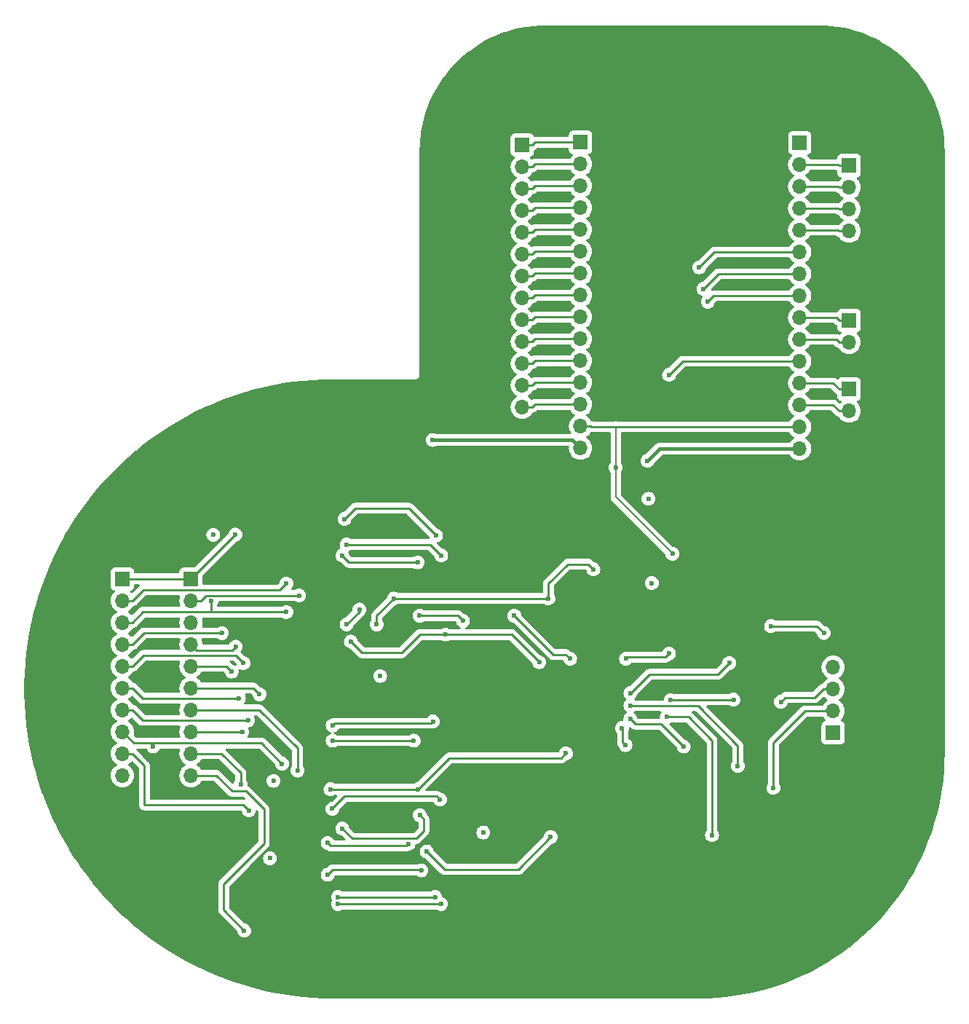
<source format=gbr>
%TF.GenerationSoftware,KiCad,Pcbnew,8.0.5*%
%TF.CreationDate,2025-02-18T14:06:23-08:00*%
%TF.ProjectId,eegw:ads1299,65656777-3a61-4647-9331-3239392e6b69,rev?*%
%TF.SameCoordinates,Original*%
%TF.FileFunction,Copper,L2,Bot*%
%TF.FilePolarity,Positive*%
%FSLAX46Y46*%
G04 Gerber Fmt 4.6, Leading zero omitted, Abs format (unit mm)*
G04 Created by KiCad (PCBNEW 8.0.5) date 2025-02-18 14:06:23*
%MOMM*%
%LPD*%
G01*
G04 APERTURE LIST*
%TA.AperFunction,Conductor*%
%ADD10C,0.200000*%
%TD*%
%TA.AperFunction,ComponentPad*%
%ADD11R,1.700000X1.700000*%
%TD*%
%TA.AperFunction,ComponentPad*%
%ADD12O,1.700000X1.700000*%
%TD*%
%TA.AperFunction,ViaPad*%
%ADD13C,0.600000*%
%TD*%
%TA.AperFunction,Conductor*%
%ADD14C,0.254000*%
%TD*%
%TA.AperFunction,Conductor*%
%ADD15C,0.381000*%
%TD*%
G04 APERTURE END LIST*
D10*
%TO.N,GND*%
X153800000Y-100200000D02*
X160400000Y-106800000D01*
X153800000Y-92000000D02*
X153800000Y-100200000D01*
%TD*%
D11*
%TO.P,J2,1,Pin_1*%
%TO.N,en*%
X142937500Y-59262500D03*
D12*
%TO.P,J2,2,Pin_2*%
%TO.N,vp*%
X142937500Y-61802500D03*
%TO.P,J2,3,Pin_3*%
%TO.N,vn*%
X142937500Y-64342500D03*
%TO.P,J2,4,Pin_4*%
%TO.N,io34*%
X142937500Y-66882500D03*
%TO.P,J2,5,Pin_5*%
%TO.N,io35*%
X142937500Y-69422500D03*
%TO.P,J2,6,Pin_6*%
%TO.N,io32*%
X142937500Y-71962500D03*
%TO.P,J2,7,Pin_7*%
%TO.N,io33*%
X142937500Y-74502500D03*
%TO.P,J2,8,Pin_8*%
%TO.N,io25*%
X142937500Y-77042500D03*
%TO.P,J2,9,Pin_9*%
%TO.N,io26*%
X142937500Y-79582500D03*
%TO.P,J2,10,Pin_10*%
%TO.N,io27*%
X142937500Y-82122500D03*
%TO.P,J2,11,Pin_11*%
%TO.N,io14*%
X142937500Y-84662500D03*
%TO.P,J2,12,Pin_12*%
%TO.N,io12*%
X142937500Y-87202500D03*
%TO.P,J2,13,Pin_13*%
%TO.N,io13*%
X142937500Y-89742500D03*
%TD*%
D11*
%TO.P,J3,1,Pin_1*%
%TO.N,io22*%
X180937500Y-61662500D03*
D12*
%TO.P,J3,2,Pin_2*%
%TO.N,tx0*%
X180937500Y-64202500D03*
%TO.P,J3,3,Pin_3*%
%TO.N,rx0*%
X180937500Y-66742500D03*
%TO.P,J3,4,Pin_4*%
%TO.N,io21*%
X180937500Y-69282500D03*
%TD*%
D11*
%TO.P,J1,1,Pin_1*%
%TO.N,en*%
X149712000Y-58952500D03*
D12*
%TO.P,J1,2,Pin_2*%
%TO.N,vp*%
X149712000Y-61492500D03*
%TO.P,J1,3,Pin_3*%
%TO.N,vn*%
X149712000Y-64032500D03*
%TO.P,J1,4,Pin_4*%
%TO.N,io34*%
X149712000Y-66572500D03*
%TO.P,J1,5,Pin_5*%
%TO.N,io35*%
X149712000Y-69112500D03*
%TO.P,J1,6,Pin_6*%
%TO.N,io32*%
X149712000Y-71652500D03*
%TO.P,J1,7,Pin_7*%
%TO.N,io33*%
X149712000Y-74192500D03*
%TO.P,J1,8,Pin_8*%
%TO.N,io25*%
X149712000Y-76732500D03*
%TO.P,J1,9,Pin_9*%
%TO.N,io26*%
X149712000Y-79272500D03*
%TO.P,J1,10,Pin_10*%
%TO.N,io27*%
X149712000Y-81812500D03*
%TO.P,J1,11,Pin_11*%
%TO.N,io14*%
X149712000Y-84352500D03*
%TO.P,J1,12,Pin_12*%
%TO.N,io12*%
X149712000Y-86892500D03*
%TO.P,J1,13,Pin_13*%
%TO.N,io13*%
X149712000Y-89432500D03*
%TO.P,J1,14,Pin_14*%
%TO.N,GND*%
X149712000Y-91972500D03*
%TO.P,J1,15,Pin_15*%
%TO.N,+5V*%
X149712000Y-94512500D03*
%TD*%
D11*
%TO.P,J7,1,Pin_1*%
%TO.N,BIAS*%
X96437500Y-109712500D03*
D12*
%TO.P,J7,2,Pin_2*%
%TO.N,8n*%
X96437500Y-112252500D03*
%TO.P,J7,3,Pin_3*%
%TO.N,7n*%
X96437500Y-114792500D03*
%TO.P,J7,4,Pin_4*%
%TO.N,6n*%
X96437500Y-117332500D03*
%TO.P,J7,5,Pin_5*%
%TO.N,5n*%
X96437500Y-119872500D03*
%TO.P,J7,6,Pin_6*%
%TO.N,4n*%
X96437500Y-122412500D03*
%TO.P,J7,7,Pin_7*%
%TO.N,3n*%
X96437500Y-124952500D03*
%TO.P,J7,8,Pin_8*%
%TO.N,2n*%
X96437500Y-127492500D03*
%TO.P,J7,9,Pin_9*%
%TO.N,1n*%
X96437500Y-130032500D03*
%TO.P,J7,10,Pin_10*%
%TO.N,SRB2*%
X96437500Y-132572500D03*
%TD*%
D11*
%TO.P,J4,1,Pin_1*%
%TO.N,MOSI*%
X175200000Y-59012500D03*
D12*
%TO.P,J4,2,Pin_2*%
%TO.N,io22*%
X175200000Y-61552500D03*
%TO.P,J4,3,Pin_3*%
%TO.N,tx0*%
X175200000Y-64092500D03*
%TO.P,J4,4,Pin_4*%
%TO.N,rx0*%
X175200000Y-66632500D03*
%TO.P,J4,5,Pin_5*%
%TO.N,io21*%
X175200000Y-69172500D03*
%TO.P,J4,6,Pin_6*%
%TO.N,MISO*%
X175200000Y-71712500D03*
%TO.P,J4,7,Pin_7*%
%TO.N,SCLK*%
X175200000Y-74252500D03*
%TO.P,J4,8,Pin_8*%
%TO.N,CS*%
X175200000Y-76792500D03*
%TO.P,J4,9,Pin_9*%
%TO.N,tx2*%
X175200000Y-79332500D03*
%TO.P,J4,10,Pin_10*%
%TO.N,rx2*%
X175200000Y-81872500D03*
%TO.P,J4,11,Pin_11*%
%TO.N,DRDY*%
X175200000Y-84412500D03*
%TO.P,J4,12,Pin_12*%
%TO.N,io2*%
X175200000Y-86952500D03*
%TO.P,J4,13,Pin_13*%
%TO.N,io15*%
X175200000Y-89492500D03*
%TO.P,J4,14,Pin_14*%
%TO.N,GND*%
X175200000Y-92032500D03*
%TO.P,J4,15,Pin_15*%
%TO.N,+3V3*%
X175200000Y-94572500D03*
%TD*%
D11*
%TO.P,J9,1,Pin_1*%
%TO.N,gpio1ADS*%
X179087500Y-127612500D03*
D12*
%TO.P,J9,2,Pin_2*%
%TO.N,gpio2ADS*%
X179087500Y-125072500D03*
%TO.P,J9,3,Pin_3*%
%TO.N,gpio3ADS*%
X179087500Y-122532500D03*
%TO.P,J9,4,Pin_4*%
%TO.N,gpio4ADS*%
X179087500Y-119992500D03*
%TD*%
D11*
%TO.P,J5,1,Pin_1*%
%TO.N,io2*%
X180937500Y-87662500D03*
D12*
%TO.P,J5,2,Pin_2*%
%TO.N,io15*%
X180937500Y-90202500D03*
%TD*%
D11*
%TO.P,J8,1,Pin_1*%
%TO.N,BIAS*%
X104412500Y-109712500D03*
D12*
%TO.P,J8,2,Pin_2*%
%TO.N,8p*%
X104412500Y-112252500D03*
%TO.P,J8,3,Pin_3*%
%TO.N,7p*%
X104412500Y-114792500D03*
%TO.P,J8,4,Pin_4*%
%TO.N,6p*%
X104412500Y-117332500D03*
%TO.P,J8,5,Pin_5*%
%TO.N,5p*%
X104412500Y-119872500D03*
%TO.P,J8,6,Pin_6*%
%TO.N,4p*%
X104412500Y-122412500D03*
%TO.P,J8,7,Pin_7*%
%TO.N,3p*%
X104412500Y-124952500D03*
%TO.P,J8,8,Pin_8*%
%TO.N,2p*%
X104412500Y-127492500D03*
%TO.P,J8,9,Pin_9*%
%TO.N,1p*%
X104412500Y-130032500D03*
%TO.P,J8,10,Pin_10*%
%TO.N,SRB1*%
X104412500Y-132572500D03*
%TD*%
D11*
%TO.P,J6,1,Pin_1*%
%TO.N,tx2*%
X180937500Y-79662500D03*
D12*
%TO.P,J6,2,Pin_2*%
%TO.N,rx2*%
X180937500Y-82202500D03*
%TD*%
D13*
%TO.N,*%
X114000000Y-133200000D03*
X100000000Y-129200000D03*
X158000000Y-110200000D03*
X157600000Y-100400000D03*
X107000000Y-104600000D03*
X138400000Y-139200000D03*
X113600000Y-142200000D03*
X126400000Y-121000000D03*
%TO.N,GND*%
X153800000Y-96800000D03*
X155000000Y-119000000D03*
X160000000Y-118400000D03*
%TO.N,in1p*%
X121500000Y-146710100D03*
X132789900Y-146710100D03*
%TO.N,BIAS_DRV*%
X132906100Y-104662500D03*
X122248850Y-102748850D03*
%TO.N,in2p*%
X129700000Y-140521900D03*
X120300000Y-140400000D03*
%TO.N,in3p*%
X133369600Y-135369600D03*
X120839800Y-136437600D03*
%TO.N,_SRB2*%
X133486700Y-147513300D03*
X121500000Y-147513300D03*
%TO.N,8n*%
X115500000Y-110250000D03*
%TO.N,in4p*%
X120873400Y-128521900D03*
X130326900Y-128521900D03*
%TO.N,5n*%
X110500000Y-119500000D03*
%TO.N,3n*%
X111036000Y-126151800D03*
%TO.N,BIAS*%
X109562500Y-104562500D03*
%TO.N,6n*%
X108000000Y-116025000D03*
%TO.N,1n*%
X111136000Y-136636000D03*
%TO.N,in7p*%
X124000000Y-113282300D03*
X122500000Y-115000000D03*
%TO.N,4n*%
X109970600Y-123595900D03*
%TO.N,2n*%
X115000000Y-131200000D03*
%TO.N,in8p*%
X122000000Y-107000000D03*
X130781800Y-107791700D03*
%TO.N,MISO*%
X163500000Y-73500000D03*
%TO.N,DRDY*%
X160000000Y-86000000D03*
%TO.N,CS*%
X164500000Y-77500000D03*
%TO.N,7n*%
X115500000Y-113571400D03*
X106788200Y-112272300D03*
%TO.N,4p*%
X112371800Y-123139400D03*
%TO.N,8p*%
X116982700Y-111645300D03*
%TO.N,6p*%
X109600000Y-117600000D03*
%TO.N,5p*%
X109136000Y-120500000D03*
%TO.N,3p*%
X116800000Y-132000000D03*
%TO.N,1p*%
X110198400Y-133600000D03*
%TO.N,2p*%
X110358500Y-127492500D03*
%TO.N,SRB1*%
X110600000Y-150600000D03*
%TO.N,GND*%
X161700000Y-129200000D03*
X155500000Y-126000000D03*
X160400000Y-106800000D03*
%TO.N,+5V*%
X132500000Y-93562500D03*
%TO.N,Net-(U6-BIAS_IN)*%
X142000000Y-114000000D03*
X148500000Y-119000000D03*
%TO.N,+3V3*%
X157500000Y-96000000D03*
X154930250Y-129039500D03*
X154535350Y-127064650D03*
%TO.N,gpio2ADS*%
X172140000Y-134000000D03*
%TO.N,SCLK*%
X164000000Y-76000000D03*
%TO.N,gpio4ADS*%
X171862600Y-115212500D03*
X178000000Y-116000000D03*
%TO.N,gpio3ADS*%
X173000000Y-124000000D03*
%TO.N,pin4*%
X167000000Y-119500000D03*
X155500000Y-123000000D03*
%TO.N,pin3*%
X167500000Y-123765800D03*
X160200000Y-123800000D03*
%TO.N,pin2*%
X168000000Y-131457300D03*
X155500000Y-124464800D03*
%TO.N,pin1*%
X165000000Y-139500000D03*
X159750000Y-125750000D03*
%TO.N,in1n*%
X120300000Y-144100000D03*
X131200000Y-143600000D03*
%TO.N,in2n*%
X131014600Y-137178500D03*
X122000000Y-138735500D03*
%TO.N,in3n*%
X120633800Y-134178800D03*
X130808600Y-134178800D03*
X148000000Y-130000000D03*
%TO.N,in4n*%
X120872000Y-126746500D03*
X132529300Y-126291500D03*
%TO.N,in7n*%
X131000000Y-114000000D03*
X136038270Y-114595382D03*
%TO.N,in8n*%
X133500000Y-107000000D03*
X122500000Y-105722500D03*
%TO.N,in6n*%
X134000000Y-116180100D03*
X144900000Y-119400000D03*
X123000000Y-117000000D03*
%TO.N,GNDA*%
X131811700Y-141399400D03*
X126000000Y-115000000D03*
X128000000Y-112000000D03*
X151200000Y-108600000D03*
X145979800Y-112000000D03*
X146233100Y-139733100D03*
%TD*%
D14*
%TO.N,GNDA*%
X148200000Y-108000000D02*
X145979800Y-110220200D01*
X145979800Y-110220200D02*
X145979800Y-112000000D01*
X151200000Y-108600000D02*
X150600000Y-108000000D01*
X150600000Y-108000000D02*
X148200000Y-108000000D01*
%TO.N,GND*%
X160000000Y-118400000D02*
X159600000Y-118800000D01*
X159600000Y-118800000D02*
X155200000Y-118800000D01*
X155200000Y-118800000D02*
X155000000Y-119000000D01*
%TO.N,in1p*%
X132789900Y-146710100D02*
X121500000Y-146710100D01*
%TO.N,BIAS_DRV*%
X122248850Y-102748850D02*
X123497700Y-101500000D01*
X123497700Y-101500000D02*
X129743600Y-101500000D01*
X129743600Y-101500000D02*
X132906100Y-104662500D01*
%TO.N,in2p*%
X120300000Y-140400000D02*
X120651700Y-140751700D01*
X129470200Y-140751700D02*
X129700000Y-140521900D01*
X120651700Y-140751700D02*
X129470200Y-140751700D01*
%TO.N,in3p*%
X133369600Y-135369600D02*
X133000000Y-135000000D01*
X122277400Y-135000000D02*
X120839800Y-136437600D01*
X133000000Y-135000000D02*
X122277400Y-135000000D01*
%TO.N,_SRB2*%
X133486700Y-147513300D02*
X121500000Y-147513300D01*
%TO.N,8n*%
X97589200Y-112252500D02*
X96437500Y-112252500D01*
X98840700Y-111001000D02*
X97589200Y-112252500D01*
X114749000Y-111001000D02*
X98840700Y-111001000D01*
X115500000Y-110250000D02*
X114749000Y-111001000D01*
%TO.N,in4p*%
X130326900Y-128521900D02*
X120873400Y-128521900D01*
%TO.N,5n*%
X109602500Y-118602500D02*
X98859200Y-118602500D01*
X97589200Y-119872500D02*
X96437500Y-119872500D01*
X110500000Y-119500000D02*
X109602500Y-118602500D01*
X98859200Y-118602500D02*
X97589200Y-119872500D01*
%TO.N,3n*%
X98788500Y-126151800D02*
X111036000Y-126151800D01*
X97589200Y-124952500D02*
X98788500Y-126151800D01*
X96437500Y-124952500D02*
X97589200Y-124952500D01*
%TO.N,BIAS*%
X109562500Y-104562500D02*
X104412500Y-109712500D01*
X96437500Y-109712500D02*
X104412500Y-109712500D01*
%TO.N,6n*%
X107975000Y-116000000D02*
X98921700Y-116000000D01*
X98921700Y-116000000D02*
X97589200Y-117332500D01*
X108000000Y-116025000D02*
X107975000Y-116000000D01*
X97589200Y-117332500D02*
X96437500Y-117332500D01*
%TO.N,1n*%
X99000000Y-131443300D02*
X97589200Y-130032500D01*
X110500000Y-136000000D02*
X99000000Y-136000000D01*
X111136000Y-136636000D02*
X110500000Y-136000000D01*
X97589200Y-130032500D02*
X96437500Y-130032500D01*
X99000000Y-136000000D02*
X99000000Y-131443300D01*
%TO.N,in7p*%
X124000000Y-113500000D02*
X124000000Y-113282300D01*
X122500000Y-115000000D02*
X124000000Y-113500000D01*
%TO.N,4n*%
X97589200Y-122412500D02*
X96437500Y-122412500D01*
X98772600Y-123595900D02*
X97589200Y-122412500D01*
X109970600Y-123595900D02*
X98772600Y-123595900D01*
%TO.N,2n*%
X97745000Y-128800000D02*
X96437500Y-127492500D01*
X112600000Y-128800000D02*
X97745000Y-128800000D01*
X115000000Y-131200000D02*
X112600000Y-128800000D01*
%TO.N,in8p*%
X130781800Y-107791700D02*
X122791700Y-107791700D01*
X122791700Y-107791700D02*
X122000000Y-107000000D01*
%TO.N,en*%
X149712000Y-58952500D02*
X144399200Y-58952500D01*
X144399200Y-58952500D02*
X144089200Y-59262500D01*
X142937500Y-59262500D02*
X144089200Y-59262500D01*
%TO.N,vn*%
X149712000Y-64032500D02*
X144399200Y-64032500D01*
X144399200Y-64032500D02*
X144089200Y-64342500D01*
X142937500Y-64342500D02*
X144089200Y-64342500D01*
%TO.N,vp*%
X149712000Y-61492500D02*
X144399200Y-61492500D01*
X144399200Y-61492500D02*
X144089200Y-61802500D01*
X142937500Y-61802500D02*
X144089200Y-61802500D01*
%TO.N,io33*%
X144399200Y-74192500D02*
X144089200Y-74502500D01*
X142937500Y-74502500D02*
X144089200Y-74502500D01*
X149712000Y-74192500D02*
X144399200Y-74192500D01*
%TO.N,io32*%
X144399200Y-71652500D02*
X144089200Y-71962500D01*
X142937500Y-71962500D02*
X144089200Y-71962500D01*
X149712000Y-71652500D02*
X144399200Y-71652500D01*
%TO.N,io35*%
X144399200Y-69112500D02*
X144089200Y-69422500D01*
X149712000Y-69112500D02*
X144399200Y-69112500D01*
X142937500Y-69422500D02*
X144089200Y-69422500D01*
%TO.N,io34*%
X144399200Y-66572500D02*
X144089200Y-66882500D01*
X142937500Y-66882500D02*
X144089200Y-66882500D01*
X149712000Y-66572500D02*
X144399200Y-66572500D01*
%TO.N,io14*%
X144399200Y-84352500D02*
X144089200Y-84662500D01*
X149712000Y-84352500D02*
X144399200Y-84352500D01*
X142937500Y-84662500D02*
X144089200Y-84662500D01*
%TO.N,io12*%
X142937500Y-87202500D02*
X144089200Y-87202500D01*
X144399200Y-86892500D02*
X144089200Y-87202500D01*
X149712000Y-86892500D02*
X144399200Y-86892500D01*
%TO.N,io26*%
X142937500Y-79582500D02*
X144089200Y-79582500D01*
X144399200Y-79272500D02*
X144089200Y-79582500D01*
X149712000Y-79272500D02*
X144399200Y-79272500D01*
%TO.N,io13*%
X142937500Y-89742500D02*
X144089200Y-89742500D01*
X144399200Y-89432500D02*
X144089200Y-89742500D01*
X149712000Y-89432500D02*
X144399200Y-89432500D01*
%TO.N,io27*%
X144399200Y-81812500D02*
X144089200Y-82122500D01*
X142937500Y-82122500D02*
X144089200Y-82122500D01*
X149712000Y-81812500D02*
X144399200Y-81812500D01*
%TO.N,io25*%
X144399200Y-76732500D02*
X144089200Y-77042500D01*
X142937500Y-77042500D02*
X144089200Y-77042500D01*
X149712000Y-76732500D02*
X144399200Y-76732500D01*
%TO.N,io22*%
X179675800Y-61552500D02*
X179785800Y-61662500D01*
X180937500Y-61662500D02*
X179785800Y-61662500D01*
X174687000Y-61552500D02*
X179675800Y-61552500D01*
%TO.N,tx0*%
X174687000Y-64092500D02*
X179675800Y-64092500D01*
X179675800Y-64092500D02*
X179785800Y-64202500D01*
X180937500Y-64202500D02*
X179785800Y-64202500D01*
%TO.N,io2*%
X179075800Y-86952500D02*
X179785800Y-87662500D01*
X174687000Y-86952500D02*
X179075800Y-86952500D01*
X180937500Y-87662500D02*
X179785800Y-87662500D01*
%TO.N,rx2*%
X179785800Y-82202500D02*
X180937500Y-82202500D01*
X179455800Y-81872500D02*
X179785800Y-82202500D01*
X174687000Y-81872500D02*
X179455800Y-81872500D01*
%TO.N,MISO*%
X165287500Y-71712500D02*
X174687000Y-71712500D01*
X163500000Y-73500000D02*
X165287500Y-71712500D01*
%TO.N,rx0*%
X180937500Y-66742500D02*
X179785800Y-66742500D01*
X174687000Y-66632500D02*
X179675800Y-66632500D01*
X179675800Y-66632500D02*
X179785800Y-66742500D01*
%TO.N,DRDY*%
X161587500Y-84412500D02*
X160000000Y-86000000D01*
X175200000Y-84412500D02*
X161587500Y-84412500D01*
%TO.N,io21*%
X179675800Y-69172500D02*
X179785800Y-69282500D01*
X180937500Y-69282500D02*
X179785800Y-69282500D01*
X174687000Y-69172500D02*
X179675800Y-69172500D01*
%TO.N,CS*%
X164500000Y-77500000D02*
X165207500Y-76792500D01*
X165207500Y-76792500D02*
X175200000Y-76792500D01*
%TO.N,tx2*%
X179455800Y-79332500D02*
X179785800Y-79662500D01*
X174687000Y-79332500D02*
X179455800Y-79332500D01*
X180937500Y-79662500D02*
X179785800Y-79662500D01*
%TO.N,io15*%
X179075800Y-89492500D02*
X179785800Y-90202500D01*
X179785800Y-90202500D02*
X180937500Y-90202500D01*
X174687000Y-89492500D02*
X179075800Y-89492500D01*
%TO.N,7n*%
X115500000Y-113571400D02*
X106788200Y-113571400D01*
X96437500Y-114792500D02*
X97589200Y-114792500D01*
X98810300Y-113571400D02*
X97589200Y-114792500D01*
X106788200Y-113571400D02*
X106788200Y-112272300D01*
X106788200Y-113571400D02*
X98810300Y-113571400D01*
%TO.N,4p*%
X104412500Y-122412500D02*
X111644900Y-122412500D01*
X111644900Y-122412500D02*
X112371800Y-123139400D01*
%TO.N,8p*%
X106171400Y-111645300D02*
X116982700Y-111645300D01*
X104412500Y-112252500D02*
X105564200Y-112252500D01*
X105564200Y-112252500D02*
X106171400Y-111645300D01*
%TO.N,6p*%
X109600000Y-117600000D02*
X109200000Y-118000000D01*
X109200000Y-118000000D02*
X105080000Y-118000000D01*
X105080000Y-118000000D02*
X104412500Y-117332500D01*
%TO.N,5p*%
X108508500Y-119872500D02*
X109136000Y-120500000D01*
X104412500Y-119872500D02*
X108508500Y-119872500D01*
%TO.N,3p*%
X116800000Y-129400000D02*
X112352500Y-124952500D01*
X112352500Y-124952500D02*
X104412500Y-124952500D01*
X116800000Y-132000000D02*
X116800000Y-129400000D01*
%TO.N,1p*%
X110198400Y-133600000D02*
X110198400Y-132281800D01*
X110198400Y-132281800D02*
X107949100Y-130032500D01*
X107949100Y-130032500D02*
X104412500Y-130032500D01*
%TO.N,2p*%
X104412500Y-127492500D02*
X110358500Y-127492500D01*
%TO.N,SRB1*%
X110600000Y-150600000D02*
X108200000Y-148200000D01*
X107372500Y-132572500D02*
X104412500Y-132572500D01*
X108200000Y-148200000D02*
X108200000Y-145200000D01*
X108200000Y-145200000D02*
X112900000Y-140500000D01*
X112900000Y-140500000D02*
X112900000Y-136500000D01*
X109200000Y-134400000D02*
X107372500Y-132572500D01*
X110800000Y-134400000D02*
X109200000Y-134400000D01*
X112900000Y-136500000D02*
X110800000Y-134400000D01*
%TO.N,GND*%
X159096800Y-126596800D02*
X156096800Y-126596800D01*
X156096800Y-126596800D02*
X155500000Y-126000000D01*
X161700000Y-129200000D02*
X159096800Y-126596800D01*
X150923700Y-92032500D02*
X150863700Y-91972500D01*
X150863700Y-91972500D02*
X149712000Y-91972500D01*
X175200000Y-92032500D02*
X150923700Y-92032500D01*
D15*
%TO.N,+5V*%
X132500000Y-93562500D02*
X148762000Y-93562500D01*
X148762000Y-93562500D02*
X149712000Y-94512500D01*
D14*
%TO.N,Net-(U6-BIAS_IN)*%
X146500000Y-118500000D02*
X148000000Y-118500000D01*
X148000000Y-118500000D02*
X148500000Y-119000000D01*
X142000000Y-114000000D02*
X146500000Y-118500000D01*
%TO.N,+3V3*%
X154600000Y-127129300D02*
X154535350Y-127064650D01*
D15*
X175200000Y-94572500D02*
X158927500Y-94572500D01*
D14*
X154600000Y-128709250D02*
X154600000Y-127129300D01*
X154930250Y-129039500D02*
X154600000Y-128709250D01*
D15*
X158927500Y-94572500D02*
X157500000Y-96000000D01*
D14*
%TO.N,gpio2ADS*%
X175827500Y-125072500D02*
X179087500Y-125072500D01*
X172140000Y-128760000D02*
X175827500Y-125072500D01*
X172140000Y-134000000D02*
X172140000Y-128760000D01*
%TO.N,SCLK*%
X164000000Y-76000000D02*
X165747500Y-74252500D01*
X165747500Y-74252500D02*
X174687000Y-74252500D01*
%TO.N,gpio4ADS*%
X177212500Y-115212500D02*
X171862600Y-115212500D01*
X178000000Y-116000000D02*
X177212500Y-115212500D01*
%TO.N,gpio3ADS*%
X176968300Y-123500000D02*
X177935800Y-122532500D01*
X173500000Y-123500000D02*
X176968300Y-123500000D01*
X177935800Y-122532500D02*
X179087500Y-122532500D01*
X173000000Y-124000000D02*
X173500000Y-123500000D01*
%TO.N,pin4*%
X165700000Y-120800000D02*
X167000000Y-119500000D01*
X155500000Y-123000000D02*
X157700000Y-120800000D01*
X157700000Y-120800000D02*
X165700000Y-120800000D01*
%TO.N,pin3*%
X160200000Y-123800000D02*
X160234200Y-123765800D01*
X160234200Y-123765800D02*
X167500000Y-123765800D01*
%TO.N,pin2*%
X155500000Y-124464800D02*
X163364800Y-124464800D01*
X163364800Y-124464800D02*
X168000000Y-129100000D01*
X168000000Y-129100000D02*
X168000000Y-131457300D01*
%TO.N,pin1*%
X165000000Y-128500000D02*
X162250000Y-125750000D01*
X165000000Y-139500000D02*
X165000000Y-128500000D01*
X162250000Y-125750000D02*
X159750000Y-125750000D01*
%TO.N,in1n*%
X120871200Y-143528800D02*
X120300000Y-144100000D01*
X131200000Y-143600000D02*
X131128800Y-143528800D01*
X131128800Y-143528800D02*
X120871200Y-143528800D01*
%TO.N,in2n*%
X131500000Y-139000000D02*
X131500000Y-137663900D01*
X122000000Y-138735500D02*
X123159400Y-139894900D01*
X130605100Y-139894900D02*
X131500000Y-139000000D01*
X131500000Y-137663900D02*
X131014600Y-137178500D01*
X123159400Y-139894900D02*
X130605100Y-139894900D01*
%TO.N,in3n*%
X130808600Y-134178800D02*
X120633800Y-134178800D01*
X134470600Y-130516800D02*
X130808600Y-134178800D01*
X148000000Y-130000000D02*
X147483200Y-130516800D01*
X147483200Y-130516800D02*
X134470600Y-130516800D01*
%TO.N,in4n*%
X121118500Y-126500000D02*
X120872000Y-126746500D01*
X132320800Y-126500000D02*
X121118500Y-126500000D01*
X132529300Y-126291500D02*
X132320800Y-126500000D01*
%TO.N,in7n*%
X136038270Y-114595382D02*
X135442888Y-114000000D01*
X135442888Y-114000000D02*
X131000000Y-114000000D01*
%TO.N,in8n*%
X132222500Y-105722500D02*
X133500000Y-107000000D01*
X122500000Y-105722500D02*
X132222500Y-105722500D01*
%TO.N,in6n*%
X128906400Y-118303100D02*
X124303100Y-118303100D01*
X131029400Y-116180100D02*
X128906400Y-118303100D01*
X141680100Y-116180100D02*
X134000000Y-116180100D01*
X124303100Y-118303100D02*
X123000000Y-117000000D01*
X144900000Y-119400000D02*
X141680100Y-116180100D01*
X134000000Y-116180100D02*
X131029400Y-116180100D01*
%TO.N,GNDA*%
X131811700Y-141399400D02*
X133912300Y-143500000D01*
X145979800Y-112000000D02*
X128000000Y-112000000D01*
X133912300Y-143500000D02*
X142466200Y-143500000D01*
X126000000Y-114000000D02*
X128000000Y-112000000D01*
X142466200Y-143500000D02*
X146233100Y-139733100D01*
X126000000Y-115000000D02*
X126000000Y-114000000D01*
%TD*%
%TA.AperFunction,NonConductor*%
G36*
X177427104Y-45357184D02*
G01*
X178164036Y-45375859D01*
X178170293Y-45376176D01*
X178893891Y-45431282D01*
X178903792Y-45432036D01*
X178910041Y-45432671D01*
X179639738Y-45525606D01*
X179645939Y-45526556D01*
X180370040Y-45656339D01*
X180376155Y-45657596D01*
X181092730Y-45823882D01*
X181098781Y-45825448D01*
X181806046Y-46027823D01*
X181812020Y-46029698D01*
X182508097Y-46267625D01*
X182513961Y-46269796D01*
X183197119Y-46542684D01*
X183202866Y-46545151D01*
X183774619Y-46807856D01*
X183871272Y-46852266D01*
X183876913Y-46855032D01*
X184528938Y-47195623D01*
X184534431Y-47198672D01*
X184847582Y-47383013D01*
X185168374Y-47571853D01*
X185173697Y-47575172D01*
X185787881Y-47979955D01*
X185793038Y-47983544D01*
X186385952Y-48418929D01*
X186390920Y-48422774D01*
X186961024Y-48887634D01*
X186965791Y-48891726D01*
X187316911Y-49208952D01*
X187510798Y-49384123D01*
X187511632Y-49384876D01*
X187516185Y-49389205D01*
X188036312Y-49909333D01*
X188040641Y-49913886D01*
X188533790Y-50459727D01*
X188537882Y-50464494D01*
X189002731Y-51034587D01*
X189006577Y-51039555D01*
X189441970Y-51632481D01*
X189445559Y-51637638D01*
X189850350Y-52251838D01*
X189853673Y-52257169D01*
X190226845Y-52891098D01*
X190229894Y-52896592D01*
X190570475Y-53548602D01*
X190573241Y-53554242D01*
X190880353Y-54222644D01*
X190882831Y-54228417D01*
X191155706Y-54911549D01*
X191157888Y-54917441D01*
X191395806Y-55613494D01*
X191397687Y-55619488D01*
X191600054Y-56326727D01*
X191601628Y-56332809D01*
X191767905Y-57049350D01*
X191769170Y-57055504D01*
X191898946Y-57779580D01*
X191899897Y-57785790D01*
X191992829Y-58515483D01*
X191993465Y-58521733D01*
X192049323Y-59255223D01*
X192049641Y-59261498D01*
X192068343Y-59999483D01*
X192068383Y-60002624D01*
X192068383Y-129930001D01*
X192068362Y-129932266D01*
X192049365Y-130972216D01*
X192049200Y-130976742D01*
X191992294Y-132014221D01*
X191991963Y-132018739D01*
X191897208Y-133053410D01*
X191896713Y-133057912D01*
X191764227Y-134088474D01*
X191763567Y-134092955D01*
X191593541Y-135117936D01*
X191592719Y-135122390D01*
X191385361Y-136140531D01*
X191384376Y-136144952D01*
X191139977Y-137154816D01*
X191138831Y-137159199D01*
X190857712Y-138159467D01*
X190856407Y-138163804D01*
X190538951Y-139153119D01*
X190537489Y-139157406D01*
X190184103Y-140134491D01*
X190182485Y-140138722D01*
X189793643Y-141102265D01*
X189791871Y-141106433D01*
X189368121Y-142055081D01*
X189366199Y-142059182D01*
X188908061Y-142991770D01*
X188905989Y-142995799D01*
X188414123Y-143910982D01*
X188411907Y-143914932D01*
X187886912Y-144811599D01*
X187884552Y-144815465D01*
X187327191Y-145692309D01*
X187324692Y-145696087D01*
X186735644Y-146552040D01*
X186733008Y-146555723D01*
X186113130Y-147389540D01*
X186110362Y-147393125D01*
X185460433Y-148203763D01*
X185457536Y-148207245D01*
X184778408Y-148993635D01*
X184775385Y-148997008D01*
X184068021Y-149758036D01*
X184064877Y-149761297D01*
X183330179Y-150495995D01*
X183326918Y-150499139D01*
X182565890Y-151206503D01*
X182562517Y-151209526D01*
X181776127Y-151888654D01*
X181772645Y-151891551D01*
X180962008Y-152541480D01*
X180958423Y-152544248D01*
X180124605Y-153164126D01*
X180120922Y-153166762D01*
X179264969Y-153755810D01*
X179261191Y-153758309D01*
X178384347Y-154315671D01*
X178380481Y-154318031D01*
X177483814Y-154843026D01*
X177479864Y-154845242D01*
X176564682Y-155337108D01*
X176560653Y-155339180D01*
X175628064Y-155797318D01*
X175623963Y-155799240D01*
X174675316Y-156222990D01*
X174671148Y-156224762D01*
X173707605Y-156613604D01*
X173703374Y-156615222D01*
X172726289Y-156968608D01*
X172722002Y-156970070D01*
X171732687Y-157287527D01*
X171728350Y-157288832D01*
X170728082Y-157569951D01*
X170723699Y-157571097D01*
X169713835Y-157815495D01*
X169709414Y-157816480D01*
X168691272Y-158023838D01*
X168686818Y-158024660D01*
X167661838Y-158194686D01*
X167657357Y-158195346D01*
X166626795Y-158327833D01*
X166622293Y-158328328D01*
X165587622Y-158423083D01*
X165583104Y-158423414D01*
X164545625Y-158480320D01*
X164541099Y-158480485D01*
X163501314Y-158499479D01*
X163499049Y-158499500D01*
X121001022Y-158499500D01*
X120998972Y-158499483D01*
X119811772Y-158479851D01*
X119807674Y-158479715D01*
X118622821Y-158420893D01*
X118618729Y-158420622D01*
X117436456Y-158322656D01*
X117432376Y-158322250D01*
X116254010Y-158185250D01*
X116249945Y-158184710D01*
X115076699Y-158008817D01*
X115072655Y-158008142D01*
X113905881Y-157793555D01*
X113901861Y-157792746D01*
X112742878Y-157539712D01*
X112738887Y-157538772D01*
X111588819Y-157247535D01*
X111584861Y-157246462D01*
X110445126Y-156917381D01*
X110441206Y-156916179D01*
X109312939Y-156549584D01*
X109309061Y-156548253D01*
X108193523Y-156144549D01*
X108189691Y-156143090D01*
X107088124Y-155702730D01*
X107084342Y-155701145D01*
X106923436Y-155630565D01*
X105997937Y-155224604D01*
X105994218Y-155222899D01*
X104924152Y-154710692D01*
X104920484Y-154708861D01*
X103867938Y-154161554D01*
X103864332Y-154159602D01*
X102830478Y-153577806D01*
X102826938Y-153575736D01*
X101812900Y-152960084D01*
X101809430Y-152957899D01*
X100816234Y-152309012D01*
X100812839Y-152306712D01*
X99841702Y-151625383D01*
X99838385Y-151622973D01*
X99146054Y-151102262D01*
X98890289Y-150909898D01*
X98887064Y-150907388D01*
X98727937Y-150779254D01*
X98378154Y-150497597D01*
X97963056Y-150163346D01*
X97959905Y-150160722D01*
X97060995Y-149386532D01*
X97057933Y-149383805D01*
X96528046Y-148896010D01*
X96185092Y-148580299D01*
X96182172Y-148577519D01*
X95336401Y-147745619D01*
X95333532Y-147742703D01*
X94515715Y-146883277D01*
X94512938Y-146880260D01*
X93724008Y-145994293D01*
X93721332Y-145991186D01*
X93665985Y-145924732D01*
X92962092Y-145079578D01*
X92959534Y-145076400D01*
X92913279Y-145016972D01*
X92230895Y-144140244D01*
X92228431Y-144136968D01*
X91531128Y-143177213D01*
X91528773Y-143173857D01*
X91325856Y-142874209D01*
X90863570Y-142191551D01*
X90861333Y-142188127D01*
X90777515Y-142055081D01*
X90228982Y-141184378D01*
X90226855Y-141180875D01*
X90209805Y-141151716D01*
X89628022Y-140156744D01*
X89626023Y-140153191D01*
X89617059Y-140136627D01*
X89061374Y-139109811D01*
X89059511Y-139106226D01*
X88529682Y-138044775D01*
X88527922Y-138041099D01*
X88492511Y-137963868D01*
X88033464Y-136962681D01*
X88031824Y-136958940D01*
X88023829Y-136939862D01*
X87573297Y-135864772D01*
X87571796Y-135861018D01*
X87149694Y-134752281D01*
X87148305Y-134748442D01*
X87140528Y-134725789D01*
X86789541Y-133703397D01*
X86763105Y-133626391D01*
X86761838Y-133622491D01*
X86699957Y-133420750D01*
X86413942Y-132488303D01*
X86412816Y-132484404D01*
X86393914Y-132414632D01*
X86155349Y-131534006D01*
X86102614Y-131339344D01*
X86101607Y-131335370D01*
X86093859Y-131302500D01*
X85829426Y-130180644D01*
X85828555Y-130176652D01*
X85594705Y-129013583D01*
X85593980Y-129009638D01*
X85398701Y-127839396D01*
X85398106Y-127835431D01*
X85241629Y-126659390D01*
X85241158Y-126655332D01*
X85239553Y-126639211D01*
X85123660Y-125474862D01*
X85123322Y-125470778D01*
X85119705Y-125416164D01*
X85044911Y-124286974D01*
X85044713Y-124282984D01*
X85005489Y-123097269D01*
X85005421Y-123093169D01*
X85005421Y-121906830D01*
X85005489Y-121902730D01*
X85010909Y-121738880D01*
X85044713Y-120717012D01*
X85044911Y-120713028D01*
X85123322Y-119529212D01*
X85123661Y-119525134D01*
X85125938Y-119502262D01*
X85241160Y-118344645D01*
X85241631Y-118340594D01*
X85398107Y-117164559D01*
X85398699Y-117160611D01*
X85593981Y-115990351D01*
X85594703Y-115986427D01*
X85828560Y-114823320D01*
X85829429Y-114819341D01*
X85832677Y-114805565D01*
X86101612Y-113664609D01*
X86102614Y-113660655D01*
X86112524Y-113624075D01*
X86412828Y-112515552D01*
X86413937Y-112511712D01*
X86493447Y-112252499D01*
X95081841Y-112252499D01*
X95081841Y-112252500D01*
X95102436Y-112487903D01*
X95102438Y-112487913D01*
X95163594Y-112716155D01*
X95163596Y-112716159D01*
X95163597Y-112716163D01*
X95214746Y-112825852D01*
X95263465Y-112930330D01*
X95263467Y-112930334D01*
X95325425Y-113018818D01*
X95384401Y-113103045D01*
X95399001Y-113123895D01*
X95399006Y-113123902D01*
X95566097Y-113290993D01*
X95566103Y-113290998D01*
X95751658Y-113420925D01*
X95795283Y-113475502D01*
X95802477Y-113545000D01*
X95770954Y-113607355D01*
X95751658Y-113624075D01*
X95566097Y-113754005D01*
X95399005Y-113921097D01*
X95263465Y-114114669D01*
X95263464Y-114114671D01*
X95163598Y-114328835D01*
X95163594Y-114328844D01*
X95102438Y-114557086D01*
X95102436Y-114557096D01*
X95081841Y-114792499D01*
X95081841Y-114792500D01*
X95102436Y-115027903D01*
X95102438Y-115027913D01*
X95163594Y-115256155D01*
X95163596Y-115256159D01*
X95163597Y-115256163D01*
X95251148Y-115443917D01*
X95263465Y-115470330D01*
X95263467Y-115470334D01*
X95399001Y-115663895D01*
X95399006Y-115663902D01*
X95566097Y-115830993D01*
X95566103Y-115830998D01*
X95751658Y-115960925D01*
X95795283Y-116015502D01*
X95802477Y-116085000D01*
X95770954Y-116147355D01*
X95751658Y-116164075D01*
X95566097Y-116294005D01*
X95399005Y-116461097D01*
X95263465Y-116654669D01*
X95263464Y-116654671D01*
X95163598Y-116868835D01*
X95163594Y-116868844D01*
X95102438Y-117097086D01*
X95102436Y-117097096D01*
X95081841Y-117332499D01*
X95081841Y-117332500D01*
X95102436Y-117567903D01*
X95102438Y-117567913D01*
X95163594Y-117796155D01*
X95163596Y-117796159D01*
X95163597Y-117796163D01*
X95246990Y-117975000D01*
X95263465Y-118010330D01*
X95263467Y-118010334D01*
X95399001Y-118203895D01*
X95399006Y-118203902D01*
X95566097Y-118370993D01*
X95566103Y-118370998D01*
X95751658Y-118500925D01*
X95795283Y-118555502D01*
X95802477Y-118625000D01*
X95770954Y-118687355D01*
X95751658Y-118704075D01*
X95566097Y-118834005D01*
X95399005Y-119001097D01*
X95263465Y-119194669D01*
X95263464Y-119194671D01*
X95180939Y-119371647D01*
X95164733Y-119406402D01*
X95163598Y-119408835D01*
X95163594Y-119408844D01*
X95102438Y-119637086D01*
X95102436Y-119637096D01*
X95081841Y-119872499D01*
X95081841Y-119872500D01*
X95102436Y-120107903D01*
X95102438Y-120107913D01*
X95163594Y-120336155D01*
X95163596Y-120336159D01*
X95163597Y-120336163D01*
X95238941Y-120497738D01*
X95263465Y-120550330D01*
X95263467Y-120550334D01*
X95399001Y-120743895D01*
X95399006Y-120743902D01*
X95566097Y-120910993D01*
X95566103Y-120910998D01*
X95751658Y-121040925D01*
X95795283Y-121095502D01*
X95802477Y-121165000D01*
X95770954Y-121227355D01*
X95751658Y-121244075D01*
X95566097Y-121374005D01*
X95399005Y-121541097D01*
X95263465Y-121734669D01*
X95263464Y-121734671D01*
X95163598Y-121948835D01*
X95163594Y-121948844D01*
X95102438Y-122177086D01*
X95102436Y-122177096D01*
X95081841Y-122412499D01*
X95081841Y-122412500D01*
X95102436Y-122647903D01*
X95102438Y-122647913D01*
X95163594Y-122876155D01*
X95163596Y-122876159D01*
X95163597Y-122876163D01*
X95239996Y-123040000D01*
X95263465Y-123090330D01*
X95263467Y-123090334D01*
X95399001Y-123283895D01*
X95399006Y-123283902D01*
X95566097Y-123450993D01*
X95566103Y-123450998D01*
X95751658Y-123580925D01*
X95795283Y-123635502D01*
X95802477Y-123705000D01*
X95770954Y-123767355D01*
X95751658Y-123784075D01*
X95566097Y-123914005D01*
X95399005Y-124081097D01*
X95263465Y-124274669D01*
X95263464Y-124274671D01*
X95163598Y-124488835D01*
X95163594Y-124488844D01*
X95102438Y-124717086D01*
X95102436Y-124717096D01*
X95081841Y-124952499D01*
X95081841Y-124952500D01*
X95102436Y-125187903D01*
X95102438Y-125187913D01*
X95163594Y-125416155D01*
X95163596Y-125416159D01*
X95163597Y-125416163D01*
X95219554Y-125536163D01*
X95263465Y-125630330D01*
X95263467Y-125630334D01*
X95399001Y-125823895D01*
X95399006Y-125823902D01*
X95566097Y-125990993D01*
X95566103Y-125990998D01*
X95751658Y-126120925D01*
X95795283Y-126175502D01*
X95802477Y-126245000D01*
X95770954Y-126307355D01*
X95751658Y-126324075D01*
X95566097Y-126454005D01*
X95399005Y-126621097D01*
X95263465Y-126814669D01*
X95263464Y-126814671D01*
X95163598Y-127028835D01*
X95163594Y-127028844D01*
X95102438Y-127257086D01*
X95102436Y-127257096D01*
X95081841Y-127492499D01*
X95081841Y-127492500D01*
X95102436Y-127727903D01*
X95102438Y-127727913D01*
X95163594Y-127956155D01*
X95163596Y-127956159D01*
X95163597Y-127956163D01*
X95193196Y-128019638D01*
X95263465Y-128170330D01*
X95263467Y-128170334D01*
X95399001Y-128363895D01*
X95399006Y-128363902D01*
X95566097Y-128530993D01*
X95566103Y-128530998D01*
X95751658Y-128660925D01*
X95795283Y-128715502D01*
X95802477Y-128785000D01*
X95770954Y-128847355D01*
X95751658Y-128864075D01*
X95566097Y-128994005D01*
X95399005Y-129161097D01*
X95263465Y-129354669D01*
X95263464Y-129354671D01*
X95163598Y-129568835D01*
X95163594Y-129568844D01*
X95102438Y-129797086D01*
X95102436Y-129797096D01*
X95081841Y-130032499D01*
X95081841Y-130032500D01*
X95102436Y-130267903D01*
X95102438Y-130267913D01*
X95163594Y-130496155D01*
X95163596Y-130496159D01*
X95163597Y-130496163D01*
X95198114Y-130570184D01*
X95263465Y-130710330D01*
X95263467Y-130710334D01*
X95399001Y-130903895D01*
X95399006Y-130903902D01*
X95566097Y-131070993D01*
X95566103Y-131070998D01*
X95751658Y-131200925D01*
X95795283Y-131255502D01*
X95802477Y-131325000D01*
X95770954Y-131387355D01*
X95751658Y-131404075D01*
X95566097Y-131534005D01*
X95399005Y-131701097D01*
X95263465Y-131894669D01*
X95263464Y-131894671D01*
X95163598Y-132108835D01*
X95163594Y-132108844D01*
X95102438Y-132337086D01*
X95102436Y-132337096D01*
X95081841Y-132572499D01*
X95081841Y-132572500D01*
X95102436Y-132807903D01*
X95102438Y-132807913D01*
X95163594Y-133036155D01*
X95163596Y-133036159D01*
X95163597Y-133036163D01*
X95239994Y-133199996D01*
X95263465Y-133250330D01*
X95263467Y-133250334D01*
X95335318Y-133352947D01*
X95399005Y-133443901D01*
X95566099Y-133610995D01*
X95585325Y-133624457D01*
X95759665Y-133746532D01*
X95759667Y-133746533D01*
X95759670Y-133746535D01*
X95973837Y-133846403D01*
X96202092Y-133907563D01*
X96390418Y-133924039D01*
X96437499Y-133928159D01*
X96437500Y-133928159D01*
X96437501Y-133928159D01*
X96476734Y-133924726D01*
X96672908Y-133907563D01*
X96901163Y-133846403D01*
X97115330Y-133746535D01*
X97308901Y-133610995D01*
X97475995Y-133443901D01*
X97611535Y-133250330D01*
X97711403Y-133036163D01*
X97772563Y-132807908D01*
X97793159Y-132572500D01*
X97772563Y-132337092D01*
X97711403Y-132108837D01*
X97611535Y-131894671D01*
X97602519Y-131881794D01*
X97475994Y-131701097D01*
X97308902Y-131534006D01*
X97308896Y-131534001D01*
X97123342Y-131404075D01*
X97079717Y-131349498D01*
X97072523Y-131280000D01*
X97104046Y-131217645D01*
X97123342Y-131200925D01*
X97201687Y-131146067D01*
X97308901Y-131070995D01*
X97436910Y-130942985D01*
X97498229Y-130909503D01*
X97567921Y-130914487D01*
X97612269Y-130942988D01*
X98336181Y-131666900D01*
X98369666Y-131728223D01*
X98372500Y-131754581D01*
X98372500Y-136061803D01*
X98372500Y-136061805D01*
X98372499Y-136061805D01*
X98396613Y-136183029D01*
X98396616Y-136183039D01*
X98443913Y-136297226D01*
X98443920Y-136297239D01*
X98512588Y-136400007D01*
X98512591Y-136400011D01*
X98599988Y-136487408D01*
X98599992Y-136487411D01*
X98702760Y-136556079D01*
X98702773Y-136556086D01*
X98813254Y-136601848D01*
X98816965Y-136603385D01*
X98816969Y-136603385D01*
X98816970Y-136603386D01*
X98938194Y-136627500D01*
X98938197Y-136627500D01*
X99061803Y-136627500D01*
X110188719Y-136627500D01*
X110255758Y-136647185D01*
X110276400Y-136663819D01*
X110310146Y-136697565D01*
X110343631Y-136758888D01*
X110345685Y-136771361D01*
X110350630Y-136815249D01*
X110410210Y-136985521D01*
X110418837Y-136999250D01*
X110506184Y-137138262D01*
X110633738Y-137265816D01*
X110786478Y-137361789D01*
X110800399Y-137366660D01*
X110956745Y-137421368D01*
X110956750Y-137421369D01*
X111135996Y-137441565D01*
X111136000Y-137441565D01*
X111136004Y-137441565D01*
X111315249Y-137421369D01*
X111315252Y-137421368D01*
X111315255Y-137421368D01*
X111485522Y-137361789D01*
X111638262Y-137265816D01*
X111765816Y-137138262D01*
X111861789Y-136985522D01*
X111921368Y-136815255D01*
X111927719Y-136758888D01*
X111933699Y-136705817D01*
X111960765Y-136641403D01*
X112018360Y-136601848D01*
X112088197Y-136599710D01*
X112144600Y-136632019D01*
X112236181Y-136723600D01*
X112269666Y-136784923D01*
X112272500Y-136811281D01*
X112272500Y-140188719D01*
X112252815Y-140255758D01*
X112236181Y-140276400D01*
X107799992Y-144712589D01*
X107756289Y-144756292D01*
X107712586Y-144799994D01*
X107712585Y-144799996D01*
X107643233Y-144903789D01*
X107641586Y-144908393D01*
X107596615Y-145016962D01*
X107596612Y-145016972D01*
X107584466Y-145078036D01*
X107572500Y-145138192D01*
X107572500Y-148261807D01*
X107596612Y-148383027D01*
X107596614Y-148383035D01*
X107626014Y-148454011D01*
X107643917Y-148497233D01*
X107643918Y-148497235D01*
X107643920Y-148497238D01*
X107698515Y-148578945D01*
X107698516Y-148578946D01*
X107712590Y-148600010D01*
X107712591Y-148600011D01*
X109774146Y-150661565D01*
X109807631Y-150722888D01*
X109809685Y-150735361D01*
X109814630Y-150779249D01*
X109874210Y-150949521D01*
X109970184Y-151102262D01*
X110097738Y-151229816D01*
X110250478Y-151325789D01*
X110420745Y-151385368D01*
X110420750Y-151385369D01*
X110599996Y-151405565D01*
X110600000Y-151405565D01*
X110600004Y-151405565D01*
X110779249Y-151385369D01*
X110779252Y-151385368D01*
X110779255Y-151385368D01*
X110949522Y-151325789D01*
X111102262Y-151229816D01*
X111229816Y-151102262D01*
X111325789Y-150949522D01*
X111385368Y-150779255D01*
X111391719Y-150722888D01*
X111405565Y-150600003D01*
X111405565Y-150599996D01*
X111385369Y-150420750D01*
X111385368Y-150420745D01*
X111325788Y-150250476D01*
X111270230Y-150162056D01*
X111229816Y-150097738D01*
X111102262Y-149970184D01*
X110949521Y-149874210D01*
X110779249Y-149814630D01*
X110735361Y-149809685D01*
X110670947Y-149782617D01*
X110661565Y-149774146D01*
X108863819Y-147976400D01*
X108830334Y-147915077D01*
X108827500Y-147888719D01*
X108827500Y-146710096D01*
X120694435Y-146710096D01*
X120694435Y-146710103D01*
X120714630Y-146889349D01*
X120714633Y-146889362D01*
X120776510Y-147066194D01*
X120774844Y-147066776D01*
X120784731Y-147126854D01*
X120775882Y-147156986D01*
X120776510Y-147157206D01*
X120714633Y-147334037D01*
X120714630Y-147334050D01*
X120694435Y-147513296D01*
X120694435Y-147513303D01*
X120714630Y-147692549D01*
X120714631Y-147692554D01*
X120774211Y-147862823D01*
X120790483Y-147888719D01*
X120870184Y-148015562D01*
X120997738Y-148143116D01*
X121150478Y-148239089D01*
X121320745Y-148298668D01*
X121320750Y-148298669D01*
X121499996Y-148318865D01*
X121500000Y-148318865D01*
X121500004Y-148318865D01*
X121679249Y-148298669D01*
X121679252Y-148298668D01*
X121679255Y-148298668D01*
X121849522Y-148239089D01*
X121975700Y-148159805D01*
X122041672Y-148140800D01*
X132945028Y-148140800D01*
X133011000Y-148159806D01*
X133086498Y-148207245D01*
X133137178Y-148239089D01*
X133307445Y-148298668D01*
X133307450Y-148298669D01*
X133486696Y-148318865D01*
X133486700Y-148318865D01*
X133486704Y-148318865D01*
X133665949Y-148298669D01*
X133665952Y-148298668D01*
X133665955Y-148298668D01*
X133836222Y-148239089D01*
X133988962Y-148143116D01*
X134116516Y-148015562D01*
X134212489Y-147862822D01*
X134272068Y-147692555D01*
X134292265Y-147513300D01*
X134278526Y-147391363D01*
X134272069Y-147334050D01*
X134272068Y-147334045D01*
X134212488Y-147163776D01*
X134173282Y-147101380D01*
X134116516Y-147011038D01*
X133988962Y-146883484D01*
X133983831Y-146880260D01*
X133836221Y-146787510D01*
X133726018Y-146748949D01*
X133668205Y-146728719D01*
X133611430Y-146687998D01*
X133585940Y-146625561D01*
X133575269Y-146530850D01*
X133575268Y-146530845D01*
X133515688Y-146360576D01*
X133419715Y-146207837D01*
X133292162Y-146080284D01*
X133139423Y-145984311D01*
X132969154Y-145924731D01*
X132969149Y-145924730D01*
X132789904Y-145904535D01*
X132789896Y-145904535D01*
X132610650Y-145924730D01*
X132610645Y-145924731D01*
X132440376Y-145984311D01*
X132314200Y-146063594D01*
X132248228Y-146082600D01*
X122041672Y-146082600D01*
X121975700Y-146063594D01*
X121849523Y-145984311D01*
X121679254Y-145924731D01*
X121679249Y-145924730D01*
X121500004Y-145904535D01*
X121499996Y-145904535D01*
X121320750Y-145924730D01*
X121320745Y-145924731D01*
X121150476Y-145984311D01*
X120997737Y-146080284D01*
X120870184Y-146207837D01*
X120774211Y-146360576D01*
X120714631Y-146530845D01*
X120714630Y-146530850D01*
X120694435Y-146710096D01*
X108827500Y-146710096D01*
X108827500Y-145511281D01*
X108847185Y-145444242D01*
X108863819Y-145423600D01*
X110187423Y-144099996D01*
X119494435Y-144099996D01*
X119494435Y-144100003D01*
X119514630Y-144279249D01*
X119514631Y-144279254D01*
X119574211Y-144449523D01*
X119647094Y-144565514D01*
X119670184Y-144602262D01*
X119797738Y-144729816D01*
X119888080Y-144786582D01*
X119909425Y-144799994D01*
X119950478Y-144825789D01*
X120120745Y-144885368D01*
X120120750Y-144885369D01*
X120299996Y-144905565D01*
X120300000Y-144905565D01*
X120300004Y-144905565D01*
X120479249Y-144885369D01*
X120479252Y-144885368D01*
X120479255Y-144885368D01*
X120649522Y-144825789D01*
X120802262Y-144729816D01*
X120929816Y-144602262D01*
X121025789Y-144449522D01*
X121085368Y-144279255D01*
X121085369Y-144279249D01*
X121086815Y-144266418D01*
X121113881Y-144202003D01*
X121171475Y-144162448D01*
X121210035Y-144156300D01*
X130572860Y-144156300D01*
X130639899Y-144175985D01*
X130660541Y-144192619D01*
X130697738Y-144229816D01*
X130850478Y-144325789D01*
X131020745Y-144385368D01*
X131020750Y-144385369D01*
X131199996Y-144405565D01*
X131200000Y-144405565D01*
X131200004Y-144405565D01*
X131379249Y-144385369D01*
X131379252Y-144385368D01*
X131379255Y-144385368D01*
X131549522Y-144325789D01*
X131702262Y-144229816D01*
X131829816Y-144102262D01*
X131925789Y-143949522D01*
X131985368Y-143779255D01*
X131985369Y-143779249D01*
X132005565Y-143600003D01*
X132005565Y-143599996D01*
X131985369Y-143420750D01*
X131985368Y-143420745D01*
X131925788Y-143250476D01*
X131886582Y-143188080D01*
X131829816Y-143097738D01*
X131702262Y-142970184D01*
X131631608Y-142925789D01*
X131549523Y-142874211D01*
X131379254Y-142814631D01*
X131379249Y-142814630D01*
X131200004Y-142794435D01*
X131199996Y-142794435D01*
X131020750Y-142814630D01*
X131020737Y-142814633D01*
X130850481Y-142874209D01*
X130850475Y-142874211D01*
X130837615Y-142882293D01*
X130771642Y-142901300D01*
X120809392Y-142901300D01*
X120688173Y-142925412D01*
X120688165Y-142925414D01*
X120630018Y-142949500D01*
X120630017Y-142949500D01*
X120573973Y-142972713D01*
X120573960Y-142972720D01*
X120471192Y-143041388D01*
X120471188Y-143041391D01*
X120238432Y-143274147D01*
X120177109Y-143307632D01*
X120164637Y-143309686D01*
X120120745Y-143314632D01*
X119950478Y-143374210D01*
X119797737Y-143470184D01*
X119670184Y-143597737D01*
X119574211Y-143750476D01*
X119514631Y-143920745D01*
X119514630Y-143920750D01*
X119494435Y-144099996D01*
X110187423Y-144099996D01*
X111113562Y-143173857D01*
X112087423Y-142199996D01*
X112794435Y-142199996D01*
X112794435Y-142200003D01*
X112814630Y-142379249D01*
X112814631Y-142379254D01*
X112874211Y-142549523D01*
X112965526Y-142694849D01*
X112970184Y-142702262D01*
X113097738Y-142829816D01*
X113250478Y-142925789D01*
X113377352Y-142970184D01*
X113420745Y-142985368D01*
X113420750Y-142985369D01*
X113599996Y-143005565D01*
X113600000Y-143005565D01*
X113600004Y-143005565D01*
X113779249Y-142985369D01*
X113779252Y-142985368D01*
X113779255Y-142985368D01*
X113949522Y-142925789D01*
X114102262Y-142829816D01*
X114229816Y-142702262D01*
X114325789Y-142549522D01*
X114385368Y-142379255D01*
X114405565Y-142200000D01*
X114404953Y-142194571D01*
X114385369Y-142020750D01*
X114385368Y-142020745D01*
X114325788Y-141850476D01*
X114229815Y-141697737D01*
X114102262Y-141570184D01*
X113949523Y-141474211D01*
X113779254Y-141414631D01*
X113779249Y-141414630D01*
X113644036Y-141399396D01*
X131006135Y-141399396D01*
X131006135Y-141399403D01*
X131026330Y-141578649D01*
X131026331Y-141578654D01*
X131085911Y-141748923D01*
X131181884Y-141901662D01*
X131309438Y-142029216D01*
X131462178Y-142125189D01*
X131632445Y-142184768D01*
X131676335Y-142189713D01*
X131740748Y-142216778D01*
X131750133Y-142225252D01*
X133424889Y-143900008D01*
X133474403Y-143949522D01*
X133512294Y-143987413D01*
X133512297Y-143987414D01*
X133615067Y-144056083D01*
X133648515Y-144069937D01*
X133729265Y-144103386D01*
X133850492Y-144127499D01*
X133850496Y-144127500D01*
X133850497Y-144127500D01*
X142528004Y-144127500D01*
X142528005Y-144127499D01*
X142649235Y-144103386D01*
X142729984Y-144069937D01*
X142763433Y-144056083D01*
X142866208Y-143987411D01*
X142953611Y-143900008D01*
X146294667Y-140558950D01*
X146355988Y-140525467D01*
X146368445Y-140523415D01*
X146412355Y-140518468D01*
X146582622Y-140458889D01*
X146735362Y-140362916D01*
X146862916Y-140235362D01*
X146958889Y-140082622D01*
X147018468Y-139912355D01*
X147020115Y-139897737D01*
X147038665Y-139733103D01*
X147038665Y-139733096D01*
X147018469Y-139553850D01*
X147018468Y-139553845D01*
X146958888Y-139383576D01*
X146904635Y-139297233D01*
X146862916Y-139230838D01*
X146735362Y-139103284D01*
X146669347Y-139061804D01*
X146582623Y-139007311D01*
X146412354Y-138947731D01*
X146412349Y-138947730D01*
X146233104Y-138927535D01*
X146233096Y-138927535D01*
X146053850Y-138947730D01*
X146053845Y-138947731D01*
X145883576Y-139007311D01*
X145730837Y-139103284D01*
X145603284Y-139230837D01*
X145507310Y-139383578D01*
X145447732Y-139553845D01*
X145442786Y-139597737D01*
X145415718Y-139662151D01*
X145407247Y-139671532D01*
X142242600Y-142836181D01*
X142181277Y-142869666D01*
X142154919Y-142872500D01*
X134223581Y-142872500D01*
X134156542Y-142852815D01*
X134135900Y-142836181D01*
X132637552Y-141337833D01*
X132604067Y-141276510D01*
X132602014Y-141264048D01*
X132597068Y-141220145D01*
X132537489Y-141049878D01*
X132441516Y-140897138D01*
X132313962Y-140769584D01*
X132282034Y-140749522D01*
X132161223Y-140673611D01*
X131990954Y-140614031D01*
X131990949Y-140614030D01*
X131811704Y-140593835D01*
X131811696Y-140593835D01*
X131632450Y-140614030D01*
X131632445Y-140614031D01*
X131462176Y-140673611D01*
X131309437Y-140769584D01*
X131181884Y-140897137D01*
X131085911Y-141049876D01*
X131026331Y-141220145D01*
X131026330Y-141220150D01*
X131006135Y-141399396D01*
X113644036Y-141399396D01*
X113600004Y-141394435D01*
X113599996Y-141394435D01*
X113420750Y-141414630D01*
X113420745Y-141414631D01*
X113250476Y-141474211D01*
X113097737Y-141570184D01*
X112970184Y-141697737D01*
X112874211Y-141850476D01*
X112814631Y-142020745D01*
X112814630Y-142020750D01*
X112794435Y-142199996D01*
X112087423Y-142199996D01*
X113387411Y-140900008D01*
X113388401Y-140898525D01*
X113389337Y-140897127D01*
X113434578Y-140829417D01*
X113456083Y-140797233D01*
X113494314Y-140704935D01*
X113503386Y-140683034D01*
X113527500Y-140561803D01*
X113527500Y-140438197D01*
X113527500Y-140399996D01*
X119494435Y-140399996D01*
X119494435Y-140400003D01*
X119514630Y-140579249D01*
X119514631Y-140579254D01*
X119574211Y-140749523D01*
X119624412Y-140829417D01*
X119670184Y-140902262D01*
X119797738Y-141029816D01*
X119950478Y-141125789D01*
X120120745Y-141185368D01*
X120164635Y-141190313D01*
X120229047Y-141217378D01*
X120238432Y-141225852D01*
X120251688Y-141239108D01*
X120251696Y-141239114D01*
X120353523Y-141307152D01*
X120354467Y-141307783D01*
X120387915Y-141321637D01*
X120468665Y-141355086D01*
X120589892Y-141379199D01*
X120589896Y-141379200D01*
X120589897Y-141379200D01*
X129532004Y-141379200D01*
X129532005Y-141379199D01*
X129653235Y-141355086D01*
X129711187Y-141331080D01*
X129744755Y-141322422D01*
X129879249Y-141307269D01*
X129879252Y-141307268D01*
X129879255Y-141307268D01*
X130049522Y-141247689D01*
X130202262Y-141151716D01*
X130329816Y-141024162D01*
X130425789Y-140871422D01*
X130485368Y-140701155D01*
X130488472Y-140673611D01*
X130493102Y-140632517D01*
X130520168Y-140568103D01*
X130577763Y-140528548D01*
X130616322Y-140522400D01*
X130666904Y-140522400D01*
X130666905Y-140522399D01*
X130788135Y-140498286D01*
X130876211Y-140461803D01*
X130902333Y-140450983D01*
X131005108Y-140382311D01*
X131092511Y-140294908D01*
X131987411Y-139400008D01*
X132010591Y-139365316D01*
X132056083Y-139297233D01*
X132080717Y-139237762D01*
X132096360Y-139199996D01*
X137594435Y-139199996D01*
X137594435Y-139200003D01*
X137614630Y-139379249D01*
X137614631Y-139379254D01*
X137674211Y-139549523D01*
X137750875Y-139671532D01*
X137770184Y-139702262D01*
X137897738Y-139829816D01*
X137988080Y-139886582D01*
X138005833Y-139897737D01*
X138050478Y-139925789D01*
X138187806Y-139973842D01*
X138220745Y-139985368D01*
X138220750Y-139985369D01*
X138399996Y-140005565D01*
X138400000Y-140005565D01*
X138400004Y-140005565D01*
X138579249Y-139985369D01*
X138579252Y-139985368D01*
X138579255Y-139985368D01*
X138749522Y-139925789D01*
X138902262Y-139829816D01*
X139029816Y-139702262D01*
X139125789Y-139549522D01*
X139185368Y-139379255D01*
X139191960Y-139320750D01*
X139205565Y-139200003D01*
X139205565Y-139199996D01*
X139185369Y-139020750D01*
X139185368Y-139020745D01*
X139180667Y-139007311D01*
X139125789Y-138850478D01*
X139029816Y-138697738D01*
X138902262Y-138570184D01*
X138880077Y-138556244D01*
X138749523Y-138474211D01*
X138579254Y-138414631D01*
X138579249Y-138414630D01*
X138400004Y-138394435D01*
X138399996Y-138394435D01*
X138220750Y-138414630D01*
X138220745Y-138414631D01*
X138050476Y-138474211D01*
X137897737Y-138570184D01*
X137770184Y-138697737D01*
X137674211Y-138850476D01*
X137614631Y-139020745D01*
X137614630Y-139020750D01*
X137594435Y-139199996D01*
X132096360Y-139199996D01*
X132103386Y-139183034D01*
X132127500Y-139061803D01*
X132127500Y-138938197D01*
X132127500Y-137602097D01*
X132127500Y-137602094D01*
X132103386Y-137480870D01*
X132103385Y-137480869D01*
X132103385Y-137480865D01*
X132078741Y-137421368D01*
X132056086Y-137366673D01*
X132056079Y-137366660D01*
X131987412Y-137263893D01*
X131946487Y-137222968D01*
X131900008Y-137176489D01*
X131840452Y-137116933D01*
X131806967Y-137055610D01*
X131804914Y-137043148D01*
X131799968Y-136999245D01*
X131740389Y-136828978D01*
X131731762Y-136815249D01*
X131677095Y-136728247D01*
X131644416Y-136676238D01*
X131516862Y-136548684D01*
X131452991Y-136508551D01*
X131364123Y-136452711D01*
X131193854Y-136393131D01*
X131193849Y-136393130D01*
X131014604Y-136372935D01*
X131014596Y-136372935D01*
X130835350Y-136393130D01*
X130835345Y-136393131D01*
X130665076Y-136452711D01*
X130512337Y-136548684D01*
X130384784Y-136676237D01*
X130288811Y-136828976D01*
X130229231Y-136999245D01*
X130229230Y-136999250D01*
X130209035Y-137178496D01*
X130209035Y-137178503D01*
X130229230Y-137357749D01*
X130229231Y-137357754D01*
X130288811Y-137528023D01*
X130384784Y-137680762D01*
X130512338Y-137808316D01*
X130665078Y-137904289D01*
X130789454Y-137947810D01*
X130846230Y-137988532D01*
X130871978Y-138053484D01*
X130872500Y-138064852D01*
X130872500Y-138688719D01*
X130852815Y-138755758D01*
X130836181Y-138776400D01*
X130381500Y-139231081D01*
X130320177Y-139264566D01*
X130293819Y-139267400D01*
X123470681Y-139267400D01*
X123403642Y-139247715D01*
X123383000Y-139231081D01*
X122825852Y-138673933D01*
X122792367Y-138612610D01*
X122790314Y-138600148D01*
X122785368Y-138556245D01*
X122725789Y-138385978D01*
X122629816Y-138233238D01*
X122502262Y-138105684D01*
X122349523Y-138009711D01*
X122179254Y-137950131D01*
X122179249Y-137950130D01*
X122000004Y-137929935D01*
X121999996Y-137929935D01*
X121820750Y-137950130D01*
X121820745Y-137950131D01*
X121650476Y-138009711D01*
X121497737Y-138105684D01*
X121370184Y-138233237D01*
X121274211Y-138385976D01*
X121214631Y-138556245D01*
X121214630Y-138556250D01*
X121194435Y-138735496D01*
X121194435Y-138735503D01*
X121214630Y-138914749D01*
X121214631Y-138914754D01*
X121274211Y-139085023D01*
X121346458Y-139200003D01*
X121370184Y-139237762D01*
X121497738Y-139365316D01*
X121650478Y-139461289D01*
X121820745Y-139520868D01*
X121864635Y-139525813D01*
X121929048Y-139552878D01*
X121938433Y-139561352D01*
X122289600Y-139912519D01*
X122323085Y-139973842D01*
X122318101Y-140043534D01*
X122276229Y-140099467D01*
X122210765Y-140123884D01*
X122201919Y-140124200D01*
X121139206Y-140124200D01*
X121072167Y-140104515D01*
X121029553Y-140056336D01*
X121029494Y-140056374D01*
X121029267Y-140056013D01*
X121027484Y-140053997D01*
X121025790Y-140050479D01*
X120977635Y-139973842D01*
X120929816Y-139897738D01*
X120802262Y-139770184D01*
X120743248Y-139733103D01*
X120649523Y-139674211D01*
X120479254Y-139614631D01*
X120479249Y-139614630D01*
X120300004Y-139594435D01*
X120299996Y-139594435D01*
X120120750Y-139614630D01*
X120120745Y-139614631D01*
X119950476Y-139674211D01*
X119797737Y-139770184D01*
X119670184Y-139897737D01*
X119574211Y-140050476D01*
X119514631Y-140220745D01*
X119514630Y-140220750D01*
X119494435Y-140399996D01*
X113527500Y-140399996D01*
X113527500Y-136438197D01*
X113527500Y-136438194D01*
X113503386Y-136316970D01*
X113503385Y-136316969D01*
X113503385Y-136316965D01*
X113479104Y-136258345D01*
X113456086Y-136202773D01*
X113456079Y-136202760D01*
X113387412Y-136099993D01*
X113349222Y-136061803D01*
X113300008Y-136012589D01*
X112251587Y-134964168D01*
X111466216Y-134178796D01*
X119828235Y-134178796D01*
X119828235Y-134178803D01*
X119848430Y-134358049D01*
X119848431Y-134358054D01*
X119908011Y-134528323D01*
X119991865Y-134661775D01*
X120003984Y-134681062D01*
X120131538Y-134808616D01*
X120158100Y-134825306D01*
X120243217Y-134878789D01*
X120284278Y-134904589D01*
X120431448Y-134956086D01*
X120454545Y-134964168D01*
X120454550Y-134964169D01*
X120633796Y-134984365D01*
X120633800Y-134984365D01*
X120633804Y-134984365D01*
X120813049Y-134964169D01*
X120813052Y-134964168D01*
X120813055Y-134964168D01*
X120983322Y-134904589D01*
X121109500Y-134825305D01*
X121175472Y-134806300D01*
X121284319Y-134806300D01*
X121351358Y-134825985D01*
X121397113Y-134878789D01*
X121407057Y-134947947D01*
X121378032Y-135011503D01*
X121372000Y-135017981D01*
X120778232Y-135611747D01*
X120716909Y-135645232D01*
X120704437Y-135647286D01*
X120660545Y-135652232D01*
X120490278Y-135711810D01*
X120337537Y-135807784D01*
X120209984Y-135935337D01*
X120114011Y-136088076D01*
X120054431Y-136258345D01*
X120054430Y-136258350D01*
X120034235Y-136437596D01*
X120034235Y-136437603D01*
X120054430Y-136616849D01*
X120054431Y-136616854D01*
X120114011Y-136787123D01*
X120209984Y-136939862D01*
X120337538Y-137067416D01*
X120416344Y-137116933D01*
X120483609Y-137159199D01*
X120490278Y-137163389D01*
X120660545Y-137222968D01*
X120660550Y-137222969D01*
X120839796Y-137243165D01*
X120839800Y-137243165D01*
X120839804Y-137243165D01*
X121019049Y-137222969D01*
X121019052Y-137222968D01*
X121019055Y-137222968D01*
X121189322Y-137163389D01*
X121342062Y-137067416D01*
X121469616Y-136939862D01*
X121565589Y-136787122D01*
X121625168Y-136616855D01*
X121630113Y-136572961D01*
X121657178Y-136508551D01*
X121665642Y-136499175D01*
X122501000Y-135663819D01*
X122562323Y-135630334D01*
X122588681Y-135627500D01*
X132523768Y-135627500D01*
X132590807Y-135647185D01*
X132636562Y-135699989D01*
X132640810Y-135710547D01*
X132643809Y-135719120D01*
X132699521Y-135807784D01*
X132739784Y-135871862D01*
X132867338Y-135999416D01*
X132957680Y-136056182D01*
X133008442Y-136088078D01*
X133020078Y-136095389D01*
X133155417Y-136142746D01*
X133190345Y-136154968D01*
X133190350Y-136154969D01*
X133369596Y-136175165D01*
X133369600Y-136175165D01*
X133369604Y-136175165D01*
X133548849Y-136154969D01*
X133548852Y-136154968D01*
X133548855Y-136154968D01*
X133719122Y-136095389D01*
X133871862Y-135999416D01*
X133999416Y-135871862D01*
X134095389Y-135719122D01*
X134154968Y-135548855D01*
X134171005Y-135406520D01*
X134175165Y-135369603D01*
X134175165Y-135369596D01*
X134154969Y-135190350D01*
X134154968Y-135190345D01*
X134145653Y-135163724D01*
X134095389Y-135020078D01*
X134094071Y-135017981D01*
X134012029Y-134887412D01*
X133999416Y-134867338D01*
X133871862Y-134739784D01*
X133747712Y-134661775D01*
X133719121Y-134643810D01*
X133548849Y-134584230D01*
X133504961Y-134579285D01*
X133440548Y-134552217D01*
X133431166Y-134543746D01*
X133400011Y-134512591D01*
X133400007Y-134512588D01*
X133297239Y-134443920D01*
X133297226Y-134443913D01*
X133263785Y-134430062D01*
X133183035Y-134396614D01*
X133183027Y-134396612D01*
X133061807Y-134372500D01*
X133061803Y-134372500D01*
X131801680Y-134372500D01*
X131734641Y-134352815D01*
X131688886Y-134300011D01*
X131678942Y-134230853D01*
X131707967Y-134167297D01*
X131713999Y-134160819D01*
X133177081Y-132697738D01*
X134694200Y-131180619D01*
X134755523Y-131147134D01*
X134781881Y-131144300D01*
X147545004Y-131144300D01*
X147545005Y-131144299D01*
X147666235Y-131120186D01*
X147746984Y-131086737D01*
X147780433Y-131072883D01*
X147883208Y-131004211D01*
X147970611Y-130916808D01*
X148061567Y-130825850D01*
X148122888Y-130792367D01*
X148135349Y-130790314D01*
X148179255Y-130785368D01*
X148349522Y-130725789D01*
X148502262Y-130629816D01*
X148629816Y-130502262D01*
X148725789Y-130349522D01*
X148785368Y-130179255D01*
X148785433Y-130178680D01*
X148805565Y-130000003D01*
X148805565Y-129999996D01*
X148785369Y-129820750D01*
X148785368Y-129820745D01*
X148737842Y-129684923D01*
X148725789Y-129650478D01*
X148708900Y-129623600D01*
X148674495Y-129568844D01*
X148629816Y-129497738D01*
X148502262Y-129370184D01*
X148446842Y-129335361D01*
X148349523Y-129274211D01*
X148179254Y-129214631D01*
X148179249Y-129214630D01*
X148000004Y-129194435D01*
X147999996Y-129194435D01*
X147820750Y-129214630D01*
X147820745Y-129214631D01*
X147650476Y-129274211D01*
X147497737Y-129370184D01*
X147370184Y-129497737D01*
X147274209Y-129650480D01*
X147219701Y-129806255D01*
X147178980Y-129863031D01*
X147114027Y-129888778D01*
X147102660Y-129889300D01*
X134408795Y-129889300D01*
X134287570Y-129913413D01*
X134287560Y-129913416D01*
X134173369Y-129960715D01*
X134073419Y-130027500D01*
X134070594Y-130029387D01*
X134070589Y-130029391D01*
X130747032Y-133352947D01*
X130685709Y-133386432D01*
X130673237Y-133388486D01*
X130629345Y-133393432D01*
X130459078Y-133453010D01*
X130332900Y-133532294D01*
X130266928Y-133551300D01*
X121175472Y-133551300D01*
X121109500Y-133532294D01*
X120983323Y-133453011D01*
X120813054Y-133393431D01*
X120813049Y-133393430D01*
X120633804Y-133373235D01*
X120633796Y-133373235D01*
X120454550Y-133393430D01*
X120454545Y-133393431D01*
X120284276Y-133453011D01*
X120131537Y-133548984D01*
X120003984Y-133676537D01*
X119908011Y-133829276D01*
X119848431Y-133999545D01*
X119848430Y-133999550D01*
X119828235Y-134178796D01*
X111466216Y-134178796D01*
X111200011Y-133912591D01*
X111200009Y-133912589D01*
X111188479Y-133904885D01*
X111177026Y-133897233D01*
X111100951Y-133846401D01*
X111097238Y-133843920D01*
X111097229Y-133843915D01*
X111068082Y-133831842D01*
X111013679Y-133788001D01*
X110991614Y-133721707D01*
X110992315Y-133703397D01*
X111003965Y-133600002D01*
X111003965Y-133599996D01*
X110983769Y-133420750D01*
X110983768Y-133420745D01*
X110969248Y-133379249D01*
X110924189Y-133250478D01*
X110915292Y-133236319D01*
X110892469Y-133199996D01*
X113194435Y-133199996D01*
X113194435Y-133200000D01*
X113214630Y-133379249D01*
X113214631Y-133379254D01*
X113274211Y-133549523D01*
X113370184Y-133702262D01*
X113497738Y-133829816D01*
X113588080Y-133886582D01*
X113629473Y-133912591D01*
X113650478Y-133925789D01*
X113820745Y-133985368D01*
X113820750Y-133985369D01*
X113999996Y-134005565D01*
X114000000Y-134005565D01*
X114000004Y-134005565D01*
X114179249Y-133985369D01*
X114179252Y-133985368D01*
X114179255Y-133985368D01*
X114349522Y-133925789D01*
X114502262Y-133829816D01*
X114629816Y-133702262D01*
X114725789Y-133549522D01*
X114785368Y-133379255D01*
X114786047Y-133373235D01*
X114805565Y-133200000D01*
X114805565Y-133199996D01*
X114785369Y-133020750D01*
X114785368Y-133020745D01*
X114725788Y-132850476D01*
X114684878Y-132785368D01*
X114629816Y-132697738D01*
X114502262Y-132570184D01*
X114349523Y-132474211D01*
X114179254Y-132414631D01*
X114179249Y-132414630D01*
X114000004Y-132394435D01*
X113999996Y-132394435D01*
X113820750Y-132414630D01*
X113820745Y-132414631D01*
X113650476Y-132474211D01*
X113497737Y-132570184D01*
X113370184Y-132697737D01*
X113274211Y-132850476D01*
X113214631Y-133020745D01*
X113214630Y-133020750D01*
X113194435Y-133199996D01*
X110892469Y-133199996D01*
X110844906Y-133124300D01*
X110825900Y-133058328D01*
X110825900Y-132219996D01*
X110825899Y-132219992D01*
X110817795Y-132179249D01*
X110801786Y-132098766D01*
X110774076Y-132031870D01*
X110754483Y-131984567D01*
X110752221Y-131981182D01*
X110685814Y-131881796D01*
X110685813Y-131881794D01*
X110685811Y-131881792D01*
X110598408Y-131794389D01*
X109529807Y-130725788D01*
X108443201Y-129639181D01*
X108409716Y-129577858D01*
X108414700Y-129508166D01*
X108456572Y-129452233D01*
X108522036Y-129427816D01*
X108530882Y-129427500D01*
X112288719Y-129427500D01*
X112355758Y-129447185D01*
X112376400Y-129463819D01*
X114174146Y-131261565D01*
X114207631Y-131322888D01*
X114209685Y-131335361D01*
X114214630Y-131379249D01*
X114274210Y-131549521D01*
X114369452Y-131701097D01*
X114370184Y-131702262D01*
X114497738Y-131829816D01*
X114580457Y-131881792D01*
X114649723Y-131925315D01*
X114650478Y-131925789D01*
X114705380Y-131945000D01*
X114820745Y-131985368D01*
X114820750Y-131985369D01*
X114999996Y-132005565D01*
X115000000Y-132005565D01*
X115000004Y-132005565D01*
X115179249Y-131985369D01*
X115179252Y-131985368D01*
X115179255Y-131985368D01*
X115349522Y-131925789D01*
X115502262Y-131829816D01*
X115629816Y-131702262D01*
X115725789Y-131549522D01*
X115785368Y-131379255D01*
X115790089Y-131337355D01*
X115805565Y-131200003D01*
X115805565Y-131199996D01*
X115785369Y-131020750D01*
X115785368Y-131020745D01*
X115779583Y-131004213D01*
X115725789Y-130850478D01*
X115710315Y-130825852D01*
X115684877Y-130785367D01*
X115629816Y-130697738D01*
X115502262Y-130570184D01*
X115384460Y-130496164D01*
X115349521Y-130474210D01*
X115179249Y-130414630D01*
X115135361Y-130409685D01*
X115070947Y-130382617D01*
X115061565Y-130374146D01*
X113000011Y-128312591D01*
X113000006Y-128312587D01*
X112948045Y-128277869D01*
X112948043Y-128277867D01*
X112897233Y-128243917D01*
X112897226Y-128243913D01*
X112843933Y-128221839D01*
X112783035Y-128196614D01*
X112783027Y-128196612D01*
X112661807Y-128172500D01*
X112661803Y-128172500D01*
X111100997Y-128172500D01*
X111033958Y-128152815D01*
X110988203Y-128100011D01*
X110978259Y-128030853D01*
X110996003Y-127982528D01*
X111019008Y-127945916D01*
X111084289Y-127842022D01*
X111143868Y-127671755D01*
X111143869Y-127671749D01*
X111164065Y-127492503D01*
X111164065Y-127492496D01*
X111143869Y-127313250D01*
X111143868Y-127313245D01*
X111125453Y-127260619D01*
X111084289Y-127142978D01*
X111077172Y-127131651D01*
X111058173Y-127064414D01*
X111078542Y-126997579D01*
X111131810Y-126952365D01*
X111168279Y-126942460D01*
X111215255Y-126937168D01*
X111385522Y-126877589D01*
X111538262Y-126781616D01*
X111665816Y-126654062D01*
X111761789Y-126501322D01*
X111821368Y-126331055D01*
X111821369Y-126331049D01*
X111841565Y-126151803D01*
X111841565Y-126151796D01*
X111821369Y-125972550D01*
X111821368Y-125972545D01*
X111796067Y-125900238D01*
X111761789Y-125802278D01*
X111753595Y-125789238D01*
X111741490Y-125769972D01*
X111722490Y-125702735D01*
X111742858Y-125635900D01*
X111796126Y-125590686D01*
X111846484Y-125580000D01*
X112041219Y-125580000D01*
X112108258Y-125599685D01*
X112128900Y-125616319D01*
X116136181Y-129623600D01*
X116169666Y-129684923D01*
X116172500Y-129711281D01*
X116172500Y-131458328D01*
X116153494Y-131524300D01*
X116074211Y-131650476D01*
X116014631Y-131820745D01*
X116014630Y-131820750D01*
X115994435Y-131999996D01*
X115994435Y-132000003D01*
X116014630Y-132179249D01*
X116014631Y-132179254D01*
X116074211Y-132349523D01*
X116115122Y-132414632D01*
X116170184Y-132502262D01*
X116297738Y-132629816D01*
X116388080Y-132686582D01*
X116405833Y-132697737D01*
X116450478Y-132725789D01*
X116620745Y-132785368D01*
X116620750Y-132785369D01*
X116799996Y-132805565D01*
X116800000Y-132805565D01*
X116800004Y-132805565D01*
X116979249Y-132785369D01*
X116979252Y-132785368D01*
X116979255Y-132785368D01*
X117149522Y-132725789D01*
X117302262Y-132629816D01*
X117429816Y-132502262D01*
X117525789Y-132349522D01*
X117585368Y-132179255D01*
X117585369Y-132179249D01*
X117605565Y-132000003D01*
X117605565Y-131999996D01*
X117585369Y-131820750D01*
X117585368Y-131820745D01*
X117525788Y-131650476D01*
X117446506Y-131524300D01*
X117427500Y-131458328D01*
X117427500Y-129338195D01*
X117417398Y-129287413D01*
X117417398Y-129287408D01*
X117403742Y-129218755D01*
X117403386Y-129216966D01*
X117369267Y-129134596D01*
X117361148Y-129114994D01*
X117356086Y-129102773D01*
X117356079Y-129102760D01*
X117287412Y-128999993D01*
X117244010Y-128956591D01*
X117200008Y-128912589D01*
X115033915Y-126746496D01*
X120066435Y-126746496D01*
X120066435Y-126746503D01*
X120086630Y-126925749D01*
X120086631Y-126925754D01*
X120146211Y-127096023D01*
X120239132Y-127243905D01*
X120242184Y-127248762D01*
X120369738Y-127376316D01*
X120522478Y-127472289D01*
X120651406Y-127517402D01*
X120708181Y-127558124D01*
X120733929Y-127623076D01*
X120720473Y-127691638D01*
X120672086Y-127742041D01*
X120651406Y-127751485D01*
X120523880Y-127796108D01*
X120371137Y-127892084D01*
X120243584Y-128019637D01*
X120147611Y-128172376D01*
X120088031Y-128342645D01*
X120088030Y-128342650D01*
X120067835Y-128521896D01*
X120067835Y-128521903D01*
X120088030Y-128701149D01*
X120088031Y-128701154D01*
X120147611Y-128871423D01*
X120232476Y-129006484D01*
X120243584Y-129024162D01*
X120371138Y-129151716D01*
X120447986Y-129200003D01*
X120471266Y-129214631D01*
X120523878Y-129247689D01*
X120694145Y-129307268D01*
X120694150Y-129307269D01*
X120873396Y-129327465D01*
X120873400Y-129327465D01*
X120873404Y-129327465D01*
X121052649Y-129307269D01*
X121052652Y-129307268D01*
X121052655Y-129307268D01*
X121222922Y-129247689D01*
X121349100Y-129168405D01*
X121415072Y-129149400D01*
X129785228Y-129149400D01*
X129851200Y-129168406D01*
X129928482Y-129216966D01*
X129977378Y-129247689D01*
X130147645Y-129307268D01*
X130147650Y-129307269D01*
X130326896Y-129327465D01*
X130326900Y-129327465D01*
X130326904Y-129327465D01*
X130506149Y-129307269D01*
X130506152Y-129307268D01*
X130506155Y-129307268D01*
X130676422Y-129247689D01*
X130829162Y-129151716D01*
X130956716Y-129024162D01*
X131052689Y-128871422D01*
X131112268Y-128701155D01*
X131112399Y-128699992D01*
X131132465Y-128521903D01*
X131132465Y-128521896D01*
X131112269Y-128342650D01*
X131112268Y-128342645D01*
X131089602Y-128277869D01*
X131052689Y-128172378D01*
X130956716Y-128019638D01*
X130829162Y-127892084D01*
X130802600Y-127875394D01*
X130676423Y-127796111D01*
X130506154Y-127736531D01*
X130506149Y-127736530D01*
X130326904Y-127716335D01*
X130326896Y-127716335D01*
X130147650Y-127736530D01*
X130147645Y-127736531D01*
X129977376Y-127796111D01*
X129851200Y-127875394D01*
X129785228Y-127894400D01*
X121415072Y-127894400D01*
X121349100Y-127875394D01*
X121222921Y-127796110D01*
X121093994Y-127750997D01*
X121037217Y-127710275D01*
X121011470Y-127645322D01*
X121024926Y-127576761D01*
X121073313Y-127526358D01*
X121093994Y-127516913D01*
X121132520Y-127503432D01*
X121221522Y-127472289D01*
X121374262Y-127376316D01*
X121501816Y-127248762D01*
X121541549Y-127185526D01*
X121593882Y-127139237D01*
X121646542Y-127127500D01*
X132382604Y-127127500D01*
X132382605Y-127127499D01*
X132503835Y-127103386D01*
X132503845Y-127103381D01*
X132509666Y-127101617D01*
X132509950Y-127102555D01*
X132532677Y-127096684D01*
X132614473Y-127087468D01*
X132708549Y-127076869D01*
X132708552Y-127076868D01*
X132708555Y-127076868D01*
X132743483Y-127064646D01*
X153729785Y-127064646D01*
X153729785Y-127064653D01*
X153749980Y-127243899D01*
X153749981Y-127243904D01*
X153809561Y-127414173D01*
X153905534Y-127566912D01*
X153936181Y-127597559D01*
X153969666Y-127658882D01*
X153972500Y-127685240D01*
X153972500Y-128771057D01*
X153996612Y-128892277D01*
X153996614Y-128892285D01*
X154023251Y-128956592D01*
X154043915Y-129006479D01*
X154043920Y-129006489D01*
X154104552Y-129097230D01*
X154115972Y-129114320D01*
X154114963Y-129114994D01*
X154139772Y-129173413D01*
X154139825Y-129173879D01*
X154144880Y-129218749D01*
X154204460Y-129389021D01*
X154218447Y-129411281D01*
X154300434Y-129541762D01*
X154427988Y-129669316D01*
X154580728Y-129765289D01*
X154697802Y-129806255D01*
X154750995Y-129824868D01*
X154751000Y-129824869D01*
X154930246Y-129845065D01*
X154930250Y-129845065D01*
X154930254Y-129845065D01*
X155109499Y-129824869D01*
X155109502Y-129824868D01*
X155109505Y-129824868D01*
X155279772Y-129765289D01*
X155432512Y-129669316D01*
X155560066Y-129541762D01*
X155656039Y-129389022D01*
X155715618Y-129218755D01*
X155717732Y-129199996D01*
X155735815Y-129039503D01*
X155735815Y-129039496D01*
X155715619Y-128860250D01*
X155715618Y-128860245D01*
X155695506Y-128802769D01*
X155656039Y-128689978D01*
X155560066Y-128537238D01*
X155432512Y-128409684D01*
X155432510Y-128409682D01*
X155285527Y-128317326D01*
X155239237Y-128264992D01*
X155227500Y-128212333D01*
X155227500Y-127503432D01*
X155246507Y-127437459D01*
X155261138Y-127414174D01*
X155274385Y-127376316D01*
X155320718Y-127243905D01*
X155325644Y-127200184D01*
X155340915Y-127064653D01*
X155340915Y-127064650D01*
X155340888Y-127064414D01*
X155337886Y-127037770D01*
X155349939Y-126968951D01*
X155397287Y-126917571D01*
X155464897Y-126899945D01*
X155531303Y-126921670D01*
X155548787Y-126936206D01*
X155609389Y-126996808D01*
X155676995Y-127064414D01*
X155696794Y-127084213D01*
X155696796Y-127084214D01*
X155799556Y-127152876D01*
X155799558Y-127152877D01*
X155799567Y-127152883D01*
X155824572Y-127163240D01*
X155846871Y-127172477D01*
X155878379Y-127185528D01*
X155913766Y-127200186D01*
X156034992Y-127224299D01*
X156034996Y-127224300D01*
X156034997Y-127224300D01*
X156158603Y-127224300D01*
X158785519Y-127224300D01*
X158852558Y-127243985D01*
X158873200Y-127260619D01*
X160874146Y-129261565D01*
X160907631Y-129322888D01*
X160909685Y-129335361D01*
X160914630Y-129379249D01*
X160974210Y-129549521D01*
X161034772Y-129645904D01*
X161070184Y-129702262D01*
X161197738Y-129829816D01*
X161254091Y-129865225D01*
X161330786Y-129913416D01*
X161350478Y-129925789D01*
X161520745Y-129985368D01*
X161520750Y-129985369D01*
X161699996Y-130005565D01*
X161700000Y-130005565D01*
X161700004Y-130005565D01*
X161879249Y-129985369D01*
X161879252Y-129985368D01*
X161879255Y-129985368D01*
X162049522Y-129925789D01*
X162202262Y-129829816D01*
X162329816Y-129702262D01*
X162425789Y-129549522D01*
X162485368Y-129379255D01*
X162489994Y-129338197D01*
X162505565Y-129200003D01*
X162505565Y-129199996D01*
X162485369Y-129020750D01*
X162485368Y-129020745D01*
X162480378Y-129006484D01*
X162425789Y-128850478D01*
X162329816Y-128697738D01*
X162202262Y-128570184D01*
X162139890Y-128530993D01*
X162049521Y-128474210D01*
X161879249Y-128414630D01*
X161835361Y-128409685D01*
X161770947Y-128382617D01*
X161761565Y-128374146D01*
X160063595Y-126676176D01*
X160030110Y-126614853D01*
X160035094Y-126545161D01*
X160076966Y-126489228D01*
X160097482Y-126476771D01*
X160099517Y-126475790D01*
X160099522Y-126475789D01*
X160225700Y-126396505D01*
X160291672Y-126377500D01*
X161938719Y-126377500D01*
X162005758Y-126397185D01*
X162026400Y-126413819D01*
X164336181Y-128723600D01*
X164369666Y-128784923D01*
X164372500Y-128811281D01*
X164372500Y-138958328D01*
X164353494Y-139024300D01*
X164274211Y-139150476D01*
X164214631Y-139320745D01*
X164214630Y-139320750D01*
X164194435Y-139499996D01*
X164194435Y-139500003D01*
X164214630Y-139679249D01*
X164214631Y-139679254D01*
X164274211Y-139849523D01*
X164359569Y-139985368D01*
X164370184Y-140002262D01*
X164497738Y-140129816D01*
X164508578Y-140136627D01*
X164642450Y-140220745D01*
X164650478Y-140225789D01*
X164795116Y-140276400D01*
X164820745Y-140285368D01*
X164820750Y-140285369D01*
X164999996Y-140305565D01*
X165000000Y-140305565D01*
X165000004Y-140305565D01*
X165179249Y-140285369D01*
X165179252Y-140285368D01*
X165179255Y-140285368D01*
X165349522Y-140225789D01*
X165502262Y-140129816D01*
X165629816Y-140002262D01*
X165725789Y-139849522D01*
X165785368Y-139679255D01*
X165785369Y-139679249D01*
X165805565Y-139500003D01*
X165805565Y-139499996D01*
X165785369Y-139320750D01*
X165785368Y-139320745D01*
X165753908Y-139230837D01*
X165725789Y-139150478D01*
X165646505Y-139024299D01*
X165627500Y-138958328D01*
X165627500Y-133999996D01*
X171334435Y-133999996D01*
X171334435Y-134000003D01*
X171354630Y-134179249D01*
X171354631Y-134179254D01*
X171414211Y-134349523D01*
X171473521Y-134443913D01*
X171510184Y-134502262D01*
X171637738Y-134629816D01*
X171790478Y-134725789D01*
X171866234Y-134752297D01*
X171960745Y-134785368D01*
X171960750Y-134785369D01*
X172139996Y-134805565D01*
X172140000Y-134805565D01*
X172140004Y-134805565D01*
X172319249Y-134785369D01*
X172319252Y-134785368D01*
X172319255Y-134785368D01*
X172489522Y-134725789D01*
X172642262Y-134629816D01*
X172769816Y-134502262D01*
X172865789Y-134349522D01*
X172925368Y-134179255D01*
X172925419Y-134178803D01*
X172945565Y-134000003D01*
X172945565Y-133999996D01*
X172925369Y-133820750D01*
X172925368Y-133820745D01*
X172865788Y-133650476D01*
X172786506Y-133524300D01*
X172767500Y-133458328D01*
X172767500Y-129071281D01*
X172787185Y-129004242D01*
X172803819Y-128983600D01*
X176051100Y-125736319D01*
X176112423Y-125702834D01*
X176138781Y-125700000D01*
X177813673Y-125700000D01*
X177880712Y-125719685D01*
X177915247Y-125752875D01*
X178049001Y-125943895D01*
X178049005Y-125943901D01*
X178170930Y-126065826D01*
X178204415Y-126127149D01*
X178199431Y-126196841D01*
X178157559Y-126252774D01*
X178126583Y-126269689D01*
X177995169Y-126318703D01*
X177995164Y-126318706D01*
X177879955Y-126404952D01*
X177879952Y-126404955D01*
X177793706Y-126520164D01*
X177793702Y-126520171D01*
X177743408Y-126655017D01*
X177737001Y-126714616D01*
X177737001Y-126714623D01*
X177737000Y-126714635D01*
X177737000Y-128510370D01*
X177737001Y-128510376D01*
X177743408Y-128569983D01*
X177793702Y-128704828D01*
X177793706Y-128704835D01*
X177879952Y-128820044D01*
X177879955Y-128820047D01*
X177995164Y-128906293D01*
X177995171Y-128906297D01*
X178130017Y-128956591D01*
X178130016Y-128956591D01*
X178136944Y-128957335D01*
X178189627Y-128963000D01*
X179985372Y-128962999D01*
X180044983Y-128956591D01*
X180179831Y-128906296D01*
X180295046Y-128820046D01*
X180381296Y-128704831D01*
X180431591Y-128569983D01*
X180438000Y-128510373D01*
X180437999Y-126714628D01*
X180431591Y-126655017D01*
X180426371Y-126641022D01*
X180381297Y-126520171D01*
X180381293Y-126520164D01*
X180295047Y-126404955D01*
X180295044Y-126404952D01*
X180179835Y-126318706D01*
X180179828Y-126318702D01*
X180048417Y-126269689D01*
X179992483Y-126227818D01*
X179968066Y-126162353D01*
X179982918Y-126094080D01*
X180004063Y-126065832D01*
X180125995Y-125943901D01*
X180261535Y-125750330D01*
X180361403Y-125536163D01*
X180422563Y-125307908D01*
X180443159Y-125072500D01*
X180422563Y-124837092D01*
X180361403Y-124608837D01*
X180261535Y-124394671D01*
X180260797Y-124393616D01*
X180125994Y-124201097D01*
X179958902Y-124034006D01*
X179958896Y-124034001D01*
X179773342Y-123904075D01*
X179729717Y-123849498D01*
X179722523Y-123780000D01*
X179754046Y-123717645D01*
X179773342Y-123700925D01*
X179795526Y-123685391D01*
X179958901Y-123570995D01*
X180125995Y-123403901D01*
X180261535Y-123210330D01*
X180361403Y-122996163D01*
X180422563Y-122767908D01*
X180443159Y-122532500D01*
X180422563Y-122297092D01*
X180361403Y-122068837D01*
X180261535Y-121854671D01*
X180253057Y-121842562D01*
X180125994Y-121661097D01*
X179958902Y-121494006D01*
X179958896Y-121494001D01*
X179773342Y-121364075D01*
X179729717Y-121309498D01*
X179722523Y-121240000D01*
X179754046Y-121177645D01*
X179773342Y-121160925D01*
X179795526Y-121145391D01*
X179958901Y-121030995D01*
X180125995Y-120863901D01*
X180261535Y-120670330D01*
X180361403Y-120456163D01*
X180422563Y-120227908D01*
X180443159Y-119992500D01*
X180422563Y-119757092D01*
X180361403Y-119528837D01*
X180261535Y-119314671D01*
X180253006Y-119302489D01*
X180125994Y-119121097D01*
X179958902Y-118954006D01*
X179958895Y-118954001D01*
X179765334Y-118818467D01*
X179765330Y-118818465D01*
X179705387Y-118790513D01*
X179551163Y-118718597D01*
X179551159Y-118718596D01*
X179551155Y-118718594D01*
X179322913Y-118657438D01*
X179322903Y-118657436D01*
X179087501Y-118636841D01*
X179087499Y-118636841D01*
X178852096Y-118657436D01*
X178852086Y-118657438D01*
X178623844Y-118718594D01*
X178623835Y-118718598D01*
X178409671Y-118818464D01*
X178409669Y-118818465D01*
X178216097Y-118954005D01*
X178049005Y-119121097D01*
X177913465Y-119314669D01*
X177913464Y-119314671D01*
X177813598Y-119528835D01*
X177813594Y-119528844D01*
X177752438Y-119757086D01*
X177752436Y-119757096D01*
X177731841Y-119992499D01*
X177731841Y-119992500D01*
X177752436Y-120227903D01*
X177752438Y-120227913D01*
X177813594Y-120456155D01*
X177813596Y-120456159D01*
X177813597Y-120456163D01*
X177855791Y-120546648D01*
X177913465Y-120670330D01*
X177913467Y-120670334D01*
X178018787Y-120820745D01*
X178038937Y-120849523D01*
X178049001Y-120863895D01*
X178049006Y-120863902D01*
X178216097Y-121030993D01*
X178216103Y-121030998D01*
X178401658Y-121160925D01*
X178445283Y-121215502D01*
X178452477Y-121285000D01*
X178420954Y-121347355D01*
X178401658Y-121364075D01*
X178216097Y-121494005D01*
X178049005Y-121661097D01*
X177910360Y-121859105D01*
X177909293Y-121858358D01*
X177863252Y-121902234D01*
X177830654Y-121913620D01*
X177752772Y-121929112D01*
X177752768Y-121929113D01*
X177752766Y-121929114D01*
X177685870Y-121956823D01*
X177685868Y-121956823D01*
X177638568Y-121976416D01*
X177638564Y-121976418D01*
X177584576Y-122012492D01*
X177584576Y-122012493D01*
X177535789Y-122045090D01*
X177535788Y-122045091D01*
X176744700Y-122836181D01*
X176683377Y-122869666D01*
X176657019Y-122872500D01*
X173438192Y-122872500D01*
X173316973Y-122896611D01*
X173316973Y-122896612D01*
X173316970Y-122896613D01*
X173316966Y-122896614D01*
X173250070Y-122924323D01*
X173250068Y-122924323D01*
X173202770Y-122943915D01*
X173202767Y-122943916D01*
X173202767Y-122943917D01*
X173118833Y-123000000D01*
X173118832Y-122999999D01*
X173099995Y-123012586D01*
X173099994Y-123012587D01*
X172938432Y-123174148D01*
X172877108Y-123207632D01*
X172864637Y-123209686D01*
X172820745Y-123214632D01*
X172650478Y-123274210D01*
X172497737Y-123370184D01*
X172370184Y-123497737D01*
X172274211Y-123650476D01*
X172214631Y-123820745D01*
X172214630Y-123820750D01*
X172194435Y-123999996D01*
X172194435Y-124000003D01*
X172214630Y-124179249D01*
X172214631Y-124179254D01*
X172274211Y-124349523D01*
X172361753Y-124488844D01*
X172370184Y-124502262D01*
X172497738Y-124629816D01*
X172588080Y-124686582D01*
X172636636Y-124717092D01*
X172650478Y-124725789D01*
X172820745Y-124785368D01*
X172820750Y-124785369D01*
X172999996Y-124805565D01*
X173000000Y-124805565D01*
X173000004Y-124805565D01*
X173179249Y-124785369D01*
X173179252Y-124785368D01*
X173179255Y-124785368D01*
X173349522Y-124725789D01*
X173502262Y-124629816D01*
X173629816Y-124502262D01*
X173725789Y-124349522D01*
X173774419Y-124210546D01*
X173815141Y-124153769D01*
X173880094Y-124128022D01*
X173891461Y-124127500D01*
X177030104Y-124127500D01*
X177030105Y-124127499D01*
X177151335Y-124103386D01*
X177232084Y-124069937D01*
X177265533Y-124056083D01*
X177368308Y-123987411D01*
X177455711Y-123900008D01*
X177912730Y-123442987D01*
X177974053Y-123409503D01*
X178043744Y-123414487D01*
X178088092Y-123442988D01*
X178216097Y-123570993D01*
X178216103Y-123570998D01*
X178401658Y-123700925D01*
X178445283Y-123755502D01*
X178452477Y-123825000D01*
X178420954Y-123887355D01*
X178401658Y-123904075D01*
X178216097Y-124034005D01*
X178049005Y-124201097D01*
X177915249Y-124392123D01*
X177860672Y-124435748D01*
X177813674Y-124445000D01*
X175765692Y-124445000D01*
X175644473Y-124469111D01*
X175644473Y-124469112D01*
X175644470Y-124469113D01*
X175644466Y-124469114D01*
X175577570Y-124496823D01*
X175577568Y-124496823D01*
X175530270Y-124516415D01*
X175427489Y-124585090D01*
X175427488Y-124585091D01*
X172636266Y-127376315D01*
X171739992Y-128272589D01*
X171717161Y-128295420D01*
X171652586Y-128359994D01*
X171652585Y-128359996D01*
X171583920Y-128462761D01*
X171583918Y-128462765D01*
X171583917Y-128462767D01*
X171582410Y-128466407D01*
X171579178Y-128474209D01*
X171579177Y-128474210D01*
X171536615Y-128576962D01*
X171536612Y-128576972D01*
X171528657Y-128616966D01*
X171512500Y-128698192D01*
X171512500Y-133458328D01*
X171493494Y-133524300D01*
X171414211Y-133650476D01*
X171354631Y-133820745D01*
X171354630Y-133820750D01*
X171334435Y-133999996D01*
X165627500Y-133999996D01*
X165627500Y-128438194D01*
X165603386Y-128316970D01*
X165603385Y-128316969D01*
X165603385Y-128316965D01*
X165601573Y-128312591D01*
X165556086Y-128202773D01*
X165556079Y-128202760D01*
X165487412Y-128099993D01*
X165452591Y-128065172D01*
X165400008Y-128012589D01*
X162691400Y-125303981D01*
X162657915Y-125242658D01*
X162662899Y-125172966D01*
X162704771Y-125117033D01*
X162770235Y-125092616D01*
X162779081Y-125092300D01*
X163053519Y-125092300D01*
X163120558Y-125111985D01*
X163141200Y-125128619D01*
X167336181Y-129323600D01*
X167369666Y-129384923D01*
X167372500Y-129411281D01*
X167372500Y-130915628D01*
X167353494Y-130981600D01*
X167274211Y-131107776D01*
X167214631Y-131278045D01*
X167214630Y-131278050D01*
X167194435Y-131457296D01*
X167194435Y-131457303D01*
X167214630Y-131636549D01*
X167214631Y-131636554D01*
X167274211Y-131806823D01*
X167288658Y-131829815D01*
X167370184Y-131959562D01*
X167497738Y-132087116D01*
X167532304Y-132108835D01*
X167644374Y-132179254D01*
X167650478Y-132183089D01*
X167755941Y-132219992D01*
X167820745Y-132242668D01*
X167820750Y-132242669D01*
X167999996Y-132262865D01*
X168000000Y-132262865D01*
X168000004Y-132262865D01*
X168179249Y-132242669D01*
X168179252Y-132242668D01*
X168179255Y-132242668D01*
X168349522Y-132183089D01*
X168502262Y-132087116D01*
X168629816Y-131959562D01*
X168725789Y-131806822D01*
X168785368Y-131636555D01*
X168795174Y-131549523D01*
X168805565Y-131457303D01*
X168805565Y-131457296D01*
X168785369Y-131278050D01*
X168785368Y-131278045D01*
X168779149Y-131260272D01*
X168725789Y-131107778D01*
X168703862Y-131072882D01*
X168646506Y-130981600D01*
X168627500Y-130915628D01*
X168627500Y-129038195D01*
X168622613Y-129013627D01*
X168621192Y-129006483D01*
X168603386Y-128916966D01*
X168566354Y-128827563D01*
X168563240Y-128820046D01*
X168556084Y-128802769D01*
X168556079Y-128802760D01*
X168487412Y-128699993D01*
X168448344Y-128660925D01*
X168400008Y-128612589D01*
X164392400Y-124604981D01*
X164358915Y-124543658D01*
X164363899Y-124473966D01*
X164405771Y-124418033D01*
X164471235Y-124393616D01*
X164480081Y-124393300D01*
X166958328Y-124393300D01*
X167024300Y-124412306D01*
X167114704Y-124469111D01*
X167150478Y-124491589D01*
X167299283Y-124543658D01*
X167320745Y-124551168D01*
X167320750Y-124551169D01*
X167499996Y-124571365D01*
X167500000Y-124571365D01*
X167500004Y-124571365D01*
X167679249Y-124551169D01*
X167679252Y-124551168D01*
X167679255Y-124551168D01*
X167849522Y-124491589D01*
X168002262Y-124395616D01*
X168129816Y-124268062D01*
X168225789Y-124115322D01*
X168285368Y-123945055D01*
X168287654Y-123924768D01*
X168305565Y-123765803D01*
X168305565Y-123765796D01*
X168285369Y-123586550D01*
X168285368Y-123586545D01*
X168254293Y-123497737D01*
X168225789Y-123416278D01*
X168129816Y-123263538D01*
X168002262Y-123135984D01*
X167975700Y-123119294D01*
X167849523Y-123040011D01*
X167679254Y-122980431D01*
X167679249Y-122980430D01*
X167500004Y-122960235D01*
X167499996Y-122960235D01*
X167320750Y-122980430D01*
X167320745Y-122980431D01*
X167150476Y-123040011D01*
X167024300Y-123119294D01*
X166958328Y-123138300D01*
X160687243Y-123138300D01*
X160621271Y-123119294D01*
X160549522Y-123074211D01*
X160379254Y-123014631D01*
X160379249Y-123014630D01*
X160200004Y-122994435D01*
X160199996Y-122994435D01*
X160020750Y-123014630D01*
X160020745Y-123014631D01*
X159850476Y-123074211D01*
X159697737Y-123170184D01*
X159570184Y-123297737D01*
X159474211Y-123450476D01*
X159414631Y-123620745D01*
X159414630Y-123620750D01*
X159402639Y-123727183D01*
X159375573Y-123791597D01*
X159317978Y-123831152D01*
X159279419Y-123837300D01*
X156094140Y-123837300D01*
X156027101Y-123817615D01*
X155981346Y-123764811D01*
X155971402Y-123695653D01*
X156000427Y-123632097D01*
X156006459Y-123625619D01*
X156061085Y-123570993D01*
X156129816Y-123502262D01*
X156225789Y-123349522D01*
X156285368Y-123179255D01*
X156290313Y-123135361D01*
X156317378Y-123070951D01*
X156325842Y-123061575D01*
X157923600Y-121463819D01*
X157984923Y-121430334D01*
X158011281Y-121427500D01*
X165761804Y-121427500D01*
X165761805Y-121427499D01*
X165883035Y-121403386D01*
X165963784Y-121369937D01*
X165997233Y-121356083D01*
X166100008Y-121287411D01*
X166187411Y-121200008D01*
X167061567Y-120325850D01*
X167122888Y-120292367D01*
X167135345Y-120290315D01*
X167179255Y-120285368D01*
X167349522Y-120225789D01*
X167502262Y-120129816D01*
X167629816Y-120002262D01*
X167725789Y-119849522D01*
X167785368Y-119679255D01*
X167790119Y-119637092D01*
X167805565Y-119500003D01*
X167805565Y-119499996D01*
X167785369Y-119320750D01*
X167785368Y-119320745D01*
X167773704Y-119287411D01*
X167725789Y-119150478D01*
X167629816Y-118997738D01*
X167502262Y-118870184D01*
X167444684Y-118834005D01*
X167349523Y-118774211D01*
X167179254Y-118714631D01*
X167179249Y-118714630D01*
X167000004Y-118694435D01*
X166999996Y-118694435D01*
X166820750Y-118714630D01*
X166820745Y-118714631D01*
X166650476Y-118774211D01*
X166497737Y-118870184D01*
X166370184Y-118997737D01*
X166274210Y-119150478D01*
X166214632Y-119320745D01*
X166209686Y-119364637D01*
X166182618Y-119429051D01*
X166174147Y-119438432D01*
X165476400Y-120136181D01*
X165415077Y-120169666D01*
X165388719Y-120172500D01*
X157638192Y-120172500D01*
X157516973Y-120196611D01*
X157516973Y-120196612D01*
X157516970Y-120196613D01*
X157516966Y-120196614D01*
X157450070Y-120224323D01*
X157450068Y-120224323D01*
X157402770Y-120243915D01*
X157402760Y-120243920D01*
X157310506Y-120305562D01*
X157310507Y-120305563D01*
X157299990Y-120312590D01*
X157299984Y-120312595D01*
X155438432Y-122174147D01*
X155377109Y-122207632D01*
X155364637Y-122209686D01*
X155320745Y-122214632D01*
X155150478Y-122274210D01*
X154997737Y-122370184D01*
X154870184Y-122497737D01*
X154774211Y-122650476D01*
X154714631Y-122820745D01*
X154714630Y-122820750D01*
X154694435Y-122999996D01*
X154694435Y-123000000D01*
X154714630Y-123179249D01*
X154714631Y-123179254D01*
X154774211Y-123349523D01*
X154870184Y-123502262D01*
X154997737Y-123629815D01*
X155003184Y-123634159D01*
X155001618Y-123636122D01*
X155040204Y-123679765D01*
X155050838Y-123748821D01*
X155022449Y-123812663D01*
X155002578Y-123829881D01*
X155003184Y-123830641D01*
X154997737Y-123834984D01*
X154870184Y-123962537D01*
X154774211Y-124115276D01*
X154714631Y-124285545D01*
X154714630Y-124285550D01*
X154694435Y-124464796D01*
X154694435Y-124464803D01*
X154714630Y-124644049D01*
X154714631Y-124644054D01*
X154774211Y-124814323D01*
X154825124Y-124895350D01*
X154870184Y-124967062D01*
X154997738Y-125094616D01*
X155038429Y-125120184D01*
X155049923Y-125127406D01*
X155096214Y-125179741D01*
X155106862Y-125248795D01*
X155078487Y-125312643D01*
X155049923Y-125337394D01*
X154997737Y-125370184D01*
X154870184Y-125497737D01*
X154774211Y-125650476D01*
X154714631Y-125820745D01*
X154714630Y-125820750D01*
X154694435Y-125999996D01*
X154694435Y-126000004D01*
X154708637Y-126126058D01*
X154696582Y-126194880D01*
X154649233Y-126246259D01*
X154581622Y-126263883D01*
X154571535Y-126263161D01*
X154535355Y-126259085D01*
X154535346Y-126259085D01*
X154356100Y-126279280D01*
X154356095Y-126279281D01*
X154185826Y-126338861D01*
X154033087Y-126434834D01*
X153905534Y-126562387D01*
X153809561Y-126715126D01*
X153749981Y-126885395D01*
X153749980Y-126885400D01*
X153729785Y-127064646D01*
X132743483Y-127064646D01*
X132878822Y-127017289D01*
X133031562Y-126921316D01*
X133159116Y-126793762D01*
X133255089Y-126641022D01*
X133314668Y-126470755D01*
X133316555Y-126454006D01*
X133334865Y-126291503D01*
X133334865Y-126291496D01*
X133314669Y-126112250D01*
X133314668Y-126112245D01*
X133282639Y-126020711D01*
X133255089Y-125941978D01*
X133237855Y-125914551D01*
X133174971Y-125814471D01*
X133159116Y-125789238D01*
X133031562Y-125661684D01*
X132981669Y-125630334D01*
X132878823Y-125565711D01*
X132708554Y-125506131D01*
X132708549Y-125506130D01*
X132529304Y-125485935D01*
X132529296Y-125485935D01*
X132350050Y-125506130D01*
X132350045Y-125506131D01*
X132179776Y-125565711D01*
X132027037Y-125661684D01*
X131899481Y-125789240D01*
X131883629Y-125814471D01*
X131831295Y-125860763D01*
X131778635Y-125872500D01*
X121056692Y-125872500D01*
X120935473Y-125896612D01*
X120935465Y-125896614D01*
X120892163Y-125914551D01*
X120892161Y-125914552D01*
X120828372Y-125940973D01*
X120794806Y-125949631D01*
X120692750Y-125961130D01*
X120522478Y-126020710D01*
X120369737Y-126116684D01*
X120242184Y-126244237D01*
X120146211Y-126396976D01*
X120086631Y-126567245D01*
X120086630Y-126567250D01*
X120066435Y-126746496D01*
X115033915Y-126746496D01*
X114995298Y-126707879D01*
X112752511Y-124465091D01*
X112752510Y-124465090D01*
X112730675Y-124450501D01*
X112730674Y-124450500D01*
X112649738Y-124396420D01*
X112649726Y-124396413D01*
X112606469Y-124378496D01*
X112535535Y-124349114D01*
X112535527Y-124349112D01*
X112414307Y-124325000D01*
X112414303Y-124325000D01*
X110672940Y-124325000D01*
X110605901Y-124305315D01*
X110560146Y-124252511D01*
X110550202Y-124183353D01*
X110579227Y-124119797D01*
X110585259Y-124113319D01*
X110600416Y-124098162D01*
X110696389Y-123945422D01*
X110755968Y-123775155D01*
X110756637Y-123769216D01*
X110776165Y-123595903D01*
X110776165Y-123595896D01*
X110755969Y-123416650D01*
X110755968Y-123416645D01*
X110751507Y-123403895D01*
X110696389Y-123246378D01*
X110696387Y-123246375D01*
X110696387Y-123246374D01*
X110686081Y-123229971D01*
X110667081Y-123162734D01*
X110687449Y-123095899D01*
X110740718Y-123050686D01*
X110791075Y-123040000D01*
X111333619Y-123040000D01*
X111400658Y-123059685D01*
X111421300Y-123076319D01*
X111545946Y-123200965D01*
X111579431Y-123262288D01*
X111581485Y-123274761D01*
X111586430Y-123318649D01*
X111646010Y-123488921D01*
X111734540Y-123629815D01*
X111741984Y-123641662D01*
X111869538Y-123769216D01*
X112022278Y-123865189D01*
X112121785Y-123900008D01*
X112192545Y-123924768D01*
X112192550Y-123924769D01*
X112371796Y-123944965D01*
X112371800Y-123944965D01*
X112371804Y-123944965D01*
X112551049Y-123924769D01*
X112551052Y-123924768D01*
X112551055Y-123924768D01*
X112721322Y-123865189D01*
X112874062Y-123769216D01*
X113001616Y-123641662D01*
X113097589Y-123488922D01*
X113157168Y-123318655D01*
X113161084Y-123283901D01*
X113177365Y-123139403D01*
X113177365Y-123139396D01*
X113157169Y-122960150D01*
X113157168Y-122960145D01*
X113144633Y-122924323D01*
X113097589Y-122789878D01*
X113083787Y-122767913D01*
X113001615Y-122637137D01*
X112874062Y-122509584D01*
X112721321Y-122413610D01*
X112551049Y-122354030D01*
X112507161Y-122349085D01*
X112442748Y-122322017D01*
X112433366Y-122313546D01*
X112044911Y-121925091D01*
X112044907Y-121925088D01*
X111942139Y-121856420D01*
X111942126Y-121856413D01*
X111908685Y-121842562D01*
X111827935Y-121809114D01*
X111827927Y-121809112D01*
X111706707Y-121785000D01*
X111706703Y-121785000D01*
X105686326Y-121785000D01*
X105619287Y-121765315D01*
X105584751Y-121732123D01*
X105450994Y-121541097D01*
X105283902Y-121374006D01*
X105283896Y-121374001D01*
X105098342Y-121244075D01*
X105054717Y-121189498D01*
X105047523Y-121120000D01*
X105079046Y-121057645D01*
X105098342Y-121040925D01*
X105153558Y-121002262D01*
X105283901Y-120910995D01*
X105450995Y-120743901D01*
X105584752Y-120552875D01*
X105639329Y-120509252D01*
X105686327Y-120500000D01*
X108197219Y-120500000D01*
X108264258Y-120519685D01*
X108284900Y-120536319D01*
X108310146Y-120561565D01*
X108343631Y-120622888D01*
X108345685Y-120635361D01*
X108350630Y-120679249D01*
X108410210Y-120849521D01*
X108448836Y-120910993D01*
X108506184Y-121002262D01*
X108633738Y-121129816D01*
X108786478Y-121225789D01*
X108891392Y-121262500D01*
X108956745Y-121285368D01*
X108956750Y-121285369D01*
X109135996Y-121305565D01*
X109136000Y-121305565D01*
X109136004Y-121305565D01*
X109315249Y-121285369D01*
X109315252Y-121285368D01*
X109315255Y-121285368D01*
X109485522Y-121225789D01*
X109638262Y-121129816D01*
X109765816Y-121002262D01*
X109767240Y-120999996D01*
X125594435Y-120999996D01*
X125594435Y-121000003D01*
X125614630Y-121179249D01*
X125614631Y-121179254D01*
X125674211Y-121349523D01*
X125764993Y-121494001D01*
X125770184Y-121502262D01*
X125897738Y-121629816D01*
X126050478Y-121725789D01*
X126151777Y-121761235D01*
X126220745Y-121785368D01*
X126220750Y-121785369D01*
X126399996Y-121805565D01*
X126400000Y-121805565D01*
X126400004Y-121805565D01*
X126579249Y-121785369D01*
X126579252Y-121785368D01*
X126579255Y-121785368D01*
X126749522Y-121725789D01*
X126902262Y-121629816D01*
X127029816Y-121502262D01*
X127125789Y-121349522D01*
X127185368Y-121179255D01*
X127185369Y-121179249D01*
X127205565Y-121000003D01*
X127205565Y-120999996D01*
X127185369Y-120820750D01*
X127185368Y-120820745D01*
X127147657Y-120712973D01*
X127125789Y-120650478D01*
X127116290Y-120635361D01*
X127069921Y-120561565D01*
X127029816Y-120497738D01*
X126902262Y-120370184D01*
X126749523Y-120274211D01*
X126579254Y-120214631D01*
X126579249Y-120214630D01*
X126400004Y-120194435D01*
X126399996Y-120194435D01*
X126220750Y-120214630D01*
X126220745Y-120214631D01*
X126050476Y-120274211D01*
X125897737Y-120370184D01*
X125770184Y-120497737D01*
X125674211Y-120650476D01*
X125614631Y-120820745D01*
X125614630Y-120820750D01*
X125594435Y-120999996D01*
X109767240Y-120999996D01*
X109861789Y-120849522D01*
X109921368Y-120679255D01*
X109924611Y-120650478D01*
X109941565Y-120500000D01*
X109941565Y-120499997D01*
X109921227Y-120319496D01*
X109933281Y-120250674D01*
X109980630Y-120199294D01*
X110048241Y-120181670D01*
X110110420Y-120200619D01*
X110150475Y-120225788D01*
X110320745Y-120285368D01*
X110320750Y-120285369D01*
X110499996Y-120305565D01*
X110500000Y-120305565D01*
X110500004Y-120305565D01*
X110679249Y-120285369D01*
X110679252Y-120285368D01*
X110679255Y-120285368D01*
X110849522Y-120225789D01*
X111002262Y-120129816D01*
X111129816Y-120002262D01*
X111225789Y-119849522D01*
X111285368Y-119679255D01*
X111290119Y-119637092D01*
X111305565Y-119500003D01*
X111305565Y-119499996D01*
X111285369Y-119320750D01*
X111285368Y-119320745D01*
X111273704Y-119287411D01*
X111225789Y-119150478D01*
X111129816Y-118997738D01*
X111002262Y-118870184D01*
X110944677Y-118834001D01*
X110849521Y-118774210D01*
X110679249Y-118714630D01*
X110635361Y-118709685D01*
X110570947Y-118682617D01*
X110561565Y-118674146D01*
X110197429Y-118310010D01*
X110163944Y-118248687D01*
X110168928Y-118178995D01*
X110197428Y-118134649D01*
X110229816Y-118102262D01*
X110325789Y-117949522D01*
X110385368Y-117779255D01*
X110391392Y-117725789D01*
X110405565Y-117600003D01*
X110405565Y-117599996D01*
X110385369Y-117420750D01*
X110385368Y-117420745D01*
X110325788Y-117250476D01*
X110229815Y-117097737D01*
X110132074Y-116999996D01*
X122194435Y-116999996D01*
X122194435Y-117000003D01*
X122214630Y-117179249D01*
X122214631Y-117179254D01*
X122274211Y-117349523D01*
X122370184Y-117502262D01*
X122497738Y-117629816D01*
X122650478Y-117725789D01*
X122820745Y-117785368D01*
X122864635Y-117790313D01*
X122929048Y-117817378D01*
X122938433Y-117825852D01*
X123815689Y-118703108D01*
X123862103Y-118749522D01*
X123903094Y-118790513D01*
X123903096Y-118790514D01*
X124005856Y-118859176D01*
X124005858Y-118859177D01*
X124005867Y-118859183D01*
X124030872Y-118869540D01*
X124053171Y-118878777D01*
X124095354Y-118896249D01*
X124120066Y-118906486D01*
X124138316Y-118910116D01*
X124241292Y-118930599D01*
X124241296Y-118930600D01*
X124241297Y-118930600D01*
X128968204Y-118930600D01*
X128968205Y-118930599D01*
X129089435Y-118906486D01*
X129177074Y-118870184D01*
X129203633Y-118859183D01*
X129306408Y-118790511D01*
X129393811Y-118703108D01*
X131253000Y-116843919D01*
X131314323Y-116810434D01*
X131340681Y-116807600D01*
X133458328Y-116807600D01*
X133524300Y-116826606D01*
X133604676Y-116877110D01*
X133650478Y-116905889D01*
X133820745Y-116965468D01*
X133820750Y-116965469D01*
X133999996Y-116985665D01*
X134000000Y-116985665D01*
X134000004Y-116985665D01*
X134179249Y-116965469D01*
X134179252Y-116965468D01*
X134179255Y-116965468D01*
X134349522Y-116905889D01*
X134475700Y-116826605D01*
X134541672Y-116807600D01*
X141368819Y-116807600D01*
X141435858Y-116827285D01*
X141456500Y-116843919D01*
X144074146Y-119461565D01*
X144107631Y-119522888D01*
X144109685Y-119535361D01*
X144114630Y-119579249D01*
X144174210Y-119749521D01*
X144196735Y-119785369D01*
X144270184Y-119902262D01*
X144397738Y-120029816D01*
X144488080Y-120086582D01*
X144522028Y-120107913D01*
X144550478Y-120125789D01*
X144710177Y-120181670D01*
X144720745Y-120185368D01*
X144720750Y-120185369D01*
X144899996Y-120205565D01*
X144900000Y-120205565D01*
X144900004Y-120205565D01*
X145079249Y-120185369D01*
X145079252Y-120185368D01*
X145079255Y-120185368D01*
X145249522Y-120125789D01*
X145402262Y-120029816D01*
X145529816Y-119902262D01*
X145625789Y-119749522D01*
X145685368Y-119579255D01*
X145690314Y-119535361D01*
X145705565Y-119400003D01*
X145705565Y-119399996D01*
X145685369Y-119220750D01*
X145685368Y-119220745D01*
X145670848Y-119179249D01*
X145625789Y-119050478D01*
X145591241Y-118995496D01*
X145570201Y-118962011D01*
X145529816Y-118897738D01*
X145402262Y-118770184D01*
X145369379Y-118749522D01*
X145249521Y-118674210D01*
X145079249Y-118614630D01*
X145035361Y-118609685D01*
X144970947Y-118582617D01*
X144961565Y-118574146D01*
X142080111Y-115692691D01*
X142080110Y-115692690D01*
X142054351Y-115675479D01*
X142054350Y-115675478D01*
X141977339Y-115624020D01*
X141977326Y-115624013D01*
X141927524Y-115603385D01*
X141863135Y-115576714D01*
X141863127Y-115576712D01*
X141741907Y-115552600D01*
X141741903Y-115552600D01*
X136449889Y-115552600D01*
X136382850Y-115532915D01*
X136337095Y-115480111D01*
X136327151Y-115410953D01*
X136356176Y-115347397D01*
X136383917Y-115323606D01*
X136453452Y-115279914D01*
X136540532Y-115225198D01*
X136668086Y-115097644D01*
X136764059Y-114944904D01*
X136823638Y-114774637D01*
X136823639Y-114774631D01*
X136843835Y-114595385D01*
X136843835Y-114595378D01*
X136823639Y-114416132D01*
X136823638Y-114416127D01*
X136782019Y-114297188D01*
X136764059Y-114245860D01*
X136750071Y-114223599D01*
X136668085Y-114093119D01*
X136574962Y-113999996D01*
X141194435Y-113999996D01*
X141194435Y-114000003D01*
X141214630Y-114179249D01*
X141214631Y-114179254D01*
X141274211Y-114349523D01*
X141342578Y-114458328D01*
X141370184Y-114502262D01*
X141497738Y-114629816D01*
X141588080Y-114686582D01*
X141649365Y-114725090D01*
X141650478Y-114725789D01*
X141820745Y-114785368D01*
X141864635Y-114790313D01*
X141929048Y-114817378D01*
X141938433Y-114825852D01*
X146012589Y-118900008D01*
X146066582Y-118954001D01*
X146099994Y-118987413D01*
X146099996Y-118987414D01*
X146202761Y-119056079D01*
X146202767Y-119056083D01*
X146236215Y-119069937D01*
X146316965Y-119103386D01*
X146429590Y-119125788D01*
X146438192Y-119127499D01*
X146438196Y-119127500D01*
X146438197Y-119127500D01*
X146561803Y-119127500D01*
X147608539Y-119127500D01*
X147675578Y-119147185D01*
X147721333Y-119199989D01*
X147725581Y-119210546D01*
X147774210Y-119349521D01*
X147823207Y-119427499D01*
X147870184Y-119502262D01*
X147997738Y-119629816D01*
X148068289Y-119674146D01*
X148132721Y-119714632D01*
X148150478Y-119725789D01*
X148288857Y-119774210D01*
X148320745Y-119785368D01*
X148320750Y-119785369D01*
X148499996Y-119805565D01*
X148500000Y-119805565D01*
X148500004Y-119805565D01*
X148679249Y-119785369D01*
X148679252Y-119785368D01*
X148679255Y-119785368D01*
X148849522Y-119725789D01*
X149002262Y-119629816D01*
X149129816Y-119502262D01*
X149225789Y-119349522D01*
X149285368Y-119179255D01*
X149285369Y-119179249D01*
X149305565Y-119000003D01*
X149305565Y-118999996D01*
X154194435Y-118999996D01*
X154194435Y-119000003D01*
X154214630Y-119179249D01*
X154214631Y-119179254D01*
X154274211Y-119349523D01*
X154323207Y-119427499D01*
X154370184Y-119502262D01*
X154497738Y-119629816D01*
X154568289Y-119674146D01*
X154632721Y-119714632D01*
X154650478Y-119725789D01*
X154788857Y-119774210D01*
X154820745Y-119785368D01*
X154820750Y-119785369D01*
X154999996Y-119805565D01*
X155000000Y-119805565D01*
X155000004Y-119805565D01*
X155179249Y-119785369D01*
X155179252Y-119785368D01*
X155179255Y-119785368D01*
X155349522Y-119725789D01*
X155502262Y-119629816D01*
X155629816Y-119502262D01*
X155640331Y-119485526D01*
X155692663Y-119439238D01*
X155745324Y-119427500D01*
X159661804Y-119427500D01*
X159661805Y-119427499D01*
X159783035Y-119403386D01*
X159863784Y-119369937D01*
X159897233Y-119356083D01*
X160000008Y-119287411D01*
X160061568Y-119225850D01*
X160122889Y-119192367D01*
X160135352Y-119190314D01*
X160179255Y-119185368D01*
X160349522Y-119125789D01*
X160502262Y-119029816D01*
X160629816Y-118902262D01*
X160725789Y-118749522D01*
X160785368Y-118579255D01*
X160785944Y-118574146D01*
X160805565Y-118400003D01*
X160805565Y-118399996D01*
X160785369Y-118220750D01*
X160785368Y-118220745D01*
X160743909Y-118102262D01*
X160725789Y-118050478D01*
X160723237Y-118046417D01*
X160651004Y-117931459D01*
X160629816Y-117897738D01*
X160502262Y-117770184D01*
X160431608Y-117725789D01*
X160349523Y-117674211D01*
X160179254Y-117614631D01*
X160179249Y-117614630D01*
X160000004Y-117594435D01*
X159999996Y-117594435D01*
X159820750Y-117614630D01*
X159820745Y-117614631D01*
X159650476Y-117674211D01*
X159497737Y-117770184D01*
X159370184Y-117897737D01*
X159274211Y-118050476D01*
X159260573Y-118089454D01*
X159219851Y-118146230D01*
X159154899Y-118171978D01*
X159143531Y-118172500D01*
X155138197Y-118172500D01*
X155036732Y-118192681D01*
X155006962Y-118193935D01*
X155006962Y-118194435D01*
X154999996Y-118194435D01*
X154820750Y-118214630D01*
X154820745Y-118214631D01*
X154650476Y-118274211D01*
X154497737Y-118370184D01*
X154370184Y-118497737D01*
X154274211Y-118650476D01*
X154214631Y-118820745D01*
X154214630Y-118820750D01*
X154194435Y-118999996D01*
X149305565Y-118999996D01*
X149285369Y-118820750D01*
X149285368Y-118820745D01*
X149237035Y-118682617D01*
X149225789Y-118650478D01*
X149203265Y-118614632D01*
X149177826Y-118574146D01*
X149129816Y-118497738D01*
X149002262Y-118370184D01*
X148906496Y-118310010D01*
X148849521Y-118274210D01*
X148679249Y-118214630D01*
X148635361Y-118209685D01*
X148570948Y-118182617D01*
X148561566Y-118174146D01*
X148400013Y-118012593D01*
X148400007Y-118012588D01*
X148379840Y-117999113D01*
X148297239Y-117943920D01*
X148297226Y-117943913D01*
X148263785Y-117930062D01*
X148183035Y-117896614D01*
X148183027Y-117896612D01*
X148061807Y-117872500D01*
X148061803Y-117872500D01*
X146811281Y-117872500D01*
X146744242Y-117852815D01*
X146723600Y-117836181D01*
X144099915Y-115212496D01*
X171057035Y-115212496D01*
X171057035Y-115212503D01*
X171077230Y-115391749D01*
X171077231Y-115391754D01*
X171136811Y-115562023D01*
X171208099Y-115675476D01*
X171232784Y-115714762D01*
X171360338Y-115842316D01*
X171513078Y-115938289D01*
X171625551Y-115977645D01*
X171683345Y-115997868D01*
X171683350Y-115997869D01*
X171862596Y-116018065D01*
X171862600Y-116018065D01*
X171862604Y-116018065D01*
X172041849Y-115997869D01*
X172041852Y-115997868D01*
X172041855Y-115997868D01*
X172212122Y-115938289D01*
X172338300Y-115859005D01*
X172404272Y-115840000D01*
X176901219Y-115840000D01*
X176968258Y-115859685D01*
X176988900Y-115876319D01*
X177174146Y-116061565D01*
X177207631Y-116122888D01*
X177209685Y-116135361D01*
X177214630Y-116179249D01*
X177274210Y-116349521D01*
X177367341Y-116497737D01*
X177370184Y-116502262D01*
X177497738Y-116629816D01*
X177563352Y-116671044D01*
X177609417Y-116699989D01*
X177650478Y-116725789D01*
X177721924Y-116750789D01*
X177820745Y-116785368D01*
X177820750Y-116785369D01*
X177999996Y-116805565D01*
X178000000Y-116805565D01*
X178000004Y-116805565D01*
X178179249Y-116785369D01*
X178179252Y-116785368D01*
X178179255Y-116785368D01*
X178349522Y-116725789D01*
X178502262Y-116629816D01*
X178629816Y-116502262D01*
X178725789Y-116349522D01*
X178785368Y-116179255D01*
X178785369Y-116179249D01*
X178805565Y-116000003D01*
X178805565Y-115999996D01*
X178785369Y-115820750D01*
X178785368Y-115820745D01*
X178740560Y-115692691D01*
X178725789Y-115650478D01*
X178709162Y-115624017D01*
X178651919Y-115532915D01*
X178629816Y-115497738D01*
X178502262Y-115370184D01*
X178475700Y-115353494D01*
X178349521Y-115274210D01*
X178192981Y-115219435D01*
X178179255Y-115214632D01*
X178179254Y-115214631D01*
X178179249Y-115214630D01*
X178135361Y-115209685D01*
X178070948Y-115182617D01*
X178061566Y-115174146D01*
X177612510Y-114725090D01*
X177568190Y-114695477D01*
X177509733Y-114656417D01*
X177509729Y-114656415D01*
X177509727Y-114656414D01*
X177509728Y-114656414D01*
X177476285Y-114642562D01*
X177395535Y-114609114D01*
X177395527Y-114609112D01*
X177274307Y-114585000D01*
X177274303Y-114585000D01*
X172404272Y-114585000D01*
X172338300Y-114565994D01*
X172212123Y-114486711D01*
X172041854Y-114427131D01*
X172041849Y-114427130D01*
X171862604Y-114406935D01*
X171862596Y-114406935D01*
X171683350Y-114427130D01*
X171683345Y-114427131D01*
X171513076Y-114486711D01*
X171360337Y-114582684D01*
X171232784Y-114710237D01*
X171136811Y-114862976D01*
X171077233Y-115033242D01*
X171077230Y-115033250D01*
X171057035Y-115212496D01*
X144099915Y-115212496D01*
X142825852Y-113938433D01*
X142792367Y-113877110D01*
X142790314Y-113864648D01*
X142785368Y-113820745D01*
X142725789Y-113650478D01*
X142629816Y-113497738D01*
X142502262Y-113370184D01*
X142462260Y-113345049D01*
X142349523Y-113274211D01*
X142179254Y-113214631D01*
X142179249Y-113214630D01*
X142000004Y-113194435D01*
X141999996Y-113194435D01*
X141820750Y-113214630D01*
X141820745Y-113214631D01*
X141650476Y-113274211D01*
X141497737Y-113370184D01*
X141370184Y-113497737D01*
X141274211Y-113650476D01*
X141214631Y-113820745D01*
X141214630Y-113820750D01*
X141194435Y-113999996D01*
X136574962Y-113999996D01*
X136540532Y-113965566D01*
X136387791Y-113869592D01*
X136217519Y-113810012D01*
X136173631Y-113805067D01*
X136109218Y-113777999D01*
X136099836Y-113769528D01*
X135842899Y-113512591D01*
X135820671Y-113497739D01*
X135820670Y-113497738D01*
X135740127Y-113443920D01*
X135740114Y-113443913D01*
X135698158Y-113426535D01*
X135625923Y-113396614D01*
X135625915Y-113396612D01*
X135504695Y-113372500D01*
X135504691Y-113372500D01*
X131541672Y-113372500D01*
X131475700Y-113353494D01*
X131349523Y-113274211D01*
X131179254Y-113214631D01*
X131179249Y-113214630D01*
X131000004Y-113194435D01*
X130999996Y-113194435D01*
X130820750Y-113214630D01*
X130820745Y-113214631D01*
X130650476Y-113274211D01*
X130497737Y-113370184D01*
X130370184Y-113497737D01*
X130274211Y-113650476D01*
X130214631Y-113820745D01*
X130214630Y-113820750D01*
X130194435Y-113999996D01*
X130194435Y-114000003D01*
X130214630Y-114179249D01*
X130214631Y-114179254D01*
X130274211Y-114349523D01*
X130342578Y-114458328D01*
X130370184Y-114502262D01*
X130497738Y-114629816D01*
X130588080Y-114686582D01*
X130649365Y-114725090D01*
X130650478Y-114725789D01*
X130790075Y-114774636D01*
X130820745Y-114785368D01*
X130820750Y-114785369D01*
X130999996Y-114805565D01*
X131000000Y-114805565D01*
X131000004Y-114805565D01*
X131179249Y-114785369D01*
X131179252Y-114785368D01*
X131179255Y-114785368D01*
X131349522Y-114725789D01*
X131475700Y-114646505D01*
X131541672Y-114627500D01*
X135125510Y-114627500D01*
X135192549Y-114647185D01*
X135238304Y-114699989D01*
X135248730Y-114737616D01*
X135252900Y-114774631D01*
X135312480Y-114944903D01*
X135385784Y-115061565D01*
X135408454Y-115097644D01*
X135536008Y-115225198D01*
X135585290Y-115256164D01*
X135692623Y-115323606D01*
X135738914Y-115375941D01*
X135749562Y-115444995D01*
X135721187Y-115508843D01*
X135662797Y-115547215D01*
X135626651Y-115552600D01*
X134541672Y-115552600D01*
X134475700Y-115533594D01*
X134349523Y-115454311D01*
X134179254Y-115394731D01*
X134179249Y-115394730D01*
X134000004Y-115374535D01*
X133999996Y-115374535D01*
X133820750Y-115394730D01*
X133820745Y-115394731D01*
X133650476Y-115454311D01*
X133524300Y-115533594D01*
X133458328Y-115552600D01*
X130967594Y-115552600D01*
X130846370Y-115576713D01*
X130846360Y-115576716D01*
X130732173Y-115624013D01*
X130732160Y-115624020D01*
X130629392Y-115692688D01*
X130629388Y-115692691D01*
X128682800Y-117639281D01*
X128621477Y-117672766D01*
X128595119Y-117675600D01*
X124614381Y-117675600D01*
X124547342Y-117655915D01*
X124526700Y-117639281D01*
X123825852Y-116938433D01*
X123792367Y-116877110D01*
X123790314Y-116864648D01*
X123785368Y-116820745D01*
X123725789Y-116650478D01*
X123629816Y-116497738D01*
X123502262Y-116370184D01*
X123381026Y-116294006D01*
X123349523Y-116274211D01*
X123179254Y-116214631D01*
X123179249Y-116214630D01*
X123000004Y-116194435D01*
X122999996Y-116194435D01*
X122820750Y-116214630D01*
X122820745Y-116214631D01*
X122650476Y-116274211D01*
X122497737Y-116370184D01*
X122370184Y-116497737D01*
X122274211Y-116650476D01*
X122214631Y-116820745D01*
X122214630Y-116820750D01*
X122194435Y-116999996D01*
X110132074Y-116999996D01*
X110102262Y-116970184D01*
X109949523Y-116874211D01*
X109779254Y-116814631D01*
X109779249Y-116814630D01*
X109600004Y-116794435D01*
X109599996Y-116794435D01*
X109420750Y-116814630D01*
X109420745Y-116814631D01*
X109250476Y-116874211D01*
X109097737Y-116970184D01*
X108970184Y-117097737D01*
X108874211Y-117250476D01*
X108860573Y-117289454D01*
X108819851Y-117346230D01*
X108754899Y-117371978D01*
X108743531Y-117372500D01*
X105885283Y-117372500D01*
X105818244Y-117352815D01*
X105772489Y-117300011D01*
X105761755Y-117259307D01*
X105760983Y-117250478D01*
X105747563Y-117097092D01*
X105686403Y-116868837D01*
X105656123Y-116803903D01*
X105645632Y-116734828D01*
X105674151Y-116671044D01*
X105732628Y-116632804D01*
X105768506Y-116627500D01*
X107420096Y-116627500D01*
X107487135Y-116647185D01*
X107497413Y-116654556D01*
X107497731Y-116654809D01*
X107497738Y-116654816D01*
X107650478Y-116750789D01*
X107749299Y-116785368D01*
X107820745Y-116810368D01*
X107820750Y-116810369D01*
X107999996Y-116830565D01*
X108000000Y-116830565D01*
X108000004Y-116830565D01*
X108179249Y-116810369D01*
X108179252Y-116810368D01*
X108179255Y-116810368D01*
X108349522Y-116750789D01*
X108502262Y-116654816D01*
X108629816Y-116527262D01*
X108725789Y-116374522D01*
X108785368Y-116204255D01*
X108785369Y-116204249D01*
X108805565Y-116025003D01*
X108805565Y-116024996D01*
X108785369Y-115845750D01*
X108785368Y-115845745D01*
X108771308Y-115805565D01*
X108725789Y-115675478D01*
X108718515Y-115663902D01*
X108654500Y-115562022D01*
X108629816Y-115522738D01*
X108502262Y-115395184D01*
X108496795Y-115391749D01*
X108349523Y-115299211D01*
X108179254Y-115239631D01*
X108179249Y-115239630D01*
X108000004Y-115219435D01*
X107999996Y-115219435D01*
X107820750Y-115239630D01*
X107820737Y-115239633D01*
X107650481Y-115299209D01*
X107650477Y-115299210D01*
X107564087Y-115353494D01*
X107498115Y-115372500D01*
X105816831Y-115372500D01*
X105749792Y-115352815D01*
X105704037Y-115300011D01*
X105694093Y-115230853D01*
X105697056Y-115216407D01*
X105719808Y-115131491D01*
X105747563Y-115027908D01*
X105750005Y-114999996D01*
X121694435Y-114999996D01*
X121694435Y-115000003D01*
X121714630Y-115179249D01*
X121714631Y-115179254D01*
X121774211Y-115349523D01*
X121867341Y-115497737D01*
X121870184Y-115502262D01*
X121997738Y-115629816D01*
X122070409Y-115675478D01*
X122132928Y-115714762D01*
X122150478Y-115725789D01*
X122320745Y-115785368D01*
X122320750Y-115785369D01*
X122499996Y-115805565D01*
X122500000Y-115805565D01*
X122500004Y-115805565D01*
X122679249Y-115785369D01*
X122679252Y-115785368D01*
X122679255Y-115785368D01*
X122849522Y-115725789D01*
X123002262Y-115629816D01*
X123129816Y-115502262D01*
X123225789Y-115349522D01*
X123285368Y-115179255D01*
X123290313Y-115135361D01*
X123317378Y-115070951D01*
X123325842Y-115061575D01*
X123387421Y-114999996D01*
X125194435Y-114999996D01*
X125194435Y-115000003D01*
X125214630Y-115179249D01*
X125214631Y-115179254D01*
X125274211Y-115349523D01*
X125367341Y-115497737D01*
X125370184Y-115502262D01*
X125497738Y-115629816D01*
X125570409Y-115675478D01*
X125632928Y-115714762D01*
X125650478Y-115725789D01*
X125820745Y-115785368D01*
X125820750Y-115785369D01*
X125999996Y-115805565D01*
X126000000Y-115805565D01*
X126000004Y-115805565D01*
X126179249Y-115785369D01*
X126179252Y-115785368D01*
X126179255Y-115785368D01*
X126349522Y-115725789D01*
X126502262Y-115629816D01*
X126629816Y-115502262D01*
X126725789Y-115349522D01*
X126785368Y-115179255D01*
X126790313Y-115135365D01*
X126805565Y-115000003D01*
X126805565Y-114999996D01*
X126785369Y-114820750D01*
X126785368Y-114820745D01*
X126751897Y-114725090D01*
X126725789Y-114650478D01*
X126684646Y-114585000D01*
X126646506Y-114524300D01*
X126627500Y-114458328D01*
X126627500Y-114311280D01*
X126647185Y-114244241D01*
X126663814Y-114223604D01*
X128061567Y-112825850D01*
X128122888Y-112792367D01*
X128135345Y-112790315D01*
X128179255Y-112785368D01*
X128349522Y-112725789D01*
X128475700Y-112646505D01*
X128541672Y-112627500D01*
X145438128Y-112627500D01*
X145504100Y-112646506D01*
X145614945Y-112716155D01*
X145630278Y-112725789D01*
X145693748Y-112747998D01*
X145800545Y-112785368D01*
X145800550Y-112785369D01*
X145979796Y-112805565D01*
X145979800Y-112805565D01*
X145979804Y-112805565D01*
X146159049Y-112785369D01*
X146159052Y-112785368D01*
X146159055Y-112785368D01*
X146329322Y-112725789D01*
X146482062Y-112629816D01*
X146609616Y-112502262D01*
X146705589Y-112349522D01*
X146765168Y-112179255D01*
X146783439Y-112017096D01*
X146785365Y-112000003D01*
X146785365Y-111999996D01*
X146765169Y-111820750D01*
X146765168Y-111820745D01*
X146747463Y-111770147D01*
X146705589Y-111650478D01*
X146702337Y-111645303D01*
X146626306Y-111524300D01*
X146607300Y-111458328D01*
X146607300Y-110531481D01*
X146626985Y-110464442D01*
X146643619Y-110443800D01*
X146887423Y-110199996D01*
X157194435Y-110199996D01*
X157194435Y-110200003D01*
X157214630Y-110379249D01*
X157214631Y-110379254D01*
X157274211Y-110549523D01*
X157349901Y-110669982D01*
X157370184Y-110702262D01*
X157497738Y-110829816D01*
X157588080Y-110886582D01*
X157641339Y-110920047D01*
X157650478Y-110925789D01*
X157706269Y-110945311D01*
X157820745Y-110985368D01*
X157820750Y-110985369D01*
X157999996Y-111005565D01*
X158000000Y-111005565D01*
X158000004Y-111005565D01*
X158179249Y-110985369D01*
X158179252Y-110985368D01*
X158179255Y-110985368D01*
X158349522Y-110925789D01*
X158502262Y-110829816D01*
X158629816Y-110702262D01*
X158725789Y-110549522D01*
X158785368Y-110379255D01*
X158785369Y-110379249D01*
X158805565Y-110200003D01*
X158805565Y-110199996D01*
X158785369Y-110020750D01*
X158785368Y-110020745D01*
X158725789Y-109850478D01*
X158629816Y-109697738D01*
X158502262Y-109570184D01*
X158349523Y-109474211D01*
X158179254Y-109414631D01*
X158179249Y-109414630D01*
X158000004Y-109394435D01*
X157999996Y-109394435D01*
X157820750Y-109414630D01*
X157820745Y-109414631D01*
X157650476Y-109474211D01*
X157497737Y-109570184D01*
X157370184Y-109697737D01*
X157274211Y-109850476D01*
X157214631Y-110020745D01*
X157214630Y-110020750D01*
X157194435Y-110199996D01*
X146887423Y-110199996D01*
X148423600Y-108663819D01*
X148484923Y-108630334D01*
X148511281Y-108627500D01*
X150286720Y-108627500D01*
X150353759Y-108647185D01*
X150399514Y-108699989D01*
X150409940Y-108737617D01*
X150414630Y-108779249D01*
X150474210Y-108949521D01*
X150546969Y-109065315D01*
X150570184Y-109102262D01*
X150697738Y-109229816D01*
X150850478Y-109325789D01*
X151020745Y-109385368D01*
X151020750Y-109385369D01*
X151199996Y-109405565D01*
X151200000Y-109405565D01*
X151200004Y-109405565D01*
X151379249Y-109385369D01*
X151379252Y-109385368D01*
X151379255Y-109385368D01*
X151549522Y-109325789D01*
X151702262Y-109229816D01*
X151829816Y-109102262D01*
X151925789Y-108949522D01*
X151985368Y-108779255D01*
X151988099Y-108755016D01*
X152005565Y-108600003D01*
X152005565Y-108599996D01*
X151985369Y-108420750D01*
X151985368Y-108420745D01*
X151976390Y-108395087D01*
X151925789Y-108250478D01*
X151829816Y-108097738D01*
X151702262Y-107970184D01*
X151549521Y-107874210D01*
X151401849Y-107822538D01*
X151379255Y-107814632D01*
X151379254Y-107814631D01*
X151379249Y-107814630D01*
X151335361Y-107809685D01*
X151270948Y-107782617D01*
X151261566Y-107774146D01*
X151000011Y-107512591D01*
X151000007Y-107512588D01*
X150897239Y-107443920D01*
X150897226Y-107443913D01*
X150863191Y-107429816D01*
X150783035Y-107396614D01*
X150783027Y-107396612D01*
X150661807Y-107372500D01*
X150661803Y-107372500D01*
X148261803Y-107372500D01*
X148138197Y-107372500D01*
X148138192Y-107372500D01*
X148016972Y-107396612D01*
X148016964Y-107396614D01*
X147936809Y-107429816D01*
X147902770Y-107443915D01*
X147902760Y-107443920D01*
X147799992Y-107512588D01*
X147799988Y-107512591D01*
X146099482Y-109213099D01*
X145579792Y-109732789D01*
X145536089Y-109776492D01*
X145492386Y-109820194D01*
X145492385Y-109820196D01*
X145423033Y-109923989D01*
X145421386Y-109928593D01*
X145376415Y-110037162D01*
X145376412Y-110037172D01*
X145369734Y-110070746D01*
X145352300Y-110158392D01*
X145352300Y-111248500D01*
X145332615Y-111315539D01*
X145279811Y-111361294D01*
X145228300Y-111372500D01*
X128541672Y-111372500D01*
X128475700Y-111353494D01*
X128349523Y-111274211D01*
X128179254Y-111214631D01*
X128179249Y-111214630D01*
X128000004Y-111194435D01*
X127999996Y-111194435D01*
X127820750Y-111214630D01*
X127820745Y-111214631D01*
X127650476Y-111274211D01*
X127497737Y-111370184D01*
X127370184Y-111497737D01*
X127274210Y-111650478D01*
X127214632Y-111820745D01*
X127209686Y-111864637D01*
X127182618Y-111929051D01*
X127174147Y-111938432D01*
X125988686Y-113123895D01*
X125599992Y-113512589D01*
X125567581Y-113545000D01*
X125512586Y-113599994D01*
X125512585Y-113599996D01*
X125443233Y-113703789D01*
X125441586Y-113708393D01*
X125396615Y-113816962D01*
X125396612Y-113816972D01*
X125377687Y-113912117D01*
X125372500Y-113938192D01*
X125372500Y-114458328D01*
X125353494Y-114524300D01*
X125274211Y-114650476D01*
X125214631Y-114820745D01*
X125214630Y-114820750D01*
X125194435Y-114999996D01*
X123387421Y-114999996D01*
X124419848Y-113967569D01*
X124441547Y-113950264D01*
X124502262Y-113912116D01*
X124629816Y-113784562D01*
X124725789Y-113631822D01*
X124785368Y-113461555D01*
X124787355Y-113443920D01*
X124805565Y-113282303D01*
X124805565Y-113282296D01*
X124785369Y-113103050D01*
X124785368Y-113103045D01*
X124755896Y-113018818D01*
X124725789Y-112932778D01*
X124724253Y-112930334D01*
X124686582Y-112870380D01*
X124629816Y-112780038D01*
X124502262Y-112652484D01*
X124462500Y-112627500D01*
X124349523Y-112556511D01*
X124179254Y-112496931D01*
X124179249Y-112496930D01*
X124000004Y-112476735D01*
X123999996Y-112476735D01*
X123820750Y-112496930D01*
X123820745Y-112496931D01*
X123650476Y-112556511D01*
X123497737Y-112652484D01*
X123370184Y-112780037D01*
X123274211Y-112932776D01*
X123214631Y-113103045D01*
X123214630Y-113103050D01*
X123195346Y-113274211D01*
X123194435Y-113282300D01*
X123195415Y-113290995D01*
X123201505Y-113345049D01*
X123189450Y-113413871D01*
X123165966Y-113446613D01*
X122438432Y-114174147D01*
X122377109Y-114207632D01*
X122364637Y-114209686D01*
X122320745Y-114214632D01*
X122150478Y-114274210D01*
X121997737Y-114370184D01*
X121870184Y-114497737D01*
X121774211Y-114650476D01*
X121714631Y-114820745D01*
X121714630Y-114820750D01*
X121694435Y-114999996D01*
X105750005Y-114999996D01*
X105768159Y-114792500D01*
X105747563Y-114557092D01*
X105712741Y-114427132D01*
X105693412Y-114354993D01*
X105695075Y-114285143D01*
X105734238Y-114227281D01*
X105798467Y-114199777D01*
X105813187Y-114198900D01*
X106726397Y-114198900D01*
X106850003Y-114198900D01*
X114958328Y-114198900D01*
X115024300Y-114217906D01*
X115113908Y-114274211D01*
X115150478Y-114297189D01*
X115190748Y-114311280D01*
X115320745Y-114356768D01*
X115320750Y-114356769D01*
X115499996Y-114376965D01*
X115500000Y-114376965D01*
X115500004Y-114376965D01*
X115679249Y-114356769D01*
X115679252Y-114356768D01*
X115679255Y-114356768D01*
X115849522Y-114297189D01*
X116002262Y-114201216D01*
X116129816Y-114073662D01*
X116225789Y-113920922D01*
X116285368Y-113750655D01*
X116290130Y-113708393D01*
X116305565Y-113571403D01*
X116305565Y-113571396D01*
X116285369Y-113392150D01*
X116285368Y-113392145D01*
X116278494Y-113372500D01*
X116225789Y-113221878D01*
X116221235Y-113214631D01*
X116186582Y-113159480D01*
X116129816Y-113069138D01*
X116002262Y-112941584D01*
X115975700Y-112924894D01*
X115849523Y-112845611D01*
X115679254Y-112786031D01*
X115679249Y-112786030D01*
X115500004Y-112765835D01*
X115499996Y-112765835D01*
X115320750Y-112786030D01*
X115320745Y-112786031D01*
X115150476Y-112845611D01*
X115024300Y-112924894D01*
X114958328Y-112943900D01*
X107539700Y-112943900D01*
X107472661Y-112924215D01*
X107426906Y-112871411D01*
X107415700Y-112819900D01*
X107415700Y-112813971D01*
X107434707Y-112747998D01*
X107439787Y-112739913D01*
X107513989Y-112621822D01*
X107573568Y-112451555D01*
X107575922Y-112430669D01*
X107581302Y-112382917D01*
X107608368Y-112318503D01*
X107665963Y-112278948D01*
X107704522Y-112272800D01*
X116441028Y-112272800D01*
X116506999Y-112291805D01*
X116633178Y-112371089D01*
X116803445Y-112430668D01*
X116803450Y-112430669D01*
X116982696Y-112450865D01*
X116982700Y-112450865D01*
X116982704Y-112450865D01*
X117161949Y-112430669D01*
X117161952Y-112430668D01*
X117161955Y-112430668D01*
X117332222Y-112371089D01*
X117484962Y-112275116D01*
X117612516Y-112147562D01*
X117708489Y-111994822D01*
X117768068Y-111824555D01*
X117768497Y-111820750D01*
X117788265Y-111645303D01*
X117788265Y-111645296D01*
X117768069Y-111466050D01*
X117768068Y-111466045D01*
X117738344Y-111381099D01*
X117708489Y-111295778D01*
X117612516Y-111143038D01*
X117484962Y-111015484D01*
X117458400Y-110998794D01*
X117332223Y-110919511D01*
X117161954Y-110859931D01*
X117161949Y-110859930D01*
X116982704Y-110839735D01*
X116982696Y-110839735D01*
X116803450Y-110859930D01*
X116803445Y-110859931D01*
X116633176Y-110919511D01*
X116507000Y-110998794D01*
X116441028Y-111017800D01*
X116163640Y-111017800D01*
X116096601Y-110998115D01*
X116050846Y-110945311D01*
X116040902Y-110876153D01*
X116069927Y-110812597D01*
X116075959Y-110806119D01*
X116077250Y-110804828D01*
X116129816Y-110752262D01*
X116225789Y-110599522D01*
X116285368Y-110429255D01*
X116291002Y-110379254D01*
X116305565Y-110250003D01*
X116305565Y-110249996D01*
X116285369Y-110070750D01*
X116285368Y-110070745D01*
X116234016Y-109923989D01*
X116225789Y-109900478D01*
X116129816Y-109747738D01*
X116002262Y-109620184D01*
X115922688Y-109570184D01*
X115849523Y-109524211D01*
X115679254Y-109464631D01*
X115679249Y-109464630D01*
X115500004Y-109444435D01*
X115499996Y-109444435D01*
X115320750Y-109464630D01*
X115320745Y-109464631D01*
X115150476Y-109524211D01*
X114997737Y-109620184D01*
X114870184Y-109747737D01*
X114774210Y-109900478D01*
X114714632Y-110070745D01*
X114709686Y-110114637D01*
X114682618Y-110179051D01*
X114674148Y-110188432D01*
X114525398Y-110337182D01*
X114464078Y-110370666D01*
X114437719Y-110373500D01*
X105887000Y-110373500D01*
X105819961Y-110353815D01*
X105774206Y-110301011D01*
X105763000Y-110249500D01*
X105762999Y-109300780D01*
X105782683Y-109233741D01*
X105799313Y-109213104D01*
X108012421Y-106999996D01*
X121194435Y-106999996D01*
X121194435Y-107000003D01*
X121214630Y-107179249D01*
X121214631Y-107179254D01*
X121274211Y-107349523D01*
X121333521Y-107443913D01*
X121370184Y-107502262D01*
X121497738Y-107629816D01*
X121650478Y-107725789D01*
X121820745Y-107785368D01*
X121864635Y-107790313D01*
X121929048Y-107817378D01*
X121938433Y-107825852D01*
X122304289Y-108191708D01*
X122363057Y-108250476D01*
X122391694Y-108279113D01*
X122391697Y-108279114D01*
X122494467Y-108347783D01*
X122527915Y-108361637D01*
X122608665Y-108395086D01*
X122727393Y-108418702D01*
X122729892Y-108419199D01*
X122729896Y-108419200D01*
X122729897Y-108419200D01*
X122853503Y-108419200D01*
X130240128Y-108419200D01*
X130306100Y-108438206D01*
X130412328Y-108504954D01*
X130432278Y-108517489D01*
X130602545Y-108577068D01*
X130602550Y-108577069D01*
X130781796Y-108597265D01*
X130781800Y-108597265D01*
X130781804Y-108597265D01*
X130961049Y-108577069D01*
X130961052Y-108577068D01*
X130961055Y-108577068D01*
X131131322Y-108517489D01*
X131284062Y-108421516D01*
X131411616Y-108293962D01*
X131507589Y-108141222D01*
X131567168Y-107970955D01*
X131567255Y-107970184D01*
X131587365Y-107791703D01*
X131587365Y-107791696D01*
X131567169Y-107612450D01*
X131567168Y-107612445D01*
X131536845Y-107525788D01*
X131507589Y-107442178D01*
X131499821Y-107429816D01*
X131411615Y-107289437D01*
X131284062Y-107161884D01*
X131131323Y-107065911D01*
X130961054Y-107006331D01*
X130961049Y-107006330D01*
X130781804Y-106986135D01*
X130781796Y-106986135D01*
X130602550Y-107006330D01*
X130602545Y-107006331D01*
X130432276Y-107065911D01*
X130306100Y-107145194D01*
X130240128Y-107164200D01*
X123102981Y-107164200D01*
X123035942Y-107144515D01*
X123015300Y-107127881D01*
X122825852Y-106938433D01*
X122792367Y-106877110D01*
X122790314Y-106864648D01*
X122785368Y-106820745D01*
X122725789Y-106650478D01*
X122725788Y-106650476D01*
X122725786Y-106650470D01*
X122722769Y-106644205D01*
X122724294Y-106643470D01*
X122707671Y-106584641D01*
X122728040Y-106517807D01*
X122781309Y-106472594D01*
X122790701Y-106468871D01*
X122849522Y-106448289D01*
X122975700Y-106369005D01*
X123041672Y-106350000D01*
X131911219Y-106350000D01*
X131978258Y-106369685D01*
X131998900Y-106386319D01*
X132674146Y-107061565D01*
X132707631Y-107122888D01*
X132709685Y-107135361D01*
X132714630Y-107179249D01*
X132774210Y-107349521D01*
X132803801Y-107396614D01*
X132870184Y-107502262D01*
X132997738Y-107629816D01*
X133150478Y-107725789D01*
X133312883Y-107782617D01*
X133320745Y-107785368D01*
X133320750Y-107785369D01*
X133499996Y-107805565D01*
X133500000Y-107805565D01*
X133500004Y-107805565D01*
X133679249Y-107785369D01*
X133679252Y-107785368D01*
X133679255Y-107785368D01*
X133849522Y-107725789D01*
X134002262Y-107629816D01*
X134129816Y-107502262D01*
X134225789Y-107349522D01*
X134285368Y-107179255D01*
X134285369Y-107179249D01*
X134305565Y-107000003D01*
X134305565Y-106999996D01*
X134285369Y-106820750D01*
X134285368Y-106820745D01*
X134225788Y-106650476D01*
X134142426Y-106517807D01*
X134129816Y-106497738D01*
X134002262Y-106370184D01*
X133973825Y-106352316D01*
X133849521Y-106274210D01*
X133679249Y-106214630D01*
X133635361Y-106209685D01*
X133570947Y-106182617D01*
X133561565Y-106174146D01*
X133039652Y-105652233D01*
X133006167Y-105590910D01*
X133011151Y-105521218D01*
X133053023Y-105465285D01*
X133086378Y-105447510D01*
X133255622Y-105388289D01*
X133408362Y-105292316D01*
X133535916Y-105164762D01*
X133631889Y-105012022D01*
X133691468Y-104841755D01*
X133698511Y-104779249D01*
X133711665Y-104662503D01*
X133711665Y-104662496D01*
X133691469Y-104483250D01*
X133691468Y-104483245D01*
X133631888Y-104312976D01*
X133569055Y-104212978D01*
X133535916Y-104160238D01*
X133408362Y-104032684D01*
X133308894Y-103970184D01*
X133255621Y-103936710D01*
X133085349Y-103877130D01*
X133041461Y-103872185D01*
X132977047Y-103845117D01*
X132967665Y-103836646D01*
X130143611Y-101012591D01*
X130143607Y-101012588D01*
X130040839Y-100943920D01*
X130040826Y-100943913D01*
X130007385Y-100930062D01*
X129926635Y-100896614D01*
X129926627Y-100896612D01*
X129805407Y-100872500D01*
X129805403Y-100872500D01*
X123559504Y-100872500D01*
X123435897Y-100872500D01*
X123435892Y-100872500D01*
X123314673Y-100896611D01*
X123314673Y-100896612D01*
X123314670Y-100896613D01*
X123314666Y-100896614D01*
X123247770Y-100924323D01*
X123247768Y-100924323D01*
X123200470Y-100943915D01*
X123097689Y-101012590D01*
X122187282Y-101922997D01*
X122125959Y-101956482D01*
X122113487Y-101958536D01*
X122069595Y-101963482D01*
X121899328Y-102023060D01*
X121746587Y-102119034D01*
X121619034Y-102246587D01*
X121523061Y-102399326D01*
X121463481Y-102569595D01*
X121463480Y-102569600D01*
X121443285Y-102748846D01*
X121443285Y-102748853D01*
X121463480Y-102928099D01*
X121463481Y-102928104D01*
X121523061Y-103098373D01*
X121548725Y-103139216D01*
X121619034Y-103251112D01*
X121746588Y-103378666D01*
X121899328Y-103474639D01*
X122069595Y-103534218D01*
X122069600Y-103534219D01*
X122248846Y-103554415D01*
X122248850Y-103554415D01*
X122248854Y-103554415D01*
X122428099Y-103534219D01*
X122428102Y-103534218D01*
X122428105Y-103534218D01*
X122598372Y-103474639D01*
X122751112Y-103378666D01*
X122878666Y-103251112D01*
X122974639Y-103098372D01*
X123034218Y-102928105D01*
X123039163Y-102884211D01*
X123066228Y-102819801D01*
X123074692Y-102810425D01*
X123721300Y-102163819D01*
X123782623Y-102130334D01*
X123808981Y-102127500D01*
X129432319Y-102127500D01*
X129499358Y-102147185D01*
X129520000Y-102163819D01*
X132080246Y-104724065D01*
X132113731Y-104785388D01*
X132115785Y-104797861D01*
X132120730Y-104841749D01*
X132151626Y-104930046D01*
X132155187Y-104999825D01*
X132120458Y-105060452D01*
X132058464Y-105092679D01*
X132034584Y-105095000D01*
X123041672Y-105095000D01*
X122975700Y-105075994D01*
X122849523Y-104996711D01*
X122679254Y-104937131D01*
X122679249Y-104937130D01*
X122500004Y-104916935D01*
X122499996Y-104916935D01*
X122320750Y-104937130D01*
X122320745Y-104937131D01*
X122150476Y-104996711D01*
X121997737Y-105092684D01*
X121870184Y-105220237D01*
X121774211Y-105372976D01*
X121714631Y-105543245D01*
X121714630Y-105543250D01*
X121694435Y-105722496D01*
X121694435Y-105722503D01*
X121714630Y-105901749D01*
X121714631Y-105901754D01*
X121774213Y-106072029D01*
X121777231Y-106078295D01*
X121775706Y-106079029D01*
X121792327Y-106137865D01*
X121771955Y-106204698D01*
X121718683Y-106249908D01*
X121709289Y-106253631D01*
X121650480Y-106274209D01*
X121497737Y-106370184D01*
X121370184Y-106497737D01*
X121274211Y-106650476D01*
X121214631Y-106820745D01*
X121214630Y-106820750D01*
X121194435Y-106999996D01*
X108012421Y-106999996D01*
X109624067Y-105388350D01*
X109685388Y-105354867D01*
X109697845Y-105352815D01*
X109741755Y-105347868D01*
X109912022Y-105288289D01*
X110064762Y-105192316D01*
X110192316Y-105064762D01*
X110288289Y-104912022D01*
X110347868Y-104741755D01*
X110349861Y-104724065D01*
X110368065Y-104562503D01*
X110368065Y-104562496D01*
X110347869Y-104383250D01*
X110347868Y-104383245D01*
X110288289Y-104212978D01*
X110261650Y-104170583D01*
X110192315Y-104060237D01*
X110064762Y-103932684D01*
X109912023Y-103836711D01*
X109741754Y-103777131D01*
X109741749Y-103777130D01*
X109562504Y-103756935D01*
X109562496Y-103756935D01*
X109383250Y-103777130D01*
X109383245Y-103777131D01*
X109212976Y-103836711D01*
X109060237Y-103932684D01*
X108932684Y-104060237D01*
X108836710Y-104212978D01*
X108777132Y-104383245D01*
X108772186Y-104427137D01*
X108745118Y-104491551D01*
X108736647Y-104500932D01*
X104911898Y-108325681D01*
X104850575Y-108359166D01*
X104824217Y-108362000D01*
X103514629Y-108362000D01*
X103514623Y-108362001D01*
X103455016Y-108368408D01*
X103320171Y-108418702D01*
X103320164Y-108418706D01*
X103204955Y-108504952D01*
X103204952Y-108504955D01*
X103118706Y-108620164D01*
X103118702Y-108620171D01*
X103068408Y-108755017D01*
X103062001Y-108814616D01*
X103062001Y-108814623D01*
X103062000Y-108814635D01*
X103062000Y-108961000D01*
X103042315Y-109028039D01*
X102989511Y-109073794D01*
X102938000Y-109085000D01*
X97911999Y-109085000D01*
X97844960Y-109065315D01*
X97799205Y-109012511D01*
X97787999Y-108961000D01*
X97787999Y-108814629D01*
X97787998Y-108814623D01*
X97787997Y-108814616D01*
X97781591Y-108755017D01*
X97775101Y-108737617D01*
X97731297Y-108620171D01*
X97731293Y-108620164D01*
X97645047Y-108504955D01*
X97645044Y-108504952D01*
X97529835Y-108418706D01*
X97529828Y-108418702D01*
X97394982Y-108368408D01*
X97394983Y-108368408D01*
X97335383Y-108362001D01*
X97335381Y-108362000D01*
X97335373Y-108362000D01*
X97335364Y-108362000D01*
X95539629Y-108362000D01*
X95539623Y-108362001D01*
X95480016Y-108368408D01*
X95345171Y-108418702D01*
X95345164Y-108418706D01*
X95229955Y-108504952D01*
X95229952Y-108504955D01*
X95143706Y-108620164D01*
X95143702Y-108620171D01*
X95093408Y-108755017D01*
X95087001Y-108814616D01*
X95087001Y-108814623D01*
X95087000Y-108814635D01*
X95087000Y-110610370D01*
X95087001Y-110610376D01*
X95093408Y-110669983D01*
X95143702Y-110804828D01*
X95143706Y-110804835D01*
X95229952Y-110920044D01*
X95229955Y-110920047D01*
X95345164Y-111006293D01*
X95345171Y-111006297D01*
X95476581Y-111055310D01*
X95532515Y-111097181D01*
X95556932Y-111162645D01*
X95542080Y-111230918D01*
X95520930Y-111259173D01*
X95399003Y-111381100D01*
X95263465Y-111574669D01*
X95263464Y-111574671D01*
X95163598Y-111788835D01*
X95163594Y-111788844D01*
X95102438Y-112017086D01*
X95102436Y-112017096D01*
X95081841Y-112252499D01*
X86493447Y-112252499D01*
X86761842Y-111377493D01*
X86763105Y-111373608D01*
X87148317Y-110251521D01*
X87149687Y-110247737D01*
X87571805Y-109138960D01*
X87573288Y-109135248D01*
X88031839Y-108041022D01*
X88033454Y-108037340D01*
X88527943Y-106958856D01*
X88529670Y-106955247D01*
X89059523Y-105893748D01*
X89061361Y-105890212D01*
X89626049Y-104846760D01*
X89628007Y-104843280D01*
X89770261Y-104599996D01*
X106194435Y-104599996D01*
X106194435Y-104600003D01*
X106214630Y-104779249D01*
X106214631Y-104779254D01*
X106274211Y-104949523D01*
X106313482Y-105012022D01*
X106370184Y-105102262D01*
X106497738Y-105229816D01*
X106650478Y-105325789D01*
X106820745Y-105385368D01*
X106820750Y-105385369D01*
X106999996Y-105405565D01*
X107000000Y-105405565D01*
X107000004Y-105405565D01*
X107179249Y-105385369D01*
X107179252Y-105385368D01*
X107179255Y-105385368D01*
X107349522Y-105325789D01*
X107502262Y-105229816D01*
X107629816Y-105102262D01*
X107725789Y-104949522D01*
X107785368Y-104779255D01*
X107785369Y-104779249D01*
X107805565Y-104600003D01*
X107805565Y-104599996D01*
X107785369Y-104420750D01*
X107785368Y-104420745D01*
X107725788Y-104250476D01*
X107629815Y-104097737D01*
X107502262Y-103970184D01*
X107349523Y-103874211D01*
X107179254Y-103814631D01*
X107179249Y-103814630D01*
X107000004Y-103794435D01*
X106999996Y-103794435D01*
X106820750Y-103814630D01*
X106820745Y-103814631D01*
X106650476Y-103874211D01*
X106497737Y-103970184D01*
X106370184Y-104097737D01*
X106274211Y-104250476D01*
X106214631Y-104420745D01*
X106214630Y-104420750D01*
X106194435Y-104599996D01*
X89770261Y-104599996D01*
X90226871Y-103819096D01*
X90228965Y-103815647D01*
X90861356Y-102811835D01*
X90863551Y-102808476D01*
X91528789Y-101826117D01*
X91531111Y-101822810D01*
X92228453Y-100863001D01*
X92230873Y-100859784D01*
X92959570Y-99923553D01*
X92962068Y-99920450D01*
X93721364Y-99008774D01*
X93723975Y-99005743D01*
X94512948Y-98119727D01*
X94515715Y-98116722D01*
X95333567Y-97257259D01*
X95336371Y-97254410D01*
X96182203Y-96422449D01*
X96185060Y-96419730D01*
X97057954Y-95616174D01*
X97060973Y-95613486D01*
X97959912Y-94839270D01*
X97963056Y-94836653D01*
X97998760Y-94807903D01*
X98887111Y-94092573D01*
X98890251Y-94090130D01*
X99591786Y-93562496D01*
X131694435Y-93562496D01*
X131694435Y-93562503D01*
X131714630Y-93741749D01*
X131714631Y-93741754D01*
X131774211Y-93912023D01*
X131804448Y-93960144D01*
X131870184Y-94064762D01*
X131997738Y-94192316D01*
X132088080Y-94249082D01*
X132132648Y-94277086D01*
X132150478Y-94288289D01*
X132320745Y-94347868D01*
X132320750Y-94347869D01*
X132499996Y-94368065D01*
X132500000Y-94368065D01*
X132500004Y-94368065D01*
X132679249Y-94347869D01*
X132679252Y-94347868D01*
X132679255Y-94347868D01*
X132849522Y-94288289D01*
X132861299Y-94280888D01*
X132874641Y-94272506D01*
X132940613Y-94253500D01*
X148243679Y-94253500D01*
X148310718Y-94273185D01*
X148356473Y-94325989D01*
X148367207Y-94388308D01*
X148356341Y-94512499D01*
X148356341Y-94512500D01*
X148376936Y-94747903D01*
X148376938Y-94747913D01*
X148438094Y-94976155D01*
X148438096Y-94976159D01*
X148438097Y-94976163D01*
X148466072Y-95036155D01*
X148537965Y-95190330D01*
X148537967Y-95190334D01*
X148602983Y-95283185D01*
X148673505Y-95383901D01*
X148840599Y-95550995D01*
X148926285Y-95610993D01*
X149034165Y-95686532D01*
X149034167Y-95686533D01*
X149034170Y-95686535D01*
X149248337Y-95786403D01*
X149476592Y-95847563D01*
X149664918Y-95864039D01*
X149711999Y-95868159D01*
X149712000Y-95868159D01*
X149712001Y-95868159D01*
X149751234Y-95864726D01*
X149947408Y-95847563D01*
X150175663Y-95786403D01*
X150389830Y-95686535D01*
X150583401Y-95550995D01*
X150750495Y-95383901D01*
X150886035Y-95190330D01*
X150985903Y-94976163D01*
X151047063Y-94747908D01*
X151067659Y-94512500D01*
X151047063Y-94277092D01*
X150985903Y-94048837D01*
X150886035Y-93834671D01*
X150881801Y-93828623D01*
X150750494Y-93641097D01*
X150583402Y-93474006D01*
X150583396Y-93474001D01*
X150397842Y-93344075D01*
X150354217Y-93289498D01*
X150347023Y-93220000D01*
X150378546Y-93157645D01*
X150397842Y-93140925D01*
X150497715Y-93070993D01*
X150583401Y-93010995D01*
X150750495Y-92843901D01*
X150832060Y-92727413D01*
X150842240Y-92712876D01*
X150896817Y-92669251D01*
X150943815Y-92660000D01*
X153075500Y-92660000D01*
X153142539Y-92679685D01*
X153188294Y-92732489D01*
X153199500Y-92784000D01*
X153199500Y-96217587D01*
X153179815Y-96284626D01*
X153172450Y-96294896D01*
X153170186Y-96297734D01*
X153074211Y-96450476D01*
X153014631Y-96620745D01*
X153014630Y-96620750D01*
X152994435Y-96799996D01*
X152994435Y-96800003D01*
X153014630Y-96979249D01*
X153014631Y-96979254D01*
X153074211Y-97149523D01*
X153170185Y-97302263D01*
X153172445Y-97305097D01*
X153173334Y-97307275D01*
X153173889Y-97308158D01*
X153173734Y-97308255D01*
X153198855Y-97369783D01*
X153199500Y-97382412D01*
X153199500Y-100113330D01*
X153199499Y-100113348D01*
X153199499Y-100279054D01*
X153199498Y-100279054D01*
X153240423Y-100431785D01*
X153269358Y-100481900D01*
X153269359Y-100481904D01*
X153269360Y-100481904D01*
X153319479Y-100568714D01*
X153319481Y-100568717D01*
X153438349Y-100687585D01*
X153438355Y-100687590D01*
X159569298Y-106818534D01*
X159602783Y-106879857D01*
X159604837Y-106892331D01*
X159614630Y-106979249D01*
X159674210Y-107149521D01*
X159762126Y-107289438D01*
X159770184Y-107302262D01*
X159897738Y-107429816D01*
X159988080Y-107486582D01*
X160029473Y-107512591D01*
X160050478Y-107525789D01*
X160220745Y-107585368D01*
X160220750Y-107585369D01*
X160399996Y-107605565D01*
X160400000Y-107605565D01*
X160400004Y-107605565D01*
X160579249Y-107585369D01*
X160579252Y-107585368D01*
X160579255Y-107585368D01*
X160749522Y-107525789D01*
X160902262Y-107429816D01*
X161029816Y-107302262D01*
X161125789Y-107149522D01*
X161185368Y-106979255D01*
X161185369Y-106979249D01*
X161205565Y-106800003D01*
X161205565Y-106799996D01*
X161185369Y-106620750D01*
X161185368Y-106620745D01*
X161147456Y-106512400D01*
X161125789Y-106450478D01*
X161029816Y-106297738D01*
X160902262Y-106170184D01*
X160756022Y-106078295D01*
X160749521Y-106074210D01*
X160579249Y-106014630D01*
X160492331Y-106004837D01*
X160427917Y-105977770D01*
X160418534Y-105969298D01*
X154849232Y-100399996D01*
X156794435Y-100399996D01*
X156794435Y-100400003D01*
X156814630Y-100579249D01*
X156814631Y-100579254D01*
X156874211Y-100749523D01*
X156951483Y-100872500D01*
X156970184Y-100902262D01*
X157097738Y-101029816D01*
X157250478Y-101125789D01*
X157420745Y-101185368D01*
X157420750Y-101185369D01*
X157599996Y-101205565D01*
X157600000Y-101205565D01*
X157600004Y-101205565D01*
X157779249Y-101185369D01*
X157779252Y-101185368D01*
X157779255Y-101185368D01*
X157949522Y-101125789D01*
X158102262Y-101029816D01*
X158229816Y-100902262D01*
X158325789Y-100749522D01*
X158385368Y-100579255D01*
X158385369Y-100579249D01*
X158405565Y-100400003D01*
X158405565Y-100399996D01*
X158385369Y-100220750D01*
X158385368Y-100220745D01*
X158325788Y-100050476D01*
X158286269Y-99987583D01*
X158229816Y-99897738D01*
X158102262Y-99770184D01*
X157949523Y-99674211D01*
X157779254Y-99614631D01*
X157779249Y-99614630D01*
X157600004Y-99594435D01*
X157599996Y-99594435D01*
X157420750Y-99614630D01*
X157420745Y-99614631D01*
X157250476Y-99674211D01*
X157097737Y-99770184D01*
X156970184Y-99897737D01*
X156874211Y-100050476D01*
X156814631Y-100220745D01*
X156814630Y-100220750D01*
X156794435Y-100399996D01*
X154849232Y-100399996D01*
X154436819Y-99987583D01*
X154403334Y-99926260D01*
X154400500Y-99899902D01*
X154400500Y-97382412D01*
X154420185Y-97315373D01*
X154427555Y-97305097D01*
X154429810Y-97302267D01*
X154429816Y-97302262D01*
X154525789Y-97149522D01*
X154585368Y-96979255D01*
X154605565Y-96800000D01*
X154603916Y-96785369D01*
X154585369Y-96620750D01*
X154585368Y-96620745D01*
X154525788Y-96450476D01*
X154492645Y-96397730D01*
X154429816Y-96297738D01*
X154429814Y-96297736D01*
X154429813Y-96297734D01*
X154427550Y-96294896D01*
X154426659Y-96292715D01*
X154426111Y-96291842D01*
X154426264Y-96291745D01*
X154401144Y-96230209D01*
X154400500Y-96217587D01*
X154400500Y-92784000D01*
X154420185Y-92716961D01*
X154472989Y-92671206D01*
X154524500Y-92660000D01*
X173926173Y-92660000D01*
X173993212Y-92679685D01*
X174027747Y-92712875D01*
X174096000Y-92810350D01*
X174161505Y-92903901D01*
X174328597Y-93070993D01*
X174328603Y-93070998D01*
X174514158Y-93200925D01*
X174557783Y-93255502D01*
X174564977Y-93325000D01*
X174533454Y-93387355D01*
X174514158Y-93404075D01*
X174328597Y-93534005D01*
X174161506Y-93701097D01*
X174161501Y-93701103D01*
X174072212Y-93828623D01*
X174017635Y-93872248D01*
X173970637Y-93881500D01*
X158859440Y-93881500D01*
X158793228Y-93894671D01*
X158793227Y-93894671D01*
X158725950Y-93908053D01*
X158725938Y-93908056D01*
X158600195Y-93960140D01*
X158600182Y-93960147D01*
X158487014Y-94035764D01*
X158487010Y-94035767D01*
X157321376Y-95201400D01*
X157274651Y-95230760D01*
X157150476Y-95274211D01*
X157150475Y-95274212D01*
X156997737Y-95370184D01*
X156870184Y-95497737D01*
X156774211Y-95650476D01*
X156714631Y-95820745D01*
X156714630Y-95820750D01*
X156694435Y-95999996D01*
X156694435Y-96000003D01*
X156714630Y-96179249D01*
X156714631Y-96179254D01*
X156774211Y-96349523D01*
X156837646Y-96450478D01*
X156870184Y-96502262D01*
X156997738Y-96629816D01*
X157150478Y-96725789D01*
X157320745Y-96785368D01*
X157320750Y-96785369D01*
X157499996Y-96805565D01*
X157500000Y-96805565D01*
X157500004Y-96805565D01*
X157679249Y-96785369D01*
X157679252Y-96785368D01*
X157679255Y-96785368D01*
X157849522Y-96725789D01*
X158002262Y-96629816D01*
X158129816Y-96502262D01*
X158225789Y-96349522D01*
X158269239Y-96225345D01*
X158298597Y-96178623D01*
X159177402Y-95299819D01*
X159238725Y-95266334D01*
X159265083Y-95263500D01*
X173970637Y-95263500D01*
X174037676Y-95283185D01*
X174072212Y-95316377D01*
X174161500Y-95443895D01*
X174161505Y-95443901D01*
X174328599Y-95610995D01*
X174384984Y-95650476D01*
X174522165Y-95746532D01*
X174522167Y-95746533D01*
X174522170Y-95746535D01*
X174736337Y-95846403D01*
X174736343Y-95846404D01*
X174736344Y-95846405D01*
X174740666Y-95847563D01*
X174964592Y-95907563D01*
X175152918Y-95924039D01*
X175199999Y-95928159D01*
X175200000Y-95928159D01*
X175200001Y-95928159D01*
X175239234Y-95924726D01*
X175435408Y-95907563D01*
X175663663Y-95846403D01*
X175877830Y-95746535D01*
X176071401Y-95610995D01*
X176238495Y-95443901D01*
X176374035Y-95250330D01*
X176473903Y-95036163D01*
X176535063Y-94807908D01*
X176555659Y-94572500D01*
X176535063Y-94337092D01*
X176473903Y-94108837D01*
X176374035Y-93894671D01*
X176358335Y-93872248D01*
X176238494Y-93701097D01*
X176071402Y-93534006D01*
X176071396Y-93534001D01*
X175885842Y-93404075D01*
X175842217Y-93349498D01*
X175835023Y-93280000D01*
X175866546Y-93217645D01*
X175885842Y-93200925D01*
X175963519Y-93146535D01*
X176071401Y-93070995D01*
X176238495Y-92903901D01*
X176374035Y-92710330D01*
X176473903Y-92496163D01*
X176535063Y-92267908D01*
X176555659Y-92032500D01*
X176535063Y-91797092D01*
X176473903Y-91568837D01*
X176374035Y-91354671D01*
X176367264Y-91345000D01*
X176238494Y-91161097D01*
X176071402Y-90994006D01*
X176071396Y-90994001D01*
X175885842Y-90864075D01*
X175842217Y-90809498D01*
X175835023Y-90740000D01*
X175866546Y-90677645D01*
X175885842Y-90660925D01*
X175947652Y-90617645D01*
X176071401Y-90530995D01*
X176238495Y-90363901D01*
X176372252Y-90172875D01*
X176426829Y-90129252D01*
X176473827Y-90120000D01*
X178764519Y-90120000D01*
X178831558Y-90139685D01*
X178852200Y-90156319D01*
X179298389Y-90602508D01*
X179349922Y-90654041D01*
X179385794Y-90689913D01*
X179385796Y-90689914D01*
X179488556Y-90758576D01*
X179488559Y-90758577D01*
X179488567Y-90758583D01*
X179510244Y-90767561D01*
X179510246Y-90767563D01*
X179510247Y-90767563D01*
X179602766Y-90805886D01*
X179635751Y-90812447D01*
X179680653Y-90821379D01*
X179742564Y-90853764D01*
X179760038Y-90876120D01*
X179760360Y-90875896D01*
X179763465Y-90880330D01*
X179899005Y-91073901D01*
X180066099Y-91240995D01*
X180123321Y-91281062D01*
X180259665Y-91376532D01*
X180259667Y-91376533D01*
X180259670Y-91376535D01*
X180473837Y-91476403D01*
X180702092Y-91537563D01*
X180890418Y-91554039D01*
X180937499Y-91558159D01*
X180937500Y-91558159D01*
X180937501Y-91558159D01*
X180976734Y-91554726D01*
X181172908Y-91537563D01*
X181401163Y-91476403D01*
X181615330Y-91376535D01*
X181808901Y-91240995D01*
X181975995Y-91073901D01*
X182111535Y-90880330D01*
X182211403Y-90666163D01*
X182272563Y-90437908D01*
X182293159Y-90202500D01*
X182272563Y-89967092D01*
X182221419Y-89776219D01*
X182211405Y-89738844D01*
X182211404Y-89738843D01*
X182211403Y-89738837D01*
X182111535Y-89524671D01*
X182046996Y-89432500D01*
X181975996Y-89331100D01*
X181923731Y-89278835D01*
X181854067Y-89209171D01*
X181820584Y-89147851D01*
X181825568Y-89078159D01*
X181867439Y-89022225D01*
X181898415Y-89005310D01*
X182029831Y-88956296D01*
X182145046Y-88870046D01*
X182231296Y-88754831D01*
X182281591Y-88619983D01*
X182288000Y-88560373D01*
X182287999Y-86764628D01*
X182281591Y-86705017D01*
X182271269Y-86677343D01*
X182231297Y-86570171D01*
X182231293Y-86570164D01*
X182145047Y-86454955D01*
X182145044Y-86454952D01*
X182029835Y-86368706D01*
X182029828Y-86368702D01*
X181894982Y-86318408D01*
X181894983Y-86318408D01*
X181835383Y-86312001D01*
X181835381Y-86312000D01*
X181835373Y-86312000D01*
X181835364Y-86312000D01*
X180039629Y-86312000D01*
X180039623Y-86312001D01*
X179980016Y-86318408D01*
X179845171Y-86368702D01*
X179845164Y-86368706D01*
X179729955Y-86454952D01*
X179702570Y-86491534D01*
X179646636Y-86533404D01*
X179576944Y-86538388D01*
X179515623Y-86504903D01*
X179475811Y-86465091D01*
X179475806Y-86465087D01*
X179430074Y-86434531D01*
X179430072Y-86434529D01*
X179373033Y-86396417D01*
X179373026Y-86396413D01*
X179339585Y-86382562D01*
X179258835Y-86349114D01*
X179258827Y-86349112D01*
X179137607Y-86325000D01*
X179137603Y-86325000D01*
X176473826Y-86325000D01*
X176406787Y-86305315D01*
X176372251Y-86272123D01*
X176238494Y-86081097D01*
X176071402Y-85914006D01*
X176071396Y-85914001D01*
X175885842Y-85784075D01*
X175842217Y-85729498D01*
X175835023Y-85660000D01*
X175866546Y-85597645D01*
X175885842Y-85580925D01*
X175947652Y-85537645D01*
X176071401Y-85450995D01*
X176238495Y-85283901D01*
X176374035Y-85090330D01*
X176473903Y-84876163D01*
X176535063Y-84647908D01*
X176555659Y-84412500D01*
X176535063Y-84177092D01*
X176473903Y-83948837D01*
X176374035Y-83734671D01*
X176367264Y-83725000D01*
X176238494Y-83541097D01*
X176071402Y-83374006D01*
X176071396Y-83374001D01*
X175885842Y-83244075D01*
X175842217Y-83189498D01*
X175835023Y-83120000D01*
X175866546Y-83057645D01*
X175885842Y-83040925D01*
X175947652Y-82997645D01*
X176071401Y-82910995D01*
X176238495Y-82743901D01*
X176372252Y-82552875D01*
X176426829Y-82509252D01*
X176473827Y-82500000D01*
X179144519Y-82500000D01*
X179211558Y-82519685D01*
X179232200Y-82536319D01*
X179298389Y-82602508D01*
X179385792Y-82689911D01*
X179466594Y-82743901D01*
X179488567Y-82758583D01*
X179488572Y-82758585D01*
X179488571Y-82758585D01*
X179602760Y-82805883D01*
X179602765Y-82805885D01*
X179602769Y-82805885D01*
X179602770Y-82805886D01*
X179680654Y-82821379D01*
X179742565Y-82853764D01*
X179760039Y-82876120D01*
X179760360Y-82875896D01*
X179763465Y-82880330D01*
X179899005Y-83073901D01*
X180066099Y-83240995D01*
X180145418Y-83296535D01*
X180259665Y-83376532D01*
X180259667Y-83376533D01*
X180259670Y-83376535D01*
X180473837Y-83476403D01*
X180473843Y-83476404D01*
X180473844Y-83476405D01*
X180528785Y-83491126D01*
X180702092Y-83537563D01*
X180890418Y-83554039D01*
X180937499Y-83558159D01*
X180937500Y-83558159D01*
X180937501Y-83558159D01*
X180976734Y-83554726D01*
X181172908Y-83537563D01*
X181401163Y-83476403D01*
X181615330Y-83376535D01*
X181808901Y-83240995D01*
X181975995Y-83073901D01*
X182111535Y-82880330D01*
X182211403Y-82666163D01*
X182272563Y-82437908D01*
X182293159Y-82202500D01*
X182272563Y-81967092D01*
X182211403Y-81738837D01*
X182111535Y-81524671D01*
X182055517Y-81444669D01*
X181975996Y-81331100D01*
X181947458Y-81302562D01*
X181854067Y-81209171D01*
X181820584Y-81147851D01*
X181825568Y-81078159D01*
X181867439Y-81022225D01*
X181898415Y-81005310D01*
X182029831Y-80956296D01*
X182145046Y-80870046D01*
X182231296Y-80754831D01*
X182281591Y-80619983D01*
X182288000Y-80560373D01*
X182287999Y-78764628D01*
X182281591Y-78705017D01*
X182281329Y-78704315D01*
X182231297Y-78570171D01*
X182231293Y-78570164D01*
X182145047Y-78454955D01*
X182145044Y-78454952D01*
X182029835Y-78368706D01*
X182029828Y-78368702D01*
X181894982Y-78318408D01*
X181894983Y-78318408D01*
X181835383Y-78312001D01*
X181835381Y-78312000D01*
X181835373Y-78312000D01*
X181835364Y-78312000D01*
X180039629Y-78312000D01*
X180039623Y-78312001D01*
X179980016Y-78318408D01*
X179845171Y-78368702D01*
X179845164Y-78368706D01*
X179729955Y-78454952D01*
X179729952Y-78454955D01*
X179643706Y-78570164D01*
X179643702Y-78570171D01*
X179623502Y-78624333D01*
X179581631Y-78680266D01*
X179516167Y-78704684D01*
X179507320Y-78705000D01*
X176473826Y-78705000D01*
X176406787Y-78685315D01*
X176372251Y-78652123D01*
X176238494Y-78461097D01*
X176071402Y-78294006D01*
X176071396Y-78294001D01*
X175885842Y-78164075D01*
X175842217Y-78109498D01*
X175835023Y-78040000D01*
X175866546Y-77977645D01*
X175885842Y-77960925D01*
X175947652Y-77917645D01*
X176071401Y-77830995D01*
X176238495Y-77663901D01*
X176374035Y-77470330D01*
X176473903Y-77256163D01*
X176535063Y-77027908D01*
X176555659Y-76792500D01*
X176535063Y-76557092D01*
X176479446Y-76349523D01*
X176473905Y-76328844D01*
X176473904Y-76328843D01*
X176473903Y-76328837D01*
X176374035Y-76114671D01*
X176367264Y-76105000D01*
X176238494Y-75921097D01*
X176071402Y-75754006D01*
X176071396Y-75754001D01*
X175885842Y-75624075D01*
X175842217Y-75569498D01*
X175835023Y-75500000D01*
X175866546Y-75437645D01*
X175885842Y-75420925D01*
X175947652Y-75377645D01*
X176071401Y-75290995D01*
X176238495Y-75123901D01*
X176374035Y-74930330D01*
X176473903Y-74716163D01*
X176535063Y-74487908D01*
X176555659Y-74252500D01*
X176535063Y-74017092D01*
X176473903Y-73788837D01*
X176374035Y-73574671D01*
X176371431Y-73570951D01*
X176238494Y-73381097D01*
X176071402Y-73214006D01*
X176071396Y-73214001D01*
X175885842Y-73084075D01*
X175842217Y-73029498D01*
X175835023Y-72960000D01*
X175866546Y-72897645D01*
X175885842Y-72880925D01*
X175947652Y-72837645D01*
X176071401Y-72750995D01*
X176238495Y-72583901D01*
X176374035Y-72390330D01*
X176473903Y-72176163D01*
X176535063Y-71947908D01*
X176555659Y-71712500D01*
X176535063Y-71477092D01*
X176473903Y-71248837D01*
X176374035Y-71034671D01*
X176367264Y-71025000D01*
X176238494Y-70841097D01*
X176071402Y-70674006D01*
X176071396Y-70674001D01*
X175885842Y-70544075D01*
X175842217Y-70489498D01*
X175835023Y-70420000D01*
X175866546Y-70357645D01*
X175885842Y-70340925D01*
X175947652Y-70297645D01*
X176071401Y-70210995D01*
X176238495Y-70043901D01*
X176372252Y-69852875D01*
X176426829Y-69809252D01*
X176473827Y-69800000D01*
X179393209Y-69800000D01*
X179460248Y-69819685D01*
X179462089Y-69820891D01*
X179488567Y-69838583D01*
X179488568Y-69838583D01*
X179488569Y-69838584D01*
X179488571Y-69838585D01*
X179602760Y-69885883D01*
X179602765Y-69885885D01*
X179602769Y-69885885D01*
X179602770Y-69885886D01*
X179680654Y-69901379D01*
X179742565Y-69933764D01*
X179760039Y-69956120D01*
X179760360Y-69955896D01*
X179809366Y-70025884D01*
X179899005Y-70153901D01*
X180066099Y-70320995D01*
X180094562Y-70340925D01*
X180259665Y-70456532D01*
X180259667Y-70456533D01*
X180259670Y-70456535D01*
X180473837Y-70556403D01*
X180702092Y-70617563D01*
X180890418Y-70634039D01*
X180937499Y-70638159D01*
X180937500Y-70638159D01*
X180937501Y-70638159D01*
X180976734Y-70634726D01*
X181172908Y-70617563D01*
X181401163Y-70556403D01*
X181615330Y-70456535D01*
X181808901Y-70320995D01*
X181975995Y-70153901D01*
X182111535Y-69960330D01*
X182211403Y-69746163D01*
X182272563Y-69517908D01*
X182293159Y-69282500D01*
X182272563Y-69047092D01*
X182211403Y-68818837D01*
X182111535Y-68604671D01*
X182078115Y-68556941D01*
X181975994Y-68411097D01*
X181808902Y-68244006D01*
X181808896Y-68244001D01*
X181623342Y-68114075D01*
X181579717Y-68059498D01*
X181572523Y-67990000D01*
X181604046Y-67927645D01*
X181623342Y-67910925D01*
X181667507Y-67880000D01*
X181808901Y-67780995D01*
X181975995Y-67613901D01*
X182111535Y-67420330D01*
X182211403Y-67206163D01*
X182272563Y-66977908D01*
X182293159Y-66742500D01*
X182272563Y-66507092D01*
X182211403Y-66278837D01*
X182111535Y-66064671D01*
X182078115Y-66016941D01*
X181975994Y-65871097D01*
X181808902Y-65704006D01*
X181808896Y-65704001D01*
X181623342Y-65574075D01*
X181579717Y-65519498D01*
X181572523Y-65450000D01*
X181604046Y-65387645D01*
X181623342Y-65370925D01*
X181667507Y-65340000D01*
X181808901Y-65240995D01*
X181975995Y-65073901D01*
X182111535Y-64880330D01*
X182211403Y-64666163D01*
X182272563Y-64437908D01*
X182293159Y-64202500D01*
X182272563Y-63967092D01*
X182211403Y-63738837D01*
X182111535Y-63524671D01*
X182078114Y-63476941D01*
X181975996Y-63331100D01*
X181948897Y-63304001D01*
X181854067Y-63209171D01*
X181820584Y-63147851D01*
X181825568Y-63078159D01*
X181867439Y-63022225D01*
X181898415Y-63005310D01*
X182029831Y-62956296D01*
X182145046Y-62870046D01*
X182231296Y-62754831D01*
X182281591Y-62619983D01*
X182288000Y-62560373D01*
X182287999Y-60764628D01*
X182281591Y-60705017D01*
X182272670Y-60681099D01*
X182231297Y-60570171D01*
X182231293Y-60570164D01*
X182145047Y-60454955D01*
X182145044Y-60454952D01*
X182029835Y-60368706D01*
X182029828Y-60368702D01*
X181894982Y-60318408D01*
X181894983Y-60318408D01*
X181835383Y-60312001D01*
X181835381Y-60312000D01*
X181835373Y-60312000D01*
X181835364Y-60312000D01*
X180039629Y-60312000D01*
X180039623Y-60312001D01*
X179980016Y-60318408D01*
X179845171Y-60368702D01*
X179845164Y-60368706D01*
X179729955Y-60454952D01*
X179729952Y-60454955D01*
X179643706Y-60570164D01*
X179643702Y-60570171D01*
X179593408Y-60705017D01*
X179587067Y-60764005D01*
X179587001Y-60764623D01*
X179587000Y-60764635D01*
X179587000Y-60801000D01*
X179567315Y-60868039D01*
X179514511Y-60913794D01*
X179463000Y-60925000D01*
X176473826Y-60925000D01*
X176406787Y-60905315D01*
X176372251Y-60872123D01*
X176238496Y-60681100D01*
X176178495Y-60621099D01*
X176116567Y-60559171D01*
X176083084Y-60497851D01*
X176088068Y-60428159D01*
X176129939Y-60372225D01*
X176160915Y-60355310D01*
X176292331Y-60306296D01*
X176407546Y-60220046D01*
X176493796Y-60104831D01*
X176544091Y-59969983D01*
X176550500Y-59910373D01*
X176550499Y-58114628D01*
X176544091Y-58055017D01*
X176543946Y-58054629D01*
X176493797Y-57920171D01*
X176493793Y-57920164D01*
X176407547Y-57804955D01*
X176407544Y-57804952D01*
X176292335Y-57718706D01*
X176292328Y-57718702D01*
X176157482Y-57668408D01*
X176157483Y-57668408D01*
X176097883Y-57662001D01*
X176097881Y-57662000D01*
X176097873Y-57662000D01*
X176097864Y-57662000D01*
X174302129Y-57662000D01*
X174302123Y-57662001D01*
X174242516Y-57668408D01*
X174107671Y-57718702D01*
X174107664Y-57718706D01*
X173992455Y-57804952D01*
X173992452Y-57804955D01*
X173906206Y-57920164D01*
X173906202Y-57920171D01*
X173855908Y-58055017D01*
X173852744Y-58084450D01*
X173849501Y-58114623D01*
X173849500Y-58114635D01*
X173849500Y-59910370D01*
X173849501Y-59910376D01*
X173855908Y-59969983D01*
X173906202Y-60104828D01*
X173906206Y-60104835D01*
X173992452Y-60220044D01*
X173992455Y-60220047D01*
X174107664Y-60306293D01*
X174107671Y-60306297D01*
X174239081Y-60355310D01*
X174295015Y-60397181D01*
X174319432Y-60462645D01*
X174304580Y-60530918D01*
X174283430Y-60559173D01*
X174161503Y-60681100D01*
X174025965Y-60874669D01*
X174025964Y-60874671D01*
X173926098Y-61088835D01*
X173926094Y-61088844D01*
X173864938Y-61317086D01*
X173864936Y-61317096D01*
X173844341Y-61552499D01*
X173844341Y-61552500D01*
X173864936Y-61787903D01*
X173864938Y-61787913D01*
X173926094Y-62016155D01*
X173926096Y-62016159D01*
X173926097Y-62016163D01*
X173997988Y-62170334D01*
X174025965Y-62230330D01*
X174025967Y-62230334D01*
X174119493Y-62363902D01*
X174159738Y-62421378D01*
X174161501Y-62423895D01*
X174161506Y-62423902D01*
X174328597Y-62590993D01*
X174328603Y-62590998D01*
X174514158Y-62720925D01*
X174557783Y-62775502D01*
X174564977Y-62845000D01*
X174533454Y-62907355D01*
X174514158Y-62924075D01*
X174328597Y-63054005D01*
X174161505Y-63221097D01*
X174025965Y-63414669D01*
X174025964Y-63414671D01*
X173926098Y-63628835D01*
X173926094Y-63628844D01*
X173864938Y-63857086D01*
X173864936Y-63857096D01*
X173844341Y-64092499D01*
X173844341Y-64092500D01*
X173864936Y-64327903D01*
X173864938Y-64327913D01*
X173926094Y-64556155D01*
X173926096Y-64556159D01*
X173926097Y-64556163D01*
X173997988Y-64710334D01*
X174025965Y-64770330D01*
X174025967Y-64770334D01*
X174119493Y-64903902D01*
X174159738Y-64961378D01*
X174161501Y-64963895D01*
X174161506Y-64963902D01*
X174328597Y-65130993D01*
X174328603Y-65130998D01*
X174514158Y-65260925D01*
X174557783Y-65315502D01*
X174564977Y-65385000D01*
X174533454Y-65447355D01*
X174514158Y-65464075D01*
X174328597Y-65594005D01*
X174161505Y-65761097D01*
X174025965Y-65954669D01*
X174025964Y-65954671D01*
X173926098Y-66168835D01*
X173926094Y-66168844D01*
X173864938Y-66397086D01*
X173864936Y-66397096D01*
X173844341Y-66632499D01*
X173844341Y-66632500D01*
X173864936Y-66867903D01*
X173864938Y-66867913D01*
X173926094Y-67096155D01*
X173926096Y-67096159D01*
X173926097Y-67096163D01*
X173997988Y-67250334D01*
X174025965Y-67310330D01*
X174025967Y-67310334D01*
X174119493Y-67443902D01*
X174159738Y-67501378D01*
X174161501Y-67503895D01*
X174161506Y-67503902D01*
X174328597Y-67670993D01*
X174328603Y-67670998D01*
X174514158Y-67800925D01*
X174557783Y-67855502D01*
X174564977Y-67925000D01*
X174533454Y-67987355D01*
X174514158Y-68004075D01*
X174328597Y-68134005D01*
X174161505Y-68301097D01*
X174025965Y-68494669D01*
X174025964Y-68494671D01*
X173926098Y-68708835D01*
X173926094Y-68708844D01*
X173864938Y-68937086D01*
X173864936Y-68937096D01*
X173844341Y-69172499D01*
X173844341Y-69172500D01*
X173864936Y-69407903D01*
X173864938Y-69407913D01*
X173926094Y-69636155D01*
X173926096Y-69636159D01*
X173926097Y-69636163D01*
X173997988Y-69790334D01*
X174025965Y-69850330D01*
X174025967Y-69850334D01*
X174119493Y-69983902D01*
X174159738Y-70041378D01*
X174161501Y-70043895D01*
X174161506Y-70043902D01*
X174328597Y-70210993D01*
X174328603Y-70210998D01*
X174514158Y-70340925D01*
X174557783Y-70395502D01*
X174564977Y-70465000D01*
X174533454Y-70527355D01*
X174514158Y-70544075D01*
X174328597Y-70674005D01*
X174161505Y-70841097D01*
X174027749Y-71032123D01*
X173973172Y-71075748D01*
X173926174Y-71085000D01*
X165225692Y-71085000D01*
X165104473Y-71109111D01*
X165104473Y-71109112D01*
X165104470Y-71109113D01*
X165104466Y-71109114D01*
X165037570Y-71136823D01*
X165037568Y-71136823D01*
X164990270Y-71156415D01*
X164887489Y-71225090D01*
X163438432Y-72674147D01*
X163377109Y-72707632D01*
X163364637Y-72709686D01*
X163320745Y-72714632D01*
X163150478Y-72774210D01*
X162997737Y-72870184D01*
X162870184Y-72997737D01*
X162774211Y-73150476D01*
X162714631Y-73320745D01*
X162714630Y-73320750D01*
X162694435Y-73499996D01*
X162694435Y-73500003D01*
X162714630Y-73679249D01*
X162714631Y-73679254D01*
X162774211Y-73849523D01*
X162841798Y-73957086D01*
X162870184Y-74002262D01*
X162997738Y-74129816D01*
X163150478Y-74225789D01*
X163226811Y-74252499D01*
X163320745Y-74285368D01*
X163320750Y-74285369D01*
X163499996Y-74305565D01*
X163500000Y-74305565D01*
X163500004Y-74305565D01*
X163679249Y-74285369D01*
X163679252Y-74285368D01*
X163679255Y-74285368D01*
X163849522Y-74225789D01*
X164002262Y-74129816D01*
X164129816Y-74002262D01*
X164225789Y-73849522D01*
X164285368Y-73679255D01*
X164290313Y-73635361D01*
X164317378Y-73570951D01*
X164325842Y-73561575D01*
X165511100Y-72376319D01*
X165572423Y-72342834D01*
X165598781Y-72340000D01*
X173926173Y-72340000D01*
X173993212Y-72359685D01*
X174027747Y-72392875D01*
X174148889Y-72565884D01*
X174161505Y-72583901D01*
X174328597Y-72750993D01*
X174328603Y-72750998D01*
X174514158Y-72880925D01*
X174557783Y-72935502D01*
X174564977Y-73005000D01*
X174533454Y-73067355D01*
X174514158Y-73084075D01*
X174328597Y-73214005D01*
X174161505Y-73381097D01*
X174027749Y-73572123D01*
X173973172Y-73615748D01*
X173926174Y-73625000D01*
X165685695Y-73625000D01*
X165564470Y-73649113D01*
X165564460Y-73649116D01*
X165450273Y-73696413D01*
X165450260Y-73696420D01*
X165347492Y-73765088D01*
X165347488Y-73765091D01*
X163938432Y-75174147D01*
X163877109Y-75207632D01*
X163864637Y-75209686D01*
X163820745Y-75214632D01*
X163650478Y-75274210D01*
X163497737Y-75370184D01*
X163370184Y-75497737D01*
X163274211Y-75650476D01*
X163214631Y-75820745D01*
X163214630Y-75820750D01*
X163194435Y-75999996D01*
X163194435Y-76000003D01*
X163214630Y-76179249D01*
X163214631Y-76179254D01*
X163274211Y-76349523D01*
X163337221Y-76449802D01*
X163370184Y-76502262D01*
X163497738Y-76629816D01*
X163650478Y-76725789D01*
X163820745Y-76785368D01*
X163827318Y-76787668D01*
X163826373Y-76790367D01*
X163876132Y-76818192D01*
X163908998Y-76879848D01*
X163903313Y-76949486D01*
X163875259Y-76992663D01*
X163870183Y-76997738D01*
X163774211Y-77150476D01*
X163714631Y-77320745D01*
X163714630Y-77320750D01*
X163694435Y-77499996D01*
X163694435Y-77500003D01*
X163714630Y-77679249D01*
X163714631Y-77679254D01*
X163774211Y-77849523D01*
X163840803Y-77955502D01*
X163870184Y-78002262D01*
X163997738Y-78129816D01*
X164150478Y-78225789D01*
X164320745Y-78285368D01*
X164320750Y-78285369D01*
X164499996Y-78305565D01*
X164500000Y-78305565D01*
X164500004Y-78305565D01*
X164679249Y-78285369D01*
X164679252Y-78285368D01*
X164679255Y-78285368D01*
X164849522Y-78225789D01*
X165002262Y-78129816D01*
X165129816Y-78002262D01*
X165225789Y-77849522D01*
X165285368Y-77679255D01*
X165290313Y-77635361D01*
X165317378Y-77570951D01*
X165325842Y-77561576D01*
X165431101Y-77456318D01*
X165492424Y-77422834D01*
X165518781Y-77420000D01*
X173926173Y-77420000D01*
X173993212Y-77439685D01*
X174027747Y-77472875D01*
X174141524Y-77635365D01*
X174161505Y-77663901D01*
X174328597Y-77830993D01*
X174328603Y-77830998D01*
X174514158Y-77960925D01*
X174557783Y-78015502D01*
X174564977Y-78085000D01*
X174533454Y-78147355D01*
X174514158Y-78164075D01*
X174328597Y-78294005D01*
X174161505Y-78461097D01*
X174025965Y-78654669D01*
X174025964Y-78654671D01*
X173926098Y-78868835D01*
X173926094Y-78868844D01*
X173864938Y-79097086D01*
X173864936Y-79097096D01*
X173844341Y-79332499D01*
X173844341Y-79332500D01*
X173864936Y-79567903D01*
X173864938Y-79567913D01*
X173926094Y-79796155D01*
X173926096Y-79796159D01*
X173926097Y-79796163D01*
X173997988Y-79950334D01*
X174025965Y-80010330D01*
X174025967Y-80010334D01*
X174119493Y-80143902D01*
X174159738Y-80201378D01*
X174161501Y-80203895D01*
X174161504Y-80203900D01*
X174328597Y-80370993D01*
X174328603Y-80370998D01*
X174514158Y-80500925D01*
X174557783Y-80555502D01*
X174564977Y-80625000D01*
X174533454Y-80687355D01*
X174514158Y-80704075D01*
X174328597Y-80834005D01*
X174161505Y-81001097D01*
X174025965Y-81194669D01*
X174025964Y-81194671D01*
X173926098Y-81408835D01*
X173926094Y-81408844D01*
X173864938Y-81637086D01*
X173864936Y-81637096D01*
X173844341Y-81872499D01*
X173844341Y-81872500D01*
X173864936Y-82107903D01*
X173864938Y-82107913D01*
X173926094Y-82336155D01*
X173926096Y-82336159D01*
X173926097Y-82336163D01*
X173997988Y-82490334D01*
X174025965Y-82550330D01*
X174025967Y-82550334D01*
X174119493Y-82683902D01*
X174159738Y-82741378D01*
X174161501Y-82743895D01*
X174161504Y-82743900D01*
X174328597Y-82910993D01*
X174328603Y-82910998D01*
X174514158Y-83040925D01*
X174557783Y-83095502D01*
X174564977Y-83165000D01*
X174533454Y-83227355D01*
X174514158Y-83244075D01*
X174328597Y-83374005D01*
X174161505Y-83541097D01*
X174027749Y-83732123D01*
X173973172Y-83775748D01*
X173926174Y-83785000D01*
X161525692Y-83785000D01*
X161404472Y-83809112D01*
X161404464Y-83809114D01*
X161323715Y-83842562D01*
X161290267Y-83856417D01*
X161264487Y-83873642D01*
X161187489Y-83925090D01*
X159938432Y-85174147D01*
X159877109Y-85207632D01*
X159864637Y-85209686D01*
X159820745Y-85214632D01*
X159650478Y-85274210D01*
X159497737Y-85370184D01*
X159370184Y-85497737D01*
X159274211Y-85650476D01*
X159214631Y-85820745D01*
X159214630Y-85820750D01*
X159194435Y-85999996D01*
X159194435Y-86000003D01*
X159214630Y-86179249D01*
X159214631Y-86179254D01*
X159274211Y-86349523D01*
X159361753Y-86488844D01*
X159370184Y-86502262D01*
X159497738Y-86629816D01*
X159541154Y-86657096D01*
X159636636Y-86717092D01*
X159650478Y-86725789D01*
X159820745Y-86785368D01*
X159820750Y-86785369D01*
X159999996Y-86805565D01*
X160000000Y-86805565D01*
X160000004Y-86805565D01*
X160179249Y-86785369D01*
X160179252Y-86785368D01*
X160179255Y-86785368D01*
X160349522Y-86725789D01*
X160502262Y-86629816D01*
X160629816Y-86502262D01*
X160725789Y-86349522D01*
X160785368Y-86179255D01*
X160790313Y-86135361D01*
X160817378Y-86070951D01*
X160825842Y-86061575D01*
X161811100Y-85076319D01*
X161872423Y-85042834D01*
X161898781Y-85040000D01*
X173926173Y-85040000D01*
X173993212Y-85059685D01*
X174027747Y-85092875D01*
X174148889Y-85265884D01*
X174161505Y-85283901D01*
X174328597Y-85450993D01*
X174328603Y-85450998D01*
X174514158Y-85580925D01*
X174557783Y-85635502D01*
X174564977Y-85705000D01*
X174533454Y-85767355D01*
X174514158Y-85784075D01*
X174328597Y-85914005D01*
X174161505Y-86081097D01*
X174025965Y-86274669D01*
X174025964Y-86274671D01*
X173926098Y-86488835D01*
X173926094Y-86488844D01*
X173864938Y-86717086D01*
X173864936Y-86717096D01*
X173844341Y-86952499D01*
X173844341Y-86952500D01*
X173864936Y-87187903D01*
X173864938Y-87187913D01*
X173926094Y-87416155D01*
X173926096Y-87416159D01*
X173926097Y-87416163D01*
X174019432Y-87616319D01*
X174025965Y-87630330D01*
X174025967Y-87630334D01*
X174119493Y-87763902D01*
X174159738Y-87821378D01*
X174161501Y-87823895D01*
X174161506Y-87823902D01*
X174328597Y-87990993D01*
X174328603Y-87990998D01*
X174514158Y-88120925D01*
X174557783Y-88175502D01*
X174564977Y-88245000D01*
X174533454Y-88307355D01*
X174514158Y-88324075D01*
X174328597Y-88454005D01*
X174161505Y-88621097D01*
X174025965Y-88814669D01*
X174025964Y-88814671D01*
X173954072Y-88968844D01*
X173926271Y-89028465D01*
X173926098Y-89028835D01*
X173926094Y-89028844D01*
X173864938Y-89257086D01*
X173864936Y-89257096D01*
X173844341Y-89492499D01*
X173844341Y-89492500D01*
X173864936Y-89727903D01*
X173864938Y-89727913D01*
X173926094Y-89956155D01*
X173926096Y-89956159D01*
X173926097Y-89956163D01*
X173997988Y-90110334D01*
X174025965Y-90170330D01*
X174025967Y-90170334D01*
X174119493Y-90303902D01*
X174159738Y-90361378D01*
X174161501Y-90363895D01*
X174161506Y-90363902D01*
X174328597Y-90530993D01*
X174328603Y-90530998D01*
X174514158Y-90660925D01*
X174557783Y-90715502D01*
X174564977Y-90785000D01*
X174533454Y-90847355D01*
X174514158Y-90864075D01*
X174328597Y-90994005D01*
X174161505Y-91161097D01*
X174027749Y-91352123D01*
X173973172Y-91395748D01*
X173926174Y-91405000D01*
X153915908Y-91405000D01*
X153883820Y-91400776D01*
X153879057Y-91399500D01*
X153720943Y-91399500D01*
X153716179Y-91400776D01*
X153684092Y-91405000D01*
X151158036Y-91405000D01*
X151110583Y-91395561D01*
X151046735Y-91369114D01*
X151046729Y-91369112D01*
X150968845Y-91353620D01*
X150906934Y-91321235D01*
X150889460Y-91298880D01*
X150889140Y-91299105D01*
X150750494Y-91101097D01*
X150583402Y-90934006D01*
X150583396Y-90934001D01*
X150397842Y-90804075D01*
X150354217Y-90749498D01*
X150347023Y-90680000D01*
X150378546Y-90617645D01*
X150397842Y-90600925D01*
X150497715Y-90530993D01*
X150583401Y-90470995D01*
X150750495Y-90303901D01*
X150886035Y-90110330D01*
X150985903Y-89896163D01*
X151047063Y-89667908D01*
X151067659Y-89432500D01*
X151047063Y-89197092D01*
X150987781Y-88975845D01*
X150985905Y-88968844D01*
X150985904Y-88968843D01*
X150985903Y-88968837D01*
X150886035Y-88754671D01*
X150850559Y-88704005D01*
X150750494Y-88561097D01*
X150583402Y-88394006D01*
X150583396Y-88394001D01*
X150397842Y-88264075D01*
X150354217Y-88209498D01*
X150347023Y-88140000D01*
X150378546Y-88077645D01*
X150397842Y-88060925D01*
X150497715Y-87990993D01*
X150583401Y-87930995D01*
X150750495Y-87763901D01*
X150886035Y-87570330D01*
X150985903Y-87356163D01*
X151047063Y-87127908D01*
X151067659Y-86892500D01*
X151047063Y-86657092D01*
X150987429Y-86434531D01*
X150985905Y-86428844D01*
X150985904Y-86428843D01*
X150985903Y-86428837D01*
X150886035Y-86214671D01*
X150870992Y-86193186D01*
X150750494Y-86021097D01*
X150583402Y-85854006D01*
X150583396Y-85854001D01*
X150397842Y-85724075D01*
X150354217Y-85669498D01*
X150347023Y-85600000D01*
X150378546Y-85537645D01*
X150397842Y-85520925D01*
X150497715Y-85450993D01*
X150583401Y-85390995D01*
X150750495Y-85223901D01*
X150886035Y-85030330D01*
X150985903Y-84816163D01*
X151047063Y-84587908D01*
X151067659Y-84352500D01*
X151047063Y-84117092D01*
X150985903Y-83888837D01*
X150886035Y-83674671D01*
X150850559Y-83624005D01*
X150750494Y-83481097D01*
X150583402Y-83314006D01*
X150583396Y-83314001D01*
X150397842Y-83184075D01*
X150354217Y-83129498D01*
X150347023Y-83060000D01*
X150378546Y-82997645D01*
X150397842Y-82980925D01*
X150497715Y-82910993D01*
X150583401Y-82850995D01*
X150750495Y-82683901D01*
X150886035Y-82490330D01*
X150985903Y-82276163D01*
X151047063Y-82047908D01*
X151067659Y-81812500D01*
X151047063Y-81577092D01*
X150985903Y-81348837D01*
X150886035Y-81134671D01*
X150870613Y-81112645D01*
X150750494Y-80941097D01*
X150583402Y-80774006D01*
X150583396Y-80774001D01*
X150397842Y-80644075D01*
X150354217Y-80589498D01*
X150347023Y-80520000D01*
X150378546Y-80457645D01*
X150397842Y-80440925D01*
X150538824Y-80342208D01*
X150583401Y-80310995D01*
X150750495Y-80143901D01*
X150886035Y-79950330D01*
X150985903Y-79736163D01*
X151047063Y-79507908D01*
X151067659Y-79272500D01*
X151047063Y-79037092D01*
X150985903Y-78808837D01*
X150886035Y-78594671D01*
X150850559Y-78544005D01*
X150750494Y-78401097D01*
X150583402Y-78234006D01*
X150583396Y-78234001D01*
X150397842Y-78104075D01*
X150354217Y-78049498D01*
X150347023Y-77980000D01*
X150378546Y-77917645D01*
X150397842Y-77900925D01*
X150497715Y-77830993D01*
X150583401Y-77770995D01*
X150750495Y-77603901D01*
X150886035Y-77410330D01*
X150985903Y-77196163D01*
X151047063Y-76967908D01*
X151067659Y-76732500D01*
X151047063Y-76497092D01*
X150985903Y-76268837D01*
X150886035Y-76054671D01*
X150850559Y-76004005D01*
X150750494Y-75861097D01*
X150583402Y-75694006D01*
X150583396Y-75694001D01*
X150397842Y-75564075D01*
X150354217Y-75509498D01*
X150347023Y-75440000D01*
X150378546Y-75377645D01*
X150397842Y-75360925D01*
X150521682Y-75274211D01*
X150583401Y-75230995D01*
X150750495Y-75063901D01*
X150886035Y-74870330D01*
X150985903Y-74656163D01*
X151047063Y-74427908D01*
X151067659Y-74192500D01*
X151047063Y-73957092D01*
X150985903Y-73728837D01*
X150886035Y-73514671D01*
X150875765Y-73500003D01*
X150750494Y-73321097D01*
X150583402Y-73154006D01*
X150583396Y-73154001D01*
X150397842Y-73024075D01*
X150354217Y-72969498D01*
X150347023Y-72900000D01*
X150378546Y-72837645D01*
X150397842Y-72820925D01*
X150497715Y-72750993D01*
X150583401Y-72690995D01*
X150750495Y-72523901D01*
X150886035Y-72330330D01*
X150985903Y-72116163D01*
X151047063Y-71887908D01*
X151067659Y-71652500D01*
X151047063Y-71417092D01*
X150985903Y-71188837D01*
X150886035Y-70974671D01*
X150850559Y-70924005D01*
X150750494Y-70781097D01*
X150583402Y-70614006D01*
X150583396Y-70614001D01*
X150397842Y-70484075D01*
X150354217Y-70429498D01*
X150347023Y-70360000D01*
X150378546Y-70297645D01*
X150397842Y-70280925D01*
X150579249Y-70153902D01*
X150583401Y-70150995D01*
X150750495Y-69983901D01*
X150886035Y-69790330D01*
X150985903Y-69576163D01*
X151047063Y-69347908D01*
X151067659Y-69112500D01*
X151047063Y-68877092D01*
X150985903Y-68648837D01*
X150886035Y-68434671D01*
X150869534Y-68411104D01*
X150750494Y-68241097D01*
X150583402Y-68074006D01*
X150583396Y-68074001D01*
X150397842Y-67944075D01*
X150354217Y-67889498D01*
X150347023Y-67820000D01*
X150378546Y-67757645D01*
X150397842Y-67740925D01*
X150579249Y-67613902D01*
X150583401Y-67610995D01*
X150750495Y-67443901D01*
X150886035Y-67250330D01*
X150985903Y-67036163D01*
X151047063Y-66807908D01*
X151067659Y-66572500D01*
X151047063Y-66337092D01*
X150985903Y-66108837D01*
X150886035Y-65894671D01*
X150869534Y-65871104D01*
X150750494Y-65701097D01*
X150583402Y-65534006D01*
X150583396Y-65534001D01*
X150397842Y-65404075D01*
X150354217Y-65349498D01*
X150347023Y-65280000D01*
X150378546Y-65217645D01*
X150397842Y-65200925D01*
X150579249Y-65073902D01*
X150583401Y-65070995D01*
X150750495Y-64903901D01*
X150886035Y-64710330D01*
X150985903Y-64496163D01*
X151047063Y-64267908D01*
X151067659Y-64032500D01*
X151047063Y-63797092D01*
X150985903Y-63568837D01*
X150886035Y-63354671D01*
X150869534Y-63331104D01*
X150750494Y-63161097D01*
X150583402Y-62994006D01*
X150583396Y-62994001D01*
X150397842Y-62864075D01*
X150354217Y-62809498D01*
X150347023Y-62740000D01*
X150378546Y-62677645D01*
X150397842Y-62660925D01*
X150456313Y-62619983D01*
X150583401Y-62530995D01*
X150750495Y-62363901D01*
X150886035Y-62170330D01*
X150985903Y-61956163D01*
X151047063Y-61727908D01*
X151067659Y-61492500D01*
X151047063Y-61257092D01*
X150985903Y-61028837D01*
X150886035Y-60814671D01*
X150882185Y-60809173D01*
X150750496Y-60621100D01*
X150699560Y-60570164D01*
X150628567Y-60499171D01*
X150595084Y-60437851D01*
X150600068Y-60368159D01*
X150641939Y-60312225D01*
X150672915Y-60295310D01*
X150804331Y-60246296D01*
X150919546Y-60160046D01*
X151005796Y-60044831D01*
X151056091Y-59909983D01*
X151062500Y-59850373D01*
X151062499Y-58054628D01*
X151056091Y-57995017D01*
X151028175Y-57920171D01*
X151005797Y-57860171D01*
X151005793Y-57860164D01*
X150919547Y-57744955D01*
X150919544Y-57744952D01*
X150804335Y-57658706D01*
X150804328Y-57658702D01*
X150669482Y-57608408D01*
X150669483Y-57608408D01*
X150609883Y-57602001D01*
X150609881Y-57602000D01*
X150609873Y-57602000D01*
X150609864Y-57602000D01*
X148814129Y-57602000D01*
X148814123Y-57602001D01*
X148754516Y-57608408D01*
X148619671Y-57658702D01*
X148619664Y-57658706D01*
X148504455Y-57744952D01*
X148504452Y-57744955D01*
X148418206Y-57860164D01*
X148418202Y-57860171D01*
X148367908Y-57995017D01*
X148361501Y-58054616D01*
X148361501Y-58054623D01*
X148361500Y-58054635D01*
X148361500Y-58201000D01*
X148341815Y-58268039D01*
X148289011Y-58313794D01*
X148237500Y-58325000D01*
X144375140Y-58325000D01*
X144308101Y-58305315D01*
X144262346Y-58252511D01*
X144258958Y-58244333D01*
X144231297Y-58170171D01*
X144231293Y-58170164D01*
X144145047Y-58054955D01*
X144145044Y-58054952D01*
X144029835Y-57968706D01*
X144029828Y-57968702D01*
X143894982Y-57918408D01*
X143894983Y-57918408D01*
X143835383Y-57912001D01*
X143835381Y-57912000D01*
X143835373Y-57912000D01*
X143835364Y-57912000D01*
X142039629Y-57912000D01*
X142039623Y-57912001D01*
X141980016Y-57918408D01*
X141845171Y-57968702D01*
X141845164Y-57968706D01*
X141729955Y-58054952D01*
X141729952Y-58054955D01*
X141643706Y-58170164D01*
X141643702Y-58170171D01*
X141593408Y-58305017D01*
X141587001Y-58364616D01*
X141587000Y-58364635D01*
X141587000Y-60160370D01*
X141587001Y-60160376D01*
X141593408Y-60219983D01*
X141643702Y-60354828D01*
X141643706Y-60354835D01*
X141729952Y-60470044D01*
X141729955Y-60470047D01*
X141845164Y-60556293D01*
X141845171Y-60556297D01*
X141976581Y-60605310D01*
X142032515Y-60647181D01*
X142056932Y-60712645D01*
X142042080Y-60780918D01*
X142020930Y-60809173D01*
X141899003Y-60931100D01*
X141763465Y-61124669D01*
X141763464Y-61124671D01*
X141663598Y-61338835D01*
X141663594Y-61338844D01*
X141602438Y-61567086D01*
X141602436Y-61567096D01*
X141581841Y-61802499D01*
X141581841Y-61802500D01*
X141602436Y-62037903D01*
X141602438Y-62037913D01*
X141663594Y-62266155D01*
X141663596Y-62266159D01*
X141663597Y-62266163D01*
X141709173Y-62363901D01*
X141763465Y-62480330D01*
X141763467Y-62480334D01*
X141899001Y-62673895D01*
X141899006Y-62673902D01*
X142066097Y-62840993D01*
X142066103Y-62840998D01*
X142251658Y-62970925D01*
X142295283Y-63025502D01*
X142302477Y-63095000D01*
X142270954Y-63157355D01*
X142251658Y-63174075D01*
X142066097Y-63304005D01*
X141899005Y-63471097D01*
X141763465Y-63664669D01*
X141763464Y-63664671D01*
X141663598Y-63878835D01*
X141663594Y-63878844D01*
X141602438Y-64107086D01*
X141602436Y-64107096D01*
X141581841Y-64342499D01*
X141581841Y-64342500D01*
X141602436Y-64577903D01*
X141602438Y-64577913D01*
X141663594Y-64806155D01*
X141663596Y-64806159D01*
X141663597Y-64806163D01*
X141709173Y-64903901D01*
X141763465Y-65020330D01*
X141763467Y-65020334D01*
X141899001Y-65213895D01*
X141899006Y-65213902D01*
X142066097Y-65380993D01*
X142066103Y-65380998D01*
X142251658Y-65510925D01*
X142295283Y-65565502D01*
X142302477Y-65635000D01*
X142270954Y-65697355D01*
X142251658Y-65714075D01*
X142066097Y-65844005D01*
X141899005Y-66011097D01*
X141763465Y-66204669D01*
X141763464Y-66204671D01*
X141663598Y-66418835D01*
X141663594Y-66418844D01*
X141602438Y-66647086D01*
X141602436Y-66647096D01*
X141581841Y-66882499D01*
X141581841Y-66882500D01*
X141602436Y-67117903D01*
X141602438Y-67117913D01*
X141663594Y-67346155D01*
X141663596Y-67346159D01*
X141663597Y-67346163D01*
X141709173Y-67443901D01*
X141763465Y-67560330D01*
X141763467Y-67560334D01*
X141899001Y-67753895D01*
X141899006Y-67753902D01*
X142066097Y-67920993D01*
X142066103Y-67920998D01*
X142251658Y-68050925D01*
X142295283Y-68105502D01*
X142302477Y-68175000D01*
X142270954Y-68237355D01*
X142251658Y-68254075D01*
X142066097Y-68384005D01*
X141899005Y-68551097D01*
X141763465Y-68744669D01*
X141763464Y-68744671D01*
X141663598Y-68958835D01*
X141663594Y-68958844D01*
X141602438Y-69187086D01*
X141602436Y-69187096D01*
X141581841Y-69422499D01*
X141581841Y-69422500D01*
X141602436Y-69657903D01*
X141602438Y-69657913D01*
X141663594Y-69886155D01*
X141663596Y-69886159D01*
X141663597Y-69886163D01*
X141709173Y-69983901D01*
X141763465Y-70100330D01*
X141763467Y-70100334D01*
X141899001Y-70293895D01*
X141899006Y-70293902D01*
X142066097Y-70460993D01*
X142066103Y-70460998D01*
X142251658Y-70590925D01*
X142295283Y-70645502D01*
X142302477Y-70715000D01*
X142270954Y-70777355D01*
X142251658Y-70794075D01*
X142066097Y-70924005D01*
X141899005Y-71091097D01*
X141763465Y-71284669D01*
X141763464Y-71284671D01*
X141663598Y-71498835D01*
X141663594Y-71498844D01*
X141602438Y-71727086D01*
X141602436Y-71727096D01*
X141581841Y-71962499D01*
X141581841Y-71962500D01*
X141602436Y-72197903D01*
X141602438Y-72197913D01*
X141663594Y-72426155D01*
X141663596Y-72426159D01*
X141663597Y-72426163D01*
X141709173Y-72523901D01*
X141763465Y-72640330D01*
X141763467Y-72640334D01*
X141899001Y-72833895D01*
X141899006Y-72833902D01*
X142066097Y-73000993D01*
X142066103Y-73000998D01*
X142251658Y-73130925D01*
X142295283Y-73185502D01*
X142302477Y-73255000D01*
X142270954Y-73317355D01*
X142251658Y-73334075D01*
X142066097Y-73464005D01*
X141899005Y-73631097D01*
X141763465Y-73824669D01*
X141763464Y-73824671D01*
X141663598Y-74038835D01*
X141663594Y-74038844D01*
X141602438Y-74267086D01*
X141602436Y-74267096D01*
X141581841Y-74502499D01*
X141581841Y-74502500D01*
X141602436Y-74737903D01*
X141602438Y-74737913D01*
X141663594Y-74966155D01*
X141663596Y-74966159D01*
X141663597Y-74966163D01*
X141709173Y-75063901D01*
X141763465Y-75180330D01*
X141763467Y-75180334D01*
X141871781Y-75335021D01*
X141896402Y-75370184D01*
X141899001Y-75373895D01*
X141899006Y-75373902D01*
X142066097Y-75540993D01*
X142066103Y-75540998D01*
X142251658Y-75670925D01*
X142295283Y-75725502D01*
X142302477Y-75795000D01*
X142270954Y-75857355D01*
X142251658Y-75874075D01*
X142066097Y-76004005D01*
X141899005Y-76171097D01*
X141763465Y-76364669D01*
X141763464Y-76364671D01*
X141663598Y-76578835D01*
X141663594Y-76578844D01*
X141602438Y-76807086D01*
X141602436Y-76807096D01*
X141581841Y-77042499D01*
X141581841Y-77042500D01*
X141602436Y-77277903D01*
X141602438Y-77277913D01*
X141663594Y-77506155D01*
X141663596Y-77506159D01*
X141663597Y-77506163D01*
X141709173Y-77603901D01*
X141763465Y-77720330D01*
X141763467Y-77720334D01*
X141899001Y-77913895D01*
X141899006Y-77913902D01*
X142066097Y-78080993D01*
X142066103Y-78080998D01*
X142251658Y-78210925D01*
X142295283Y-78265502D01*
X142302477Y-78335000D01*
X142270954Y-78397355D01*
X142251658Y-78414075D01*
X142066097Y-78544005D01*
X141899005Y-78711097D01*
X141763465Y-78904669D01*
X141763464Y-78904671D01*
X141663598Y-79118835D01*
X141663594Y-79118844D01*
X141602438Y-79347086D01*
X141602436Y-79347096D01*
X141581841Y-79582499D01*
X141581841Y-79582500D01*
X141602436Y-79817903D01*
X141602438Y-79817913D01*
X141663594Y-80046155D01*
X141663596Y-80046159D01*
X141663597Y-80046163D01*
X141748225Y-80227647D01*
X141763465Y-80260330D01*
X141763467Y-80260334D01*
X141899001Y-80453895D01*
X141899006Y-80453902D01*
X142066097Y-80620993D01*
X142066103Y-80620998D01*
X142251658Y-80750925D01*
X142295283Y-80805502D01*
X142302477Y-80875000D01*
X142270954Y-80937355D01*
X142251658Y-80954075D01*
X142066097Y-81084005D01*
X141899005Y-81251097D01*
X141763465Y-81444669D01*
X141763464Y-81444671D01*
X141663598Y-81658835D01*
X141663594Y-81658844D01*
X141602438Y-81887086D01*
X141602436Y-81887096D01*
X141581841Y-82122499D01*
X141581841Y-82122500D01*
X141602436Y-82357903D01*
X141602438Y-82357913D01*
X141663594Y-82586155D01*
X141663596Y-82586159D01*
X141663597Y-82586163D01*
X141709173Y-82683901D01*
X141763465Y-82800330D01*
X141763467Y-82800334D01*
X141899001Y-82993895D01*
X141899006Y-82993902D01*
X142066097Y-83160993D01*
X142066103Y-83160998D01*
X142251658Y-83290925D01*
X142295283Y-83345502D01*
X142302477Y-83415000D01*
X142270954Y-83477355D01*
X142251658Y-83494075D01*
X142066097Y-83624005D01*
X141899005Y-83791097D01*
X141763465Y-83984669D01*
X141763464Y-83984671D01*
X141663598Y-84198835D01*
X141663594Y-84198844D01*
X141602438Y-84427086D01*
X141602436Y-84427096D01*
X141581841Y-84662499D01*
X141581841Y-84662500D01*
X141602436Y-84897903D01*
X141602438Y-84897913D01*
X141663594Y-85126155D01*
X141663596Y-85126159D01*
X141663597Y-85126163D01*
X141709173Y-85223901D01*
X141763465Y-85340330D01*
X141763467Y-85340334D01*
X141899001Y-85533895D01*
X141899006Y-85533902D01*
X142066097Y-85700993D01*
X142066103Y-85700998D01*
X142251658Y-85830925D01*
X142295283Y-85885502D01*
X142302477Y-85955000D01*
X142270954Y-86017355D01*
X142251658Y-86034075D01*
X142066097Y-86164005D01*
X141899005Y-86331097D01*
X141763465Y-86524669D01*
X141763464Y-86524671D01*
X141663598Y-86738835D01*
X141663594Y-86738844D01*
X141602438Y-86967086D01*
X141602436Y-86967096D01*
X141581841Y-87202499D01*
X141581841Y-87202500D01*
X141602436Y-87437903D01*
X141602438Y-87437913D01*
X141663594Y-87666155D01*
X141663596Y-87666159D01*
X141663597Y-87666163D01*
X141709173Y-87763901D01*
X141763465Y-87880330D01*
X141763467Y-87880334D01*
X141899001Y-88073895D01*
X141899006Y-88073902D01*
X142066097Y-88240993D01*
X142066103Y-88240998D01*
X142251658Y-88370925D01*
X142295283Y-88425502D01*
X142302477Y-88495000D01*
X142270954Y-88557355D01*
X142251658Y-88574075D01*
X142066097Y-88704005D01*
X141899005Y-88871097D01*
X141763465Y-89064669D01*
X141763464Y-89064671D01*
X141663598Y-89278835D01*
X141663594Y-89278844D01*
X141602438Y-89507086D01*
X141602436Y-89507096D01*
X141581841Y-89742499D01*
X141581841Y-89742500D01*
X141602436Y-89977903D01*
X141602438Y-89977913D01*
X141663594Y-90206155D01*
X141663596Y-90206159D01*
X141663597Y-90206163D01*
X141709173Y-90303901D01*
X141763465Y-90420330D01*
X141763467Y-90420334D01*
X141871781Y-90575021D01*
X141899005Y-90613901D01*
X142066099Y-90780995D01*
X142150934Y-90840397D01*
X142259665Y-90916532D01*
X142259667Y-90916533D01*
X142259670Y-90916535D01*
X142473837Y-91016403D01*
X142702092Y-91077563D01*
X142890418Y-91094039D01*
X142937499Y-91098159D01*
X142937500Y-91098159D01*
X142937501Y-91098159D01*
X142976734Y-91094726D01*
X143172908Y-91077563D01*
X143401163Y-91016403D01*
X143615330Y-90916535D01*
X143808901Y-90780995D01*
X143975995Y-90613901D01*
X144111535Y-90420330D01*
X144114640Y-90415896D01*
X144115714Y-90416648D01*
X144161703Y-90372788D01*
X144194343Y-90361379D01*
X144272235Y-90345886D01*
X144352984Y-90312437D01*
X144386433Y-90298583D01*
X144489208Y-90229911D01*
X144576611Y-90142508D01*
X144622800Y-90096319D01*
X144684123Y-90062834D01*
X144710481Y-90060000D01*
X148438173Y-90060000D01*
X148505212Y-90079685D01*
X148539747Y-90112875D01*
X148605068Y-90206163D01*
X148673505Y-90303901D01*
X148840597Y-90470993D01*
X148840603Y-90470998D01*
X149026158Y-90600925D01*
X149069783Y-90655502D01*
X149076977Y-90725000D01*
X149045454Y-90787355D01*
X149026158Y-90804075D01*
X148840597Y-90934005D01*
X148673505Y-91101097D01*
X148537965Y-91294669D01*
X148537964Y-91294671D01*
X148438098Y-91508835D01*
X148438094Y-91508844D01*
X148376938Y-91737086D01*
X148376936Y-91737096D01*
X148356341Y-91972499D01*
X148356341Y-91972500D01*
X148376936Y-92207903D01*
X148376938Y-92207913D01*
X148438094Y-92436155D01*
X148438096Y-92436159D01*
X148438097Y-92436163D01*
X148466072Y-92496155D01*
X148537965Y-92650330D01*
X148537967Y-92650334D01*
X148556203Y-92676377D01*
X148578530Y-92742583D01*
X148561520Y-92810350D01*
X148510572Y-92858163D01*
X148454628Y-92871500D01*
X132940613Y-92871500D01*
X132874641Y-92852494D01*
X132849523Y-92836711D01*
X132679254Y-92777131D01*
X132679249Y-92777130D01*
X132500004Y-92756935D01*
X132499996Y-92756935D01*
X132320750Y-92777130D01*
X132320745Y-92777131D01*
X132150476Y-92836711D01*
X131997737Y-92932684D01*
X131870184Y-93060237D01*
X131774211Y-93212976D01*
X131714631Y-93383245D01*
X131714630Y-93383250D01*
X131694435Y-93562496D01*
X99591786Y-93562496D01*
X99838403Y-93377012D01*
X99841683Y-93374629D01*
X100812879Y-92693259D01*
X100816194Y-92691013D01*
X101809461Y-92042080D01*
X101812867Y-92039935D01*
X102826960Y-91424249D01*
X102830455Y-91422206D01*
X103864375Y-90840373D01*
X103867895Y-90838468D01*
X104920503Y-90291128D01*
X104924133Y-90289316D01*
X105994276Y-89777073D01*
X105997887Y-89775417D01*
X107084397Y-89298830D01*
X107088069Y-89297291D01*
X108189729Y-88856894D01*
X108193484Y-88855464D01*
X109309105Y-88451730D01*
X109312894Y-88450430D01*
X110441207Y-88083819D01*
X110445126Y-88082618D01*
X111158480Y-87876648D01*
X111584870Y-87753534D01*
X111588811Y-87752466D01*
X112738893Y-87461225D01*
X112742871Y-87460288D01*
X113901867Y-87207251D01*
X113905881Y-87206444D01*
X113927326Y-87202500D01*
X115072706Y-86991848D01*
X115076648Y-86991190D01*
X116249962Y-86815286D01*
X116253993Y-86814751D01*
X117432404Y-86677746D01*
X117436428Y-86677345D01*
X118618746Y-86579375D01*
X118622804Y-86579107D01*
X119807693Y-86520283D01*
X119811752Y-86520148D01*
X120998972Y-86500517D01*
X121001022Y-86500500D01*
X130565890Y-86500500D01*
X130565892Y-86500500D01*
X130693186Y-86466392D01*
X130807314Y-86400500D01*
X130900500Y-86307314D01*
X130966392Y-86193186D01*
X131000500Y-86065892D01*
X131000500Y-59974412D01*
X131000540Y-59971271D01*
X131003376Y-59859355D01*
X131018528Y-59261430D01*
X131018846Y-59255166D01*
X131074710Y-58521618D01*
X131075346Y-58515368D01*
X131098261Y-58335449D01*
X131168291Y-57785595D01*
X131169233Y-57779442D01*
X131299034Y-57055252D01*
X131300288Y-57049152D01*
X131466598Y-56332489D01*
X131468162Y-56326450D01*
X131670548Y-55619164D01*
X131672424Y-55613185D01*
X131850804Y-55091335D01*
X131910383Y-54917034D01*
X131912549Y-54911186D01*
X132185474Y-54227950D01*
X132187918Y-54222256D01*
X132495105Y-53553714D01*
X132497843Y-53548133D01*
X132838484Y-52896033D01*
X132841508Y-52890584D01*
X133214736Y-52256582D01*
X133218054Y-52251261D01*
X133622480Y-51637638D01*
X133622894Y-51637009D01*
X133626459Y-51631886D01*
X134061921Y-51038890D01*
X134065743Y-51033952D01*
X134530663Y-50463797D01*
X134534734Y-50459055D01*
X135027965Y-49913147D01*
X135032251Y-49908639D01*
X135552479Y-49388434D01*
X135556997Y-49384139D01*
X136102919Y-48890941D01*
X136107648Y-48886882D01*
X136677833Y-48421980D01*
X136682766Y-48418161D01*
X137275804Y-47982711D01*
X137280914Y-47979156D01*
X137895191Y-47574338D01*
X137900495Y-47571031D01*
X138534530Y-47197822D01*
X138539983Y-47194796D01*
X139192083Y-46854193D01*
X139197678Y-46851449D01*
X139866190Y-46544313D01*
X139871927Y-46541851D01*
X140555172Y-46268956D01*
X140561032Y-46266787D01*
X141257156Y-46028872D01*
X141263130Y-46026997D01*
X141970478Y-45824628D01*
X141976498Y-45823070D01*
X142693156Y-45656796D01*
X142699254Y-45655542D01*
X143423459Y-45525772D01*
X143429589Y-45524834D01*
X144159408Y-45431916D01*
X144165643Y-45431282D01*
X144899204Y-45375450D01*
X144905433Y-45375135D01*
X145615084Y-45357184D01*
X145618220Y-45357144D01*
X177359634Y-45357144D01*
X177423963Y-45357144D01*
X177427104Y-45357184D01*
G37*
%TD.AperFunction*%
%TA.AperFunction,NonConductor*%
G36*
X148304540Y-59599685D02*
G01*
X148350295Y-59652489D01*
X148361501Y-59704000D01*
X148361501Y-59850376D01*
X148367908Y-59909983D01*
X148418202Y-60044828D01*
X148418206Y-60044835D01*
X148504452Y-60160044D01*
X148504455Y-60160047D01*
X148619664Y-60246293D01*
X148619671Y-60246297D01*
X148751081Y-60295310D01*
X148807015Y-60337181D01*
X148831432Y-60402645D01*
X148816580Y-60470918D01*
X148795430Y-60499173D01*
X148673503Y-60621100D01*
X148539749Y-60812123D01*
X148485172Y-60855748D01*
X148438174Y-60865000D01*
X144337395Y-60865000D01*
X144216170Y-60889113D01*
X144216160Y-60889116D01*
X144096339Y-60938748D01*
X144095591Y-60936944D01*
X144035996Y-60949329D01*
X143970761Y-60924304D01*
X143958311Y-60913415D01*
X143909896Y-60865000D01*
X143854067Y-60809171D01*
X143820584Y-60747851D01*
X143825568Y-60678159D01*
X143867439Y-60622225D01*
X143898415Y-60605310D01*
X144029831Y-60556296D01*
X144145046Y-60470046D01*
X144231296Y-60354831D01*
X144281591Y-60219983D01*
X144288000Y-60160373D01*
X144287999Y-59942208D01*
X144307683Y-59875169D01*
X144360487Y-59829414D01*
X144364510Y-59827662D01*
X144386433Y-59818583D01*
X144489208Y-59749911D01*
X144576611Y-59662508D01*
X144622800Y-59616319D01*
X144684123Y-59582834D01*
X144710481Y-59580000D01*
X148237501Y-59580000D01*
X148304540Y-59599685D01*
G37*
%TD.AperFunction*%
%TA.AperFunction,NonConductor*%
G36*
X179460248Y-62199685D02*
G01*
X179462089Y-62200891D01*
X179488567Y-62218583D01*
X179488569Y-62218584D01*
X179488568Y-62218584D01*
X179510450Y-62227647D01*
X179564855Y-62271487D01*
X179586921Y-62337781D01*
X179587000Y-62342208D01*
X179587000Y-62560369D01*
X179587001Y-62560376D01*
X179593408Y-62619983D01*
X179643702Y-62754828D01*
X179643706Y-62754835D01*
X179729952Y-62870044D01*
X179729955Y-62870047D01*
X179845164Y-62956293D01*
X179845171Y-62956297D01*
X179976582Y-63005310D01*
X180032516Y-63047181D01*
X180056933Y-63112645D01*
X180042082Y-63180918D01*
X180020931Y-63209173D01*
X179899001Y-63331103D01*
X179899001Y-63331104D01*
X179842271Y-63412123D01*
X179787694Y-63455748D01*
X179740696Y-63465000D01*
X176473826Y-63465000D01*
X176406787Y-63445315D01*
X176372251Y-63412123D01*
X176238494Y-63221097D01*
X176071402Y-63054006D01*
X176071396Y-63054001D01*
X175885842Y-62924075D01*
X175842217Y-62869498D01*
X175835023Y-62800000D01*
X175866546Y-62737645D01*
X175885842Y-62720925D01*
X175947652Y-62677645D01*
X176071401Y-62590995D01*
X176238495Y-62423901D01*
X176372252Y-62232875D01*
X176426829Y-62189252D01*
X176473827Y-62180000D01*
X179393209Y-62180000D01*
X179460248Y-62199685D01*
G37*
%TD.AperFunction*%
%TA.AperFunction,NonConductor*%
G36*
X148505212Y-62139685D02*
G01*
X148539747Y-62172875D01*
X148605068Y-62266163D01*
X148673505Y-62363901D01*
X148840597Y-62530993D01*
X148840603Y-62530998D01*
X149026158Y-62660925D01*
X149069783Y-62715502D01*
X149076977Y-62785000D01*
X149045454Y-62847355D01*
X149026158Y-62864075D01*
X148840597Y-62994005D01*
X148673505Y-63161097D01*
X148539749Y-63352123D01*
X148485172Y-63395748D01*
X148438174Y-63405000D01*
X144337395Y-63405000D01*
X144216170Y-63429113D01*
X144216160Y-63429116D01*
X144096338Y-63478748D01*
X144095589Y-63476941D01*
X144036013Y-63489331D01*
X143970775Y-63464315D01*
X143958311Y-63453415D01*
X143900644Y-63395748D01*
X143808901Y-63304005D01*
X143808897Y-63304002D01*
X143808896Y-63304001D01*
X143623342Y-63174075D01*
X143579717Y-63119498D01*
X143572523Y-63050000D01*
X143604046Y-62987645D01*
X143623342Y-62970925D01*
X143645526Y-62955391D01*
X143808901Y-62840995D01*
X143975995Y-62673901D01*
X144111535Y-62480330D01*
X144114640Y-62475896D01*
X144115714Y-62476648D01*
X144161703Y-62432788D01*
X144194343Y-62421379D01*
X144272235Y-62405886D01*
X144352984Y-62372437D01*
X144386433Y-62358583D01*
X144489208Y-62289911D01*
X144576611Y-62202508D01*
X144622800Y-62156319D01*
X144684123Y-62122834D01*
X144710481Y-62120000D01*
X148438173Y-62120000D01*
X148505212Y-62139685D01*
G37*
%TD.AperFunction*%
%TA.AperFunction,NonConductor*%
G36*
X179460248Y-64739685D02*
G01*
X179462089Y-64740891D01*
X179488567Y-64758583D01*
X179488568Y-64758583D01*
X179488569Y-64758584D01*
X179488571Y-64758585D01*
X179602760Y-64805883D01*
X179602765Y-64805885D01*
X179602769Y-64805885D01*
X179602770Y-64805886D01*
X179680654Y-64821379D01*
X179742565Y-64853764D01*
X179760039Y-64876120D01*
X179760360Y-64875896D01*
X179899001Y-65073895D01*
X179899006Y-65073902D01*
X180066097Y-65240993D01*
X180066103Y-65240998D01*
X180251658Y-65370925D01*
X180295283Y-65425502D01*
X180302477Y-65495000D01*
X180270954Y-65557355D01*
X180251658Y-65574075D01*
X180066097Y-65704005D01*
X179899006Y-65871097D01*
X179899001Y-65871104D01*
X179842271Y-65952123D01*
X179787694Y-65995748D01*
X179740696Y-66005000D01*
X176473826Y-66005000D01*
X176406787Y-65985315D01*
X176372251Y-65952123D01*
X176238494Y-65761097D01*
X176071402Y-65594006D01*
X176071396Y-65594001D01*
X175885842Y-65464075D01*
X175842217Y-65409498D01*
X175835023Y-65340000D01*
X175866546Y-65277645D01*
X175885842Y-65260925D01*
X175947652Y-65217645D01*
X176071401Y-65130995D01*
X176238495Y-64963901D01*
X176372252Y-64772875D01*
X176426829Y-64729252D01*
X176473827Y-64720000D01*
X179393209Y-64720000D01*
X179460248Y-64739685D01*
G37*
%TD.AperFunction*%
%TA.AperFunction,NonConductor*%
G36*
X148505212Y-64679685D02*
G01*
X148539747Y-64712875D01*
X148621697Y-64829911D01*
X148673505Y-64903901D01*
X148840597Y-65070993D01*
X148840603Y-65070998D01*
X149026158Y-65200925D01*
X149069783Y-65255502D01*
X149076977Y-65325000D01*
X149045454Y-65387355D01*
X149026158Y-65404075D01*
X148840597Y-65534005D01*
X148673505Y-65701097D01*
X148539749Y-65892123D01*
X148485172Y-65935748D01*
X148438174Y-65945000D01*
X144337395Y-65945000D01*
X144216170Y-65969113D01*
X144216160Y-65969116D01*
X144096338Y-66018748D01*
X144095589Y-66016941D01*
X144036013Y-66029331D01*
X143970775Y-66004315D01*
X143958311Y-65993415D01*
X143900644Y-65935748D01*
X143808901Y-65844005D01*
X143808897Y-65844002D01*
X143808896Y-65844001D01*
X143623342Y-65714075D01*
X143579717Y-65659498D01*
X143572523Y-65590000D01*
X143604046Y-65527645D01*
X143623342Y-65510925D01*
X143678218Y-65472500D01*
X143808901Y-65380995D01*
X143975995Y-65213901D01*
X144111535Y-65020330D01*
X144114640Y-65015896D01*
X144115714Y-65016648D01*
X144161703Y-64972788D01*
X144194343Y-64961379D01*
X144272235Y-64945886D01*
X144352984Y-64912437D01*
X144386433Y-64898583D01*
X144489208Y-64829911D01*
X144576611Y-64742508D01*
X144622800Y-64696319D01*
X144684123Y-64662834D01*
X144710481Y-64660000D01*
X148438173Y-64660000D01*
X148505212Y-64679685D01*
G37*
%TD.AperFunction*%
%TA.AperFunction,NonConductor*%
G36*
X179460248Y-67279685D02*
G01*
X179462089Y-67280891D01*
X179488567Y-67298583D01*
X179488568Y-67298583D01*
X179488569Y-67298584D01*
X179488571Y-67298585D01*
X179602760Y-67345883D01*
X179602765Y-67345885D01*
X179602769Y-67345885D01*
X179602770Y-67345886D01*
X179680654Y-67361379D01*
X179742565Y-67393764D01*
X179760039Y-67416120D01*
X179760360Y-67415896D01*
X179899001Y-67613895D01*
X179899006Y-67613902D01*
X180066097Y-67780993D01*
X180066103Y-67780998D01*
X180251658Y-67910925D01*
X180295283Y-67965502D01*
X180302477Y-68035000D01*
X180270954Y-68097355D01*
X180251658Y-68114075D01*
X180066097Y-68244005D01*
X179899006Y-68411097D01*
X179899001Y-68411104D01*
X179842271Y-68492123D01*
X179787694Y-68535748D01*
X179740696Y-68545000D01*
X176473826Y-68545000D01*
X176406787Y-68525315D01*
X176372251Y-68492123D01*
X176238494Y-68301097D01*
X176071402Y-68134006D01*
X176071396Y-68134001D01*
X175885842Y-68004075D01*
X175842217Y-67949498D01*
X175835023Y-67880000D01*
X175866546Y-67817645D01*
X175885842Y-67800925D01*
X175947652Y-67757645D01*
X176071401Y-67670995D01*
X176238495Y-67503901D01*
X176372252Y-67312875D01*
X176426829Y-67269252D01*
X176473827Y-67260000D01*
X179393209Y-67260000D01*
X179460248Y-67279685D01*
G37*
%TD.AperFunction*%
%TA.AperFunction,NonConductor*%
G36*
X148505212Y-67219685D02*
G01*
X148539747Y-67252875D01*
X148621697Y-67369911D01*
X148673505Y-67443901D01*
X148840597Y-67610993D01*
X148840603Y-67610998D01*
X149026158Y-67740925D01*
X149069783Y-67795502D01*
X149076977Y-67865000D01*
X149045454Y-67927355D01*
X149026158Y-67944075D01*
X148840597Y-68074005D01*
X148673505Y-68241097D01*
X148539749Y-68432123D01*
X148485172Y-68475748D01*
X148438174Y-68485000D01*
X144337395Y-68485000D01*
X144216170Y-68509113D01*
X144216160Y-68509116D01*
X144096338Y-68558748D01*
X144095589Y-68556941D01*
X144036013Y-68569331D01*
X143970775Y-68544315D01*
X143958311Y-68533415D01*
X143900644Y-68475748D01*
X143808901Y-68384005D01*
X143808897Y-68384002D01*
X143808896Y-68384001D01*
X143623342Y-68254075D01*
X143579717Y-68199498D01*
X143572523Y-68130000D01*
X143604046Y-68067645D01*
X143623342Y-68050925D01*
X143678218Y-68012500D01*
X143808901Y-67920995D01*
X143975995Y-67753901D01*
X144111535Y-67560330D01*
X144114640Y-67555896D01*
X144115714Y-67556648D01*
X144161703Y-67512788D01*
X144194343Y-67501379D01*
X144272235Y-67485886D01*
X144352984Y-67452437D01*
X144386433Y-67438583D01*
X144489208Y-67369911D01*
X144576611Y-67282508D01*
X144622800Y-67236319D01*
X144684123Y-67202834D01*
X144710481Y-67200000D01*
X148438173Y-67200000D01*
X148505212Y-67219685D01*
G37*
%TD.AperFunction*%
%TA.AperFunction,NonConductor*%
G36*
X148505212Y-69759685D02*
G01*
X148539747Y-69792875D01*
X148621697Y-69909911D01*
X148673505Y-69983901D01*
X148840597Y-70150993D01*
X148840603Y-70150998D01*
X149026158Y-70280925D01*
X149069783Y-70335502D01*
X149076977Y-70405000D01*
X149045454Y-70467355D01*
X149026158Y-70484075D01*
X148840597Y-70614005D01*
X148673505Y-70781097D01*
X148539749Y-70972123D01*
X148485172Y-71015748D01*
X148438174Y-71025000D01*
X144337395Y-71025000D01*
X144216170Y-71049113D01*
X144216160Y-71049116D01*
X144096339Y-71098748D01*
X144095591Y-71096944D01*
X144035996Y-71109329D01*
X143970761Y-71084304D01*
X143958311Y-71073415D01*
X143900644Y-71015748D01*
X143808901Y-70924005D01*
X143808897Y-70924002D01*
X143808896Y-70924001D01*
X143623342Y-70794075D01*
X143579717Y-70739498D01*
X143572523Y-70670000D01*
X143604046Y-70607645D01*
X143623342Y-70590925D01*
X143645526Y-70575391D01*
X143808901Y-70460995D01*
X143975995Y-70293901D01*
X144111535Y-70100330D01*
X144114640Y-70095896D01*
X144115714Y-70096648D01*
X144161703Y-70052788D01*
X144194343Y-70041379D01*
X144272235Y-70025886D01*
X144352984Y-69992437D01*
X144386433Y-69978583D01*
X144489208Y-69909911D01*
X144576611Y-69822508D01*
X144622800Y-69776319D01*
X144684123Y-69742834D01*
X144710481Y-69740000D01*
X148438173Y-69740000D01*
X148505212Y-69759685D01*
G37*
%TD.AperFunction*%
%TA.AperFunction,NonConductor*%
G36*
X148505212Y-72299685D02*
G01*
X148539747Y-72332875D01*
X148605068Y-72426163D01*
X148673505Y-72523901D01*
X148840597Y-72690993D01*
X148840603Y-72690998D01*
X149026158Y-72820925D01*
X149069783Y-72875502D01*
X149076977Y-72945000D01*
X149045454Y-73007355D01*
X149026158Y-73024075D01*
X148840597Y-73154005D01*
X148673505Y-73321097D01*
X148539749Y-73512123D01*
X148485172Y-73555748D01*
X148438174Y-73565000D01*
X144337395Y-73565000D01*
X144216170Y-73589113D01*
X144216160Y-73589116D01*
X144096338Y-73638748D01*
X144095589Y-73636941D01*
X144036013Y-73649331D01*
X143970775Y-73624315D01*
X143958311Y-73613415D01*
X143900644Y-73555748D01*
X143808901Y-73464005D01*
X143808897Y-73464002D01*
X143808896Y-73464001D01*
X143623342Y-73334075D01*
X143579717Y-73279498D01*
X143572523Y-73210000D01*
X143604046Y-73147645D01*
X143623342Y-73130925D01*
X143645526Y-73115391D01*
X143808901Y-73000995D01*
X143975995Y-72833901D01*
X144111535Y-72640330D01*
X144114640Y-72635896D01*
X144115714Y-72636648D01*
X144161703Y-72592788D01*
X144194343Y-72581379D01*
X144272235Y-72565886D01*
X144352984Y-72532437D01*
X144386433Y-72518583D01*
X144489208Y-72449911D01*
X144576611Y-72362508D01*
X144622800Y-72316319D01*
X144684123Y-72282834D01*
X144710481Y-72280000D01*
X148438173Y-72280000D01*
X148505212Y-72299685D01*
G37*
%TD.AperFunction*%
%TA.AperFunction,NonConductor*%
G36*
X148505212Y-74839685D02*
G01*
X148539747Y-74872875D01*
X148605068Y-74966163D01*
X148673505Y-75063901D01*
X148840597Y-75230993D01*
X148840603Y-75230998D01*
X149026158Y-75360925D01*
X149069783Y-75415502D01*
X149076977Y-75485000D01*
X149045454Y-75547355D01*
X149026158Y-75564075D01*
X148840597Y-75694005D01*
X148673505Y-75861097D01*
X148539749Y-76052123D01*
X148485172Y-76095748D01*
X148438174Y-76105000D01*
X144337395Y-76105000D01*
X144216170Y-76129113D01*
X144216160Y-76129116D01*
X144096339Y-76178748D01*
X144095591Y-76176944D01*
X144035996Y-76189329D01*
X143970761Y-76164304D01*
X143958311Y-76153415D01*
X143892227Y-76087331D01*
X143808901Y-76004005D01*
X143808897Y-76004002D01*
X143808896Y-76004001D01*
X143623342Y-75874075D01*
X143579717Y-75819498D01*
X143572523Y-75750000D01*
X143604046Y-75687645D01*
X143623342Y-75670925D01*
X143652546Y-75650476D01*
X143808901Y-75540995D0
... [28162 chars truncated]
</source>
